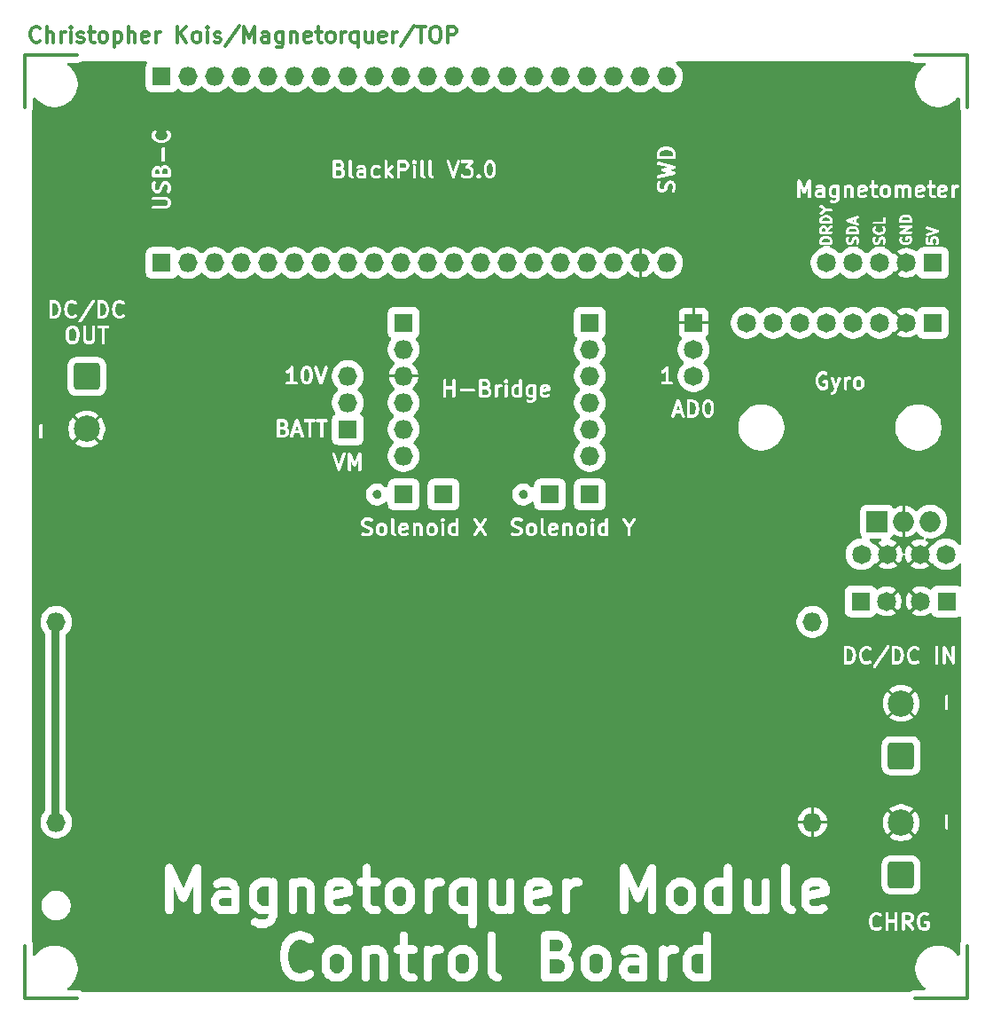
<source format=gbr>
%TF.GenerationSoftware,KiCad,Pcbnew,9.0.0*%
%TF.CreationDate,2025-03-11T00:48:38+01:00*%
%TF.ProjectId,NDE,4e44452e-6b69-4636-9164-5f7063625858,rev?*%
%TF.SameCoordinates,Original*%
%TF.FileFunction,Copper,L1,Top*%
%TF.FilePolarity,Positive*%
%FSLAX46Y46*%
G04 Gerber Fmt 4.6, Leading zero omitted, Abs format (unit mm)*
G04 Created by KiCad (PCBNEW 9.0.0) date 2025-03-11 00:48:38*
%MOMM*%
%LPD*%
G01*
G04 APERTURE LIST*
G04 Aperture macros list*
%AMRoundRect*
0 Rectangle with rounded corners*
0 $1 Rounding radius*
0 $2 $3 $4 $5 $6 $7 $8 $9 X,Y pos of 4 corners*
0 Add a 4 corners polygon primitive as box body*
4,1,4,$2,$3,$4,$5,$6,$7,$8,$9,$2,$3,0*
0 Add four circle primitives for the rounded corners*
1,1,$1+$1,$2,$3*
1,1,$1+$1,$4,$5*
1,1,$1+$1,$6,$7*
1,1,$1+$1,$8,$9*
0 Add four rect primitives between the rounded corners*
20,1,$1+$1,$2,$3,$4,$5,0*
20,1,$1+$1,$4,$5,$6,$7,0*
20,1,$1+$1,$6,$7,$8,$9,0*
20,1,$1+$1,$8,$9,$2,$3,0*%
G04 Aperture macros list end*
%ADD10C,0.300000*%
%TA.AperFunction,NonConductor*%
%ADD11C,0.450000*%
%TD*%
%TA.AperFunction,NonConductor*%
%ADD12C,0.300000*%
%TD*%
%ADD13C,0.800000*%
%ADD14C,0.250000*%
%TA.AperFunction,ComponentPad*%
%ADD15R,1.820000X1.820000*%
%TD*%
%TA.AperFunction,ComponentPad*%
%ADD16C,1.820000*%
%TD*%
%TA.AperFunction,ComponentPad*%
%ADD17O,1.820000X1.820000*%
%TD*%
%TA.AperFunction,ComponentPad*%
%ADD18RoundRect,0.250000X-1.000000X1.000000X-1.000000X-1.000000X1.000000X-1.000000X1.000000X1.000000X0*%
%TD*%
%TA.AperFunction,ComponentPad*%
%ADD19C,2.500000*%
%TD*%
%TA.AperFunction,ComponentPad*%
%ADD20RoundRect,0.250000X1.000000X-1.000000X1.000000X1.000000X-1.000000X1.000000X-1.000000X-1.000000X0*%
%TD*%
%TA.AperFunction,ComponentPad*%
%ADD21R,2.000000X2.000000*%
%TD*%
%TA.AperFunction,ComponentPad*%
%ADD22O,2.000000X2.000000*%
%TD*%
%TA.AperFunction,ViaPad*%
%ADD23C,1.420000*%
%TD*%
%TA.AperFunction,Conductor*%
%ADD24C,0.800000*%
%TD*%
G04 APERTURE END LIST*
D10*
G36*
X148492858Y-81732462D02*
G01*
X148492858Y-82404194D01*
X148464591Y-82418328D01*
X148249696Y-82418328D01*
X148160282Y-82373621D01*
X148123277Y-82336616D01*
X148078572Y-82247204D01*
X148078572Y-81889451D01*
X148123277Y-81800040D01*
X148160282Y-81763035D01*
X148249696Y-81718328D01*
X148464590Y-81718328D01*
X148492858Y-81732462D01*
G37*
G36*
X144133259Y-81985147D02*
G01*
X144162436Y-82014324D01*
X144207143Y-82103737D01*
X144207143Y-82247204D01*
X144162436Y-82336617D01*
X144125431Y-82373622D01*
X144036019Y-82418328D01*
X143650000Y-82418328D01*
X143650000Y-81932614D01*
X143975657Y-81932614D01*
X144133259Y-81985147D01*
G37*
G36*
X144054004Y-81263035D02*
G01*
X144091008Y-81300039D01*
X144135715Y-81389452D01*
X144135715Y-81461489D01*
X144091008Y-81550902D01*
X144054004Y-81587907D01*
X143964590Y-81632614D01*
X143650000Y-81632614D01*
X143650000Y-81218328D01*
X143964590Y-81218328D01*
X144054004Y-81263035D01*
G37*
G36*
X147135715Y-81732462D02*
G01*
X147135715Y-82404194D01*
X147107448Y-82418328D01*
X146892553Y-82418328D01*
X146803139Y-82373621D01*
X146766134Y-82336616D01*
X146721429Y-82247204D01*
X146721429Y-81889451D01*
X146766134Y-81800040D01*
X146803139Y-81763035D01*
X146892553Y-81718328D01*
X147107447Y-81718328D01*
X147135715Y-81732462D01*
G37*
G36*
X149816769Y-81751560D02*
G01*
X149842944Y-81803911D01*
X149435715Y-81885357D01*
X149435715Y-81818023D01*
X149468946Y-81751560D01*
X149535411Y-81718328D01*
X149750305Y-81718328D01*
X149816769Y-81751560D01*
G37*
G36*
X150316669Y-83384995D02*
G01*
X139754761Y-83384995D01*
X139754761Y-81068328D01*
X139921428Y-81068328D01*
X139921428Y-82568328D01*
X139924310Y-82597592D01*
X139946708Y-82651664D01*
X139988092Y-82693048D01*
X140042164Y-82715446D01*
X140100692Y-82715446D01*
X140154764Y-82693048D01*
X140196148Y-82651664D01*
X140218546Y-82597592D01*
X140221428Y-82568328D01*
X140221428Y-81932614D01*
X140778571Y-81932614D01*
X140778571Y-82568328D01*
X140781453Y-82597592D01*
X140803851Y-82651664D01*
X140845235Y-82693048D01*
X140899307Y-82715446D01*
X140957835Y-82715446D01*
X141011907Y-82693048D01*
X141053291Y-82651664D01*
X141075689Y-82597592D01*
X141078571Y-82568328D01*
X141078571Y-81967636D01*
X141495739Y-81967636D01*
X141495739Y-82026164D01*
X141518137Y-82080236D01*
X141559521Y-82121620D01*
X141613593Y-82144018D01*
X141642857Y-82146900D01*
X142785715Y-82146900D01*
X142814979Y-82144018D01*
X142869051Y-82121620D01*
X142910435Y-82080236D01*
X142932833Y-82026164D01*
X142932833Y-81967636D01*
X142910435Y-81913564D01*
X142869051Y-81872180D01*
X142814979Y-81849782D01*
X142785715Y-81846900D01*
X141642857Y-81846900D01*
X141613593Y-81849782D01*
X141559521Y-81872180D01*
X141518137Y-81913564D01*
X141495739Y-81967636D01*
X141078571Y-81967636D01*
X141078571Y-81068328D01*
X143350000Y-81068328D01*
X143350000Y-82568328D01*
X143352882Y-82597592D01*
X143375280Y-82651664D01*
X143416664Y-82693048D01*
X143470736Y-82715446D01*
X143500000Y-82718328D01*
X144071429Y-82718328D01*
X144100693Y-82715446D01*
X144105671Y-82713383D01*
X144111047Y-82713002D01*
X144138511Y-82702492D01*
X144281368Y-82631064D01*
X144293961Y-82623136D01*
X144297621Y-82621621D01*
X144301740Y-82618239D01*
X144306254Y-82615399D01*
X144308850Y-82612405D01*
X144320352Y-82602966D01*
X144391781Y-82531537D01*
X144401222Y-82520032D01*
X144404214Y-82517438D01*
X144407052Y-82512928D01*
X144410436Y-82508806D01*
X144411952Y-82505144D01*
X144419879Y-82492553D01*
X144491307Y-82349695D01*
X144501817Y-82322232D01*
X144502198Y-82316856D01*
X144504261Y-82311878D01*
X144507143Y-82282614D01*
X144507143Y-82068328D01*
X144504261Y-82039064D01*
X144502198Y-82034085D01*
X144501817Y-82028710D01*
X144491307Y-82001247D01*
X144419879Y-81858389D01*
X144411952Y-81845797D01*
X144410436Y-81842136D01*
X144407052Y-81838013D01*
X144404214Y-81833504D01*
X144401222Y-81830909D01*
X144391781Y-81819405D01*
X144320352Y-81747976D01*
X144319169Y-81747005D01*
X144320352Y-81745823D01*
X144329792Y-81734320D01*
X144332785Y-81731725D01*
X144335623Y-81727215D01*
X144339007Y-81723093D01*
X144340523Y-81719430D01*
X144348450Y-81706839D01*
X144417706Y-81568328D01*
X144850000Y-81568328D01*
X144850000Y-82568328D01*
X144852882Y-82597592D01*
X144875280Y-82651664D01*
X144916664Y-82693048D01*
X144970736Y-82715446D01*
X145029264Y-82715446D01*
X145083336Y-82693048D01*
X145124720Y-82651664D01*
X145147118Y-82597592D01*
X145150000Y-82568328D01*
X145150000Y-81889452D01*
X145194707Y-81800038D01*
X145231711Y-81763035D01*
X145321125Y-81718328D01*
X145428572Y-81718328D01*
X145457836Y-81715446D01*
X145511908Y-81693048D01*
X145553292Y-81651664D01*
X145575690Y-81597592D01*
X145575690Y-81568328D01*
X145778571Y-81568328D01*
X145778571Y-82568328D01*
X145781453Y-82597592D01*
X145803851Y-82651664D01*
X145845235Y-82693048D01*
X145899307Y-82715446D01*
X145957835Y-82715446D01*
X146011907Y-82693048D01*
X146053291Y-82651664D01*
X146075689Y-82597592D01*
X146078571Y-82568328D01*
X146078571Y-81854042D01*
X146421429Y-81854042D01*
X146421429Y-82282614D01*
X146424311Y-82311878D01*
X146426373Y-82316856D01*
X146426755Y-82322232D01*
X146437265Y-82349696D01*
X146508693Y-82492553D01*
X146516620Y-82505146D01*
X146518136Y-82508806D01*
X146521517Y-82512925D01*
X146524358Y-82517439D01*
X146527351Y-82520035D01*
X146536791Y-82531537D01*
X146608220Y-82602966D01*
X146619724Y-82612407D01*
X146622319Y-82615399D01*
X146626828Y-82618237D01*
X146630951Y-82621621D01*
X146634612Y-82623137D01*
X146647204Y-82631064D01*
X146790062Y-82702492D01*
X146817525Y-82713002D01*
X146822900Y-82713383D01*
X146827879Y-82715446D01*
X146857143Y-82718328D01*
X147142857Y-82718328D01*
X147172121Y-82715446D01*
X147177099Y-82713383D01*
X147182475Y-82713002D01*
X147209938Y-82702492D01*
X147216843Y-82699039D01*
X147256451Y-82715446D01*
X147314979Y-82715446D01*
X147369051Y-82693048D01*
X147410435Y-82651664D01*
X147432833Y-82597592D01*
X147435715Y-82568328D01*
X147435715Y-81854042D01*
X147778572Y-81854042D01*
X147778572Y-82282614D01*
X147781454Y-82311878D01*
X147783516Y-82316856D01*
X147783898Y-82322232D01*
X147794408Y-82349696D01*
X147865836Y-82492553D01*
X147873763Y-82505146D01*
X147875279Y-82508806D01*
X147878660Y-82512925D01*
X147881501Y-82517439D01*
X147884494Y-82520035D01*
X147893934Y-82531537D01*
X147965363Y-82602966D01*
X147976867Y-82612407D01*
X147979462Y-82615399D01*
X147983971Y-82618237D01*
X147988094Y-82621621D01*
X147991755Y-82623137D01*
X148004347Y-82631064D01*
X148147205Y-82702492D01*
X148174668Y-82713002D01*
X148180043Y-82713383D01*
X148185022Y-82715446D01*
X148214286Y-82718328D01*
X148492858Y-82718328D01*
X148492858Y-82747203D01*
X148448151Y-82836616D01*
X148411145Y-82873622D01*
X148321733Y-82918328D01*
X148178267Y-82918328D01*
X148067081Y-82862736D01*
X148039618Y-82852226D01*
X147981238Y-82848078D01*
X147925715Y-82866586D01*
X147881500Y-82904933D01*
X147855326Y-82957282D01*
X147851178Y-83015662D01*
X147869686Y-83071185D01*
X147908033Y-83115400D01*
X147932919Y-83131064D01*
X148075777Y-83202493D01*
X148103240Y-83213002D01*
X148108615Y-83213383D01*
X148113594Y-83215446D01*
X148142858Y-83218328D01*
X148357143Y-83218328D01*
X148386407Y-83215446D01*
X148391385Y-83213383D01*
X148396761Y-83213002D01*
X148424225Y-83202492D01*
X148567082Y-83131064D01*
X148579675Y-83123136D01*
X148583335Y-83121621D01*
X148587454Y-83118239D01*
X148591968Y-83115399D01*
X148594564Y-83112405D01*
X148606066Y-83102966D01*
X148677495Y-83031537D01*
X148686933Y-83020035D01*
X148689928Y-83017439D01*
X148692768Y-83012925D01*
X148696150Y-83008806D01*
X148697665Y-83005146D01*
X148705593Y-82992553D01*
X148777022Y-82849697D01*
X148787531Y-82822233D01*
X148787912Y-82816858D01*
X148789976Y-82811878D01*
X148792858Y-82782614D01*
X148792858Y-81782614D01*
X149135715Y-81782614D01*
X149135715Y-82354042D01*
X149138597Y-82383306D01*
X149140659Y-82388284D01*
X149141041Y-82393660D01*
X149151551Y-82421123D01*
X149222979Y-82563982D01*
X149226058Y-82568874D01*
X149226829Y-82571185D01*
X149229324Y-82574062D01*
X149238644Y-82588867D01*
X149252850Y-82601188D01*
X149265176Y-82615400D01*
X149279980Y-82624718D01*
X149282858Y-82627214D01*
X149285169Y-82627984D01*
X149290062Y-82631064D01*
X149432920Y-82702493D01*
X149460383Y-82713002D01*
X149465758Y-82713383D01*
X149470737Y-82715446D01*
X149500001Y-82718328D01*
X149785715Y-82718328D01*
X149814979Y-82715446D01*
X149819957Y-82713383D01*
X149825333Y-82713002D01*
X149852797Y-82702492D01*
X149995654Y-82631064D01*
X150020540Y-82615399D01*
X150058886Y-82571184D01*
X150077394Y-82515662D01*
X150073246Y-82457282D01*
X150047072Y-82404933D01*
X150002857Y-82366586D01*
X149947334Y-82348078D01*
X149888954Y-82352226D01*
X149861491Y-82362736D01*
X149750305Y-82418328D01*
X149535410Y-82418328D01*
X149468947Y-82385097D01*
X149435715Y-82318633D01*
X149435715Y-82191298D01*
X150029264Y-82072589D01*
X150029265Y-82072589D01*
X150029265Y-82072588D01*
X150029419Y-82072558D01*
X150057549Y-82063993D01*
X150069760Y-82055814D01*
X150083337Y-82050191D01*
X150093838Y-82039689D01*
X150106179Y-82031425D01*
X150114331Y-82019197D01*
X150124721Y-82008807D01*
X150130403Y-81995087D01*
X150138643Y-81982729D01*
X150141495Y-81968311D01*
X150147119Y-81954735D01*
X150150001Y-81925471D01*
X150150001Y-81925319D01*
X150150002Y-81925314D01*
X150150001Y-81925309D01*
X150150001Y-81782614D01*
X150147119Y-81753350D01*
X150145055Y-81748369D01*
X150144674Y-81742995D01*
X150134165Y-81715531D01*
X150062736Y-81572675D01*
X150059655Y-81567780D01*
X150058886Y-81565473D01*
X150056393Y-81562598D01*
X150047071Y-81547789D01*
X150032861Y-81535465D01*
X150020540Y-81521258D01*
X150005734Y-81511938D01*
X150002856Y-81509442D01*
X150000544Y-81508671D01*
X149995654Y-81505593D01*
X149852797Y-81434164D01*
X149825334Y-81423655D01*
X149819959Y-81423273D01*
X149814979Y-81421210D01*
X149785715Y-81418328D01*
X149500001Y-81418328D01*
X149470737Y-81421210D01*
X149465759Y-81423271D01*
X149460382Y-81423654D01*
X149432919Y-81434164D01*
X149290061Y-81505593D01*
X149285166Y-81508673D01*
X149282859Y-81509443D01*
X149279984Y-81511935D01*
X149265175Y-81521258D01*
X149252852Y-81535466D01*
X149238644Y-81547789D01*
X149229321Y-81562598D01*
X149226829Y-81565473D01*
X149226059Y-81567780D01*
X149222979Y-81572675D01*
X149151551Y-81715532D01*
X149141041Y-81742996D01*
X149140659Y-81748371D01*
X149138597Y-81753350D01*
X149135715Y-81782614D01*
X148792858Y-81782614D01*
X148792858Y-81568328D01*
X148789976Y-81539064D01*
X148767578Y-81484992D01*
X148726194Y-81443608D01*
X148672122Y-81421210D01*
X148613594Y-81421210D01*
X148573986Y-81437616D01*
X148567082Y-81434164D01*
X148539619Y-81423654D01*
X148534241Y-81423271D01*
X148529264Y-81421210D01*
X148500000Y-81418328D01*
X148214286Y-81418328D01*
X148185022Y-81421210D01*
X148180041Y-81423273D01*
X148174667Y-81423655D01*
X148147203Y-81434164D01*
X148004347Y-81505593D01*
X147991753Y-81513520D01*
X147988094Y-81515036D01*
X147983973Y-81518417D01*
X147979461Y-81521258D01*
X147976864Y-81524251D01*
X147965364Y-81533690D01*
X147893935Y-81605118D01*
X147884495Y-81616620D01*
X147881501Y-81619217D01*
X147878659Y-81623731D01*
X147875280Y-81627849D01*
X147873764Y-81631507D01*
X147865836Y-81644103D01*
X147794408Y-81786960D01*
X147783898Y-81814424D01*
X147783516Y-81819799D01*
X147781454Y-81824778D01*
X147778572Y-81854042D01*
X147435715Y-81854042D01*
X147435715Y-81068328D01*
X147432833Y-81039064D01*
X147410435Y-80984992D01*
X147369051Y-80943608D01*
X147314979Y-80921210D01*
X147256451Y-80921210D01*
X147202379Y-80943608D01*
X147160995Y-80984992D01*
X147138597Y-81039064D01*
X147135715Y-81068328D01*
X147135715Y-81418328D01*
X146857143Y-81418328D01*
X146827879Y-81421210D01*
X146822898Y-81423273D01*
X146817524Y-81423655D01*
X146790060Y-81434164D01*
X146647204Y-81505593D01*
X146634610Y-81513520D01*
X146630951Y-81515036D01*
X146626830Y-81518417D01*
X146622318Y-81521258D01*
X146619721Y-81524251D01*
X146608221Y-81533690D01*
X146536792Y-81605118D01*
X146527352Y-81616620D01*
X146524358Y-81619217D01*
X146521516Y-81623731D01*
X146518137Y-81627849D01*
X146516621Y-81631507D01*
X146508693Y-81644103D01*
X146437265Y-81786960D01*
X146426755Y-81814424D01*
X146426373Y-81819799D01*
X146424311Y-81824778D01*
X146421429Y-81854042D01*
X146078571Y-81854042D01*
X146078571Y-81568328D01*
X146075689Y-81539064D01*
X146053291Y-81484992D01*
X146011907Y-81443608D01*
X145957835Y-81421210D01*
X145899307Y-81421210D01*
X145845235Y-81443608D01*
X145803851Y-81484992D01*
X145781453Y-81539064D01*
X145778571Y-81568328D01*
X145575690Y-81568328D01*
X145575690Y-81539064D01*
X145553292Y-81484992D01*
X145511908Y-81443608D01*
X145457836Y-81421210D01*
X145428572Y-81418328D01*
X145285715Y-81418328D01*
X145256451Y-81421210D01*
X145251470Y-81423273D01*
X145246096Y-81423655D01*
X145218632Y-81434164D01*
X145122139Y-81482411D01*
X145083336Y-81443608D01*
X145029264Y-81421210D01*
X144970736Y-81421210D01*
X144916664Y-81443608D01*
X144875280Y-81484992D01*
X144852882Y-81539064D01*
X144850000Y-81568328D01*
X144417706Y-81568328D01*
X144419879Y-81563983D01*
X144430388Y-81536519D01*
X144430769Y-81531144D01*
X144432833Y-81526164D01*
X144435715Y-81496900D01*
X144435715Y-81354042D01*
X144432833Y-81324778D01*
X144430769Y-81319797D01*
X144430388Y-81314423D01*
X144419879Y-81286959D01*
X144348450Y-81144103D01*
X144340523Y-81131511D01*
X144339007Y-81127849D01*
X144335623Y-81123726D01*
X144332785Y-81119217D01*
X144329792Y-81116621D01*
X144324764Y-81110495D01*
X145710025Y-81110495D01*
X145710025Y-81169021D01*
X145715369Y-81181921D01*
X145732422Y-81223092D01*
X145751077Y-81245823D01*
X145822505Y-81317251D01*
X145845235Y-81335906D01*
X145867632Y-81345182D01*
X145899307Y-81358303D01*
X145957835Y-81358303D01*
X145996069Y-81342465D01*
X146011906Y-81335906D01*
X146011910Y-81335901D01*
X146034636Y-81317252D01*
X146106065Y-81245824D01*
X146124720Y-81223093D01*
X146124721Y-81223092D01*
X146147118Y-81169020D01*
X146147118Y-81110494D01*
X146124721Y-81056422D01*
X146106066Y-81033691D01*
X146034637Y-80962262D01*
X146011906Y-80943607D01*
X145980232Y-80930487D01*
X145957835Y-80921210D01*
X145899307Y-80921210D01*
X145876910Y-80930487D01*
X145845236Y-80943607D01*
X145845235Y-80943608D01*
X145822504Y-80962263D01*
X145751076Y-81033692D01*
X145732426Y-81056417D01*
X145732422Y-81056422D01*
X145712252Y-81105119D01*
X145710025Y-81110495D01*
X144324764Y-81110495D01*
X144320352Y-81105119D01*
X144248924Y-81033691D01*
X144237422Y-81024251D01*
X144234826Y-81021258D01*
X144230312Y-81018417D01*
X144226193Y-81015036D01*
X144222533Y-81013520D01*
X144209940Y-81005593D01*
X144067082Y-80934164D01*
X144039619Y-80923654D01*
X144034241Y-80923271D01*
X144029264Y-80921210D01*
X144000000Y-80918328D01*
X143500000Y-80918328D01*
X143470736Y-80921210D01*
X143416664Y-80943608D01*
X143375280Y-80984992D01*
X143352882Y-81039064D01*
X143350000Y-81068328D01*
X141078571Y-81068328D01*
X141075689Y-81039064D01*
X141053291Y-80984992D01*
X141011907Y-80943608D01*
X140957835Y-80921210D01*
X140899307Y-80921210D01*
X140845235Y-80943608D01*
X140803851Y-80984992D01*
X140781453Y-81039064D01*
X140778571Y-81068328D01*
X140778571Y-81632614D01*
X140221428Y-81632614D01*
X140221428Y-81068328D01*
X140218546Y-81039064D01*
X140196148Y-80984992D01*
X140154764Y-80943608D01*
X140100692Y-80921210D01*
X140042164Y-80921210D01*
X139988092Y-80943608D01*
X139946708Y-80984992D01*
X139924310Y-81039064D01*
X139921428Y-81068328D01*
X139754761Y-81068328D01*
X139754761Y-80751661D01*
X150316669Y-80751661D01*
X150316669Y-83384995D01*
G37*
D11*
X147799000Y-91948000D02*
G75*
G02*
X147349000Y-91948000I-225000J0D01*
G01*
X147349000Y-91948000D02*
G75*
G02*
X147799000Y-91948000I225000J0D01*
G01*
D10*
G36*
X148505575Y-94996035D02*
G01*
X148542579Y-95033039D01*
X148587285Y-95122451D01*
X148587285Y-95480204D01*
X148542578Y-95569617D01*
X148505573Y-95606622D01*
X148416161Y-95651328D01*
X148272695Y-95651328D01*
X148183281Y-95606621D01*
X148146276Y-95569616D01*
X148101571Y-95480204D01*
X148101571Y-95122451D01*
X148146276Y-95033040D01*
X148183281Y-94996035D01*
X148272695Y-94951328D01*
X148416161Y-94951328D01*
X148505575Y-94996035D01*
G37*
G36*
X150625482Y-94984560D02*
G01*
X150651657Y-95036911D01*
X150244428Y-95118357D01*
X150244428Y-95051023D01*
X150277659Y-94984560D01*
X150344124Y-94951328D01*
X150559018Y-94951328D01*
X150625482Y-94984560D01*
G37*
G36*
X153291289Y-94996035D02*
G01*
X153328293Y-95033039D01*
X153372999Y-95122451D01*
X153372999Y-95480204D01*
X153328292Y-95569617D01*
X153291287Y-95606622D01*
X153201875Y-95651328D01*
X153058409Y-95651328D01*
X152968995Y-95606621D01*
X152931990Y-95569616D01*
X152887285Y-95480204D01*
X152887285Y-95122451D01*
X152931990Y-95033040D01*
X152968995Y-94996035D01*
X153058409Y-94951328D01*
X153201875Y-94951328D01*
X153291289Y-94996035D01*
G37*
G36*
X155373000Y-94965462D02*
G01*
X155373000Y-95637194D01*
X155344733Y-95651328D01*
X155129838Y-95651328D01*
X155040424Y-95606621D01*
X155003419Y-95569616D01*
X154958714Y-95480204D01*
X154958714Y-95122451D01*
X155003419Y-95033040D01*
X155040424Y-94996035D01*
X155129838Y-94951328D01*
X155344732Y-94951328D01*
X155373000Y-94965462D01*
G37*
G36*
X158482486Y-96117995D02*
G01*
X146206333Y-96117995D01*
X146206333Y-94587042D01*
X146373000Y-94587042D01*
X146373000Y-94729900D01*
X146375882Y-94759164D01*
X146377944Y-94764142D01*
X146378326Y-94769518D01*
X146388836Y-94796982D01*
X146460264Y-94939839D01*
X146468192Y-94952434D01*
X146469708Y-94956093D01*
X146473087Y-94960210D01*
X146475929Y-94964725D01*
X146478923Y-94967321D01*
X146488363Y-94978824D01*
X146559792Y-95050252D01*
X146571292Y-95059690D01*
X146573889Y-95062684D01*
X146578401Y-95065524D01*
X146582522Y-95068906D01*
X146586181Y-95070421D01*
X146598775Y-95078349D01*
X146741631Y-95149778D01*
X146743773Y-95150597D01*
X146744643Y-95151242D01*
X146756914Y-95155626D01*
X146769095Y-95160287D01*
X146770175Y-95160363D01*
X146772334Y-95161135D01*
X147042072Y-95228569D01*
X147148431Y-95281748D01*
X147185435Y-95318753D01*
X147230143Y-95408167D01*
X147230143Y-95480203D01*
X147185435Y-95569617D01*
X147148432Y-95606621D01*
X147059019Y-95651328D01*
X146761629Y-95651328D01*
X146570434Y-95587597D01*
X146541760Y-95581077D01*
X146483380Y-95585227D01*
X146431033Y-95611401D01*
X146392685Y-95655615D01*
X146374177Y-95711140D01*
X146378327Y-95769520D01*
X146404501Y-95821867D01*
X146448715Y-95860215D01*
X146475566Y-95872203D01*
X146689852Y-95943631D01*
X146704364Y-95946930D01*
X146708022Y-95948446D01*
X146713324Y-95948968D01*
X146718526Y-95950151D01*
X146722480Y-95949869D01*
X146737286Y-95951328D01*
X147094428Y-95951328D01*
X147123692Y-95948446D01*
X147128670Y-95946383D01*
X147134046Y-95946002D01*
X147161509Y-95935492D01*
X147304368Y-95864064D01*
X147316962Y-95856135D01*
X147320622Y-95854620D01*
X147324742Y-95851238D01*
X147329253Y-95848399D01*
X147331847Y-95845407D01*
X147343353Y-95835965D01*
X147414781Y-95764536D01*
X147424219Y-95753035D01*
X147427213Y-95750439D01*
X147430053Y-95745926D01*
X147433435Y-95741806D01*
X147434950Y-95738146D01*
X147442878Y-95725553D01*
X147514307Y-95582697D01*
X147524816Y-95555233D01*
X147525197Y-95549858D01*
X147527261Y-95544878D01*
X147530143Y-95515614D01*
X147530143Y-95372757D01*
X147527261Y-95343493D01*
X147525197Y-95338512D01*
X147524816Y-95333138D01*
X147514307Y-95305674D01*
X147442878Y-95162818D01*
X147434950Y-95150224D01*
X147433435Y-95146565D01*
X147430053Y-95142444D01*
X147427213Y-95137932D01*
X147424219Y-95135335D01*
X147414781Y-95123835D01*
X147377989Y-95087042D01*
X147801571Y-95087042D01*
X147801571Y-95515614D01*
X147804453Y-95544878D01*
X147806515Y-95549856D01*
X147806897Y-95555232D01*
X147817407Y-95582696D01*
X147888835Y-95725553D01*
X147896762Y-95738146D01*
X147898278Y-95741806D01*
X147901659Y-95745925D01*
X147904500Y-95750439D01*
X147907493Y-95753035D01*
X147916933Y-95764537D01*
X147988362Y-95835966D01*
X147999866Y-95845407D01*
X148002461Y-95848399D01*
X148006970Y-95851237D01*
X148011093Y-95854621D01*
X148014754Y-95856137D01*
X148027346Y-95864064D01*
X148170204Y-95935492D01*
X148197667Y-95946002D01*
X148203042Y-95946383D01*
X148208021Y-95948446D01*
X148237285Y-95951328D01*
X148451571Y-95951328D01*
X148480835Y-95948446D01*
X148485813Y-95946383D01*
X148491189Y-95946002D01*
X148518653Y-95935492D01*
X148661510Y-95864064D01*
X148674103Y-95856136D01*
X148677763Y-95854621D01*
X148681882Y-95851239D01*
X148686396Y-95848399D01*
X148688992Y-95845405D01*
X148700494Y-95835966D01*
X148771923Y-95764537D01*
X148781364Y-95753032D01*
X148784356Y-95750438D01*
X148787194Y-95745928D01*
X148790578Y-95741806D01*
X148792094Y-95738144D01*
X148800021Y-95725553D01*
X148871449Y-95582695D01*
X148881959Y-95555232D01*
X148882340Y-95549856D01*
X148884403Y-95544878D01*
X148887285Y-95515614D01*
X148887285Y-95087042D01*
X148884403Y-95057778D01*
X148882340Y-95052799D01*
X148881959Y-95047424D01*
X148871449Y-95019961D01*
X148800021Y-94877103D01*
X148792092Y-94864508D01*
X148790577Y-94860849D01*
X148787195Y-94856728D01*
X148784356Y-94852218D01*
X148781364Y-94849623D01*
X148771922Y-94838118D01*
X148700493Y-94766690D01*
X148688993Y-94757252D01*
X148686396Y-94754258D01*
X148681879Y-94751415D01*
X148677762Y-94748036D01*
X148674105Y-94746521D01*
X148661510Y-94738593D01*
X148518653Y-94667164D01*
X148491190Y-94656655D01*
X148485815Y-94656273D01*
X148480835Y-94654210D01*
X148451571Y-94651328D01*
X148237285Y-94651328D01*
X148208021Y-94654210D01*
X148203040Y-94656273D01*
X148197666Y-94656655D01*
X148170202Y-94667164D01*
X148027346Y-94738593D01*
X148014752Y-94746520D01*
X148011093Y-94748036D01*
X148006972Y-94751417D01*
X148002460Y-94754258D01*
X147999863Y-94757251D01*
X147988363Y-94766690D01*
X147916934Y-94838118D01*
X147907494Y-94849620D01*
X147904500Y-94852217D01*
X147901658Y-94856731D01*
X147898279Y-94860849D01*
X147896763Y-94864507D01*
X147888835Y-94877103D01*
X147817407Y-95019960D01*
X147806897Y-95047424D01*
X147806515Y-95052799D01*
X147804453Y-95057778D01*
X147801571Y-95087042D01*
X147377989Y-95087042D01*
X147343353Y-95052406D01*
X147331850Y-95042966D01*
X147329254Y-95039972D01*
X147324739Y-95037130D01*
X147320622Y-95033751D01*
X147316963Y-95032235D01*
X147304368Y-95024307D01*
X147161510Y-94952878D01*
X147159369Y-94952058D01*
X147158499Y-94951414D01*
X147146243Y-94947035D01*
X147134047Y-94942368D01*
X147132963Y-94942291D01*
X147130808Y-94941521D01*
X146861070Y-94874086D01*
X146754710Y-94820906D01*
X146717705Y-94783901D01*
X146673000Y-94694490D01*
X146673000Y-94622451D01*
X146717705Y-94533040D01*
X146754710Y-94496035D01*
X146844124Y-94451328D01*
X147141517Y-94451328D01*
X147332708Y-94515059D01*
X147361382Y-94521579D01*
X147419762Y-94517430D01*
X147472109Y-94491256D01*
X147510457Y-94447042D01*
X147528965Y-94391518D01*
X147524816Y-94333138D01*
X147508911Y-94301328D01*
X149230142Y-94301328D01*
X149230142Y-95587042D01*
X149233024Y-95616306D01*
X149235085Y-95621283D01*
X149235468Y-95626661D01*
X149245978Y-95654124D01*
X149317407Y-95796982D01*
X149320487Y-95801876D01*
X149321257Y-95804184D01*
X149323749Y-95807057D01*
X149333072Y-95821868D01*
X149347283Y-95834192D01*
X149359604Y-95848399D01*
X149374411Y-95857720D01*
X149377287Y-95860214D01*
X149379595Y-95860983D01*
X149384489Y-95864064D01*
X149527347Y-95935492D01*
X149554810Y-95946002D01*
X149613190Y-95950150D01*
X149668713Y-95931642D01*
X149712928Y-95893295D01*
X149739102Y-95840946D01*
X149743250Y-95782566D01*
X149724742Y-95727044D01*
X149686396Y-95682829D01*
X149661510Y-95667164D01*
X149563374Y-95618096D01*
X149530142Y-95551632D01*
X149530142Y-95015614D01*
X149944428Y-95015614D01*
X149944428Y-95587042D01*
X149947310Y-95616306D01*
X149949372Y-95621284D01*
X149949754Y-95626660D01*
X149960264Y-95654123D01*
X150031692Y-95796982D01*
X150034771Y-95801874D01*
X150035542Y-95804185D01*
X150038037Y-95807062D01*
X150047357Y-95821867D01*
X150061563Y-95834188D01*
X150073889Y-95848400D01*
X150088693Y-95857718D01*
X150091571Y-95860214D01*
X150093882Y-95860984D01*
X150098775Y-95864064D01*
X150241633Y-95935493D01*
X150269096Y-95946002D01*
X150274471Y-95946383D01*
X150279450Y-95948446D01*
X150308714Y-95951328D01*
X150594428Y-95951328D01*
X150623692Y-95948446D01*
X150628670Y-95946383D01*
X150634046Y-95946002D01*
X150661510Y-95935492D01*
X150804367Y-95864064D01*
X150829253Y-95848399D01*
X150867599Y-95804184D01*
X150886107Y-95748662D01*
X150881959Y-95690282D01*
X150855785Y-95637933D01*
X150811570Y-95599586D01*
X150756047Y-95581078D01*
X150697667Y-95585226D01*
X150670204Y-95595736D01*
X150559018Y-95651328D01*
X150344123Y-95651328D01*
X150277660Y-95618097D01*
X150244428Y-95551633D01*
X150244428Y-95424298D01*
X150837977Y-95305589D01*
X150837978Y-95305589D01*
X150837978Y-95305588D01*
X150838132Y-95305558D01*
X150866262Y-95296993D01*
X150878473Y-95288814D01*
X150892050Y-95283191D01*
X150902551Y-95272689D01*
X150914892Y-95264425D01*
X150923044Y-95252197D01*
X150933434Y-95241807D01*
X150939116Y-95228087D01*
X150947356Y-95215729D01*
X150950208Y-95201311D01*
X150955832Y-95187735D01*
X150958714Y-95158471D01*
X150958714Y-95158319D01*
X150958715Y-95158314D01*
X150958714Y-95158309D01*
X150958714Y-95015614D01*
X150955832Y-94986350D01*
X150953768Y-94981369D01*
X150953387Y-94975995D01*
X150942878Y-94948531D01*
X150871449Y-94805675D01*
X150868713Y-94801328D01*
X151301570Y-94801328D01*
X151301570Y-95801328D01*
X151304452Y-95830592D01*
X151326850Y-95884664D01*
X151368234Y-95926048D01*
X151422306Y-95948446D01*
X151480834Y-95948446D01*
X151534906Y-95926048D01*
X151576290Y-95884664D01*
X151598688Y-95830592D01*
X151601570Y-95801328D01*
X151601570Y-95006317D01*
X151611852Y-94996035D01*
X151701266Y-94951328D01*
X151844732Y-94951328D01*
X151911196Y-94984560D01*
X151944428Y-95051024D01*
X151944428Y-95801328D01*
X151947310Y-95830592D01*
X151969708Y-95884664D01*
X152011092Y-95926048D01*
X152065164Y-95948446D01*
X152123692Y-95948446D01*
X152177764Y-95926048D01*
X152219148Y-95884664D01*
X152241546Y-95830592D01*
X152244428Y-95801328D01*
X152244428Y-95087042D01*
X152587285Y-95087042D01*
X152587285Y-95515614D01*
X152590167Y-95544878D01*
X152592229Y-95549856D01*
X152592611Y-95555232D01*
X152603121Y-95582696D01*
X152674549Y-95725553D01*
X152682476Y-95738146D01*
X152683992Y-95741806D01*
X152687373Y-95745925D01*
X152690214Y-95750439D01*
X152693207Y-95753035D01*
X152702647Y-95764537D01*
X152774076Y-95835966D01*
X152785580Y-95845407D01*
X152788175Y-95848399D01*
X152792684Y-95851237D01*
X152796807Y-95854621D01*
X152800468Y-95856137D01*
X152813060Y-95864064D01*
X152955918Y-95935492D01*
X152983381Y-95946002D01*
X152988756Y-95946383D01*
X152993735Y-95948446D01*
X153022999Y-95951328D01*
X153237285Y-95951328D01*
X153266549Y-95948446D01*
X153271527Y-95946383D01*
X153276903Y-95946002D01*
X153304367Y-95935492D01*
X153447224Y-95864064D01*
X153459817Y-95856136D01*
X153463477Y-95854621D01*
X153467596Y-95851239D01*
X153472110Y-95848399D01*
X153474706Y-95845405D01*
X153486208Y-95835966D01*
X153557637Y-95764537D01*
X153567078Y-95753032D01*
X153570070Y-95750438D01*
X153572908Y-95745928D01*
X153576292Y-95741806D01*
X153577808Y-95738144D01*
X153585735Y-95725553D01*
X153657163Y-95582695D01*
X153667673Y-95555232D01*
X153668054Y-95549856D01*
X153670117Y-95544878D01*
X153672999Y-95515614D01*
X153672999Y-95087042D01*
X153670117Y-95057778D01*
X153668054Y-95052799D01*
X153667673Y-95047424D01*
X153657163Y-95019961D01*
X153585735Y-94877103D01*
X153577806Y-94864508D01*
X153576291Y-94860849D01*
X153572909Y-94856728D01*
X153570070Y-94852218D01*
X153567078Y-94849623D01*
X153557636Y-94838118D01*
X153520845Y-94801328D01*
X154015856Y-94801328D01*
X154015856Y-95801328D01*
X154018738Y-95830592D01*
X154041136Y-95884664D01*
X154082520Y-95926048D01*
X154136592Y-95948446D01*
X154195120Y-95948446D01*
X154249192Y-95926048D01*
X154290576Y-95884664D01*
X154312974Y-95830592D01*
X154315856Y-95801328D01*
X154315856Y-95087042D01*
X154658714Y-95087042D01*
X154658714Y-95515614D01*
X154661596Y-95544878D01*
X154663658Y-95549856D01*
X154664040Y-95555232D01*
X154674550Y-95582696D01*
X154745978Y-95725553D01*
X154753905Y-95738146D01*
X154755421Y-95741806D01*
X154758802Y-95745925D01*
X154761643Y-95750439D01*
X154764636Y-95753035D01*
X154774076Y-95764537D01*
X154845505Y-95835966D01*
X154857009Y-95845407D01*
X154859604Y-95848399D01*
X154864113Y-95851237D01*
X154868236Y-95854621D01*
X154871897Y-95856137D01*
X154884489Y-95864064D01*
X155027347Y-95935492D01*
X155054810Y-95946002D01*
X155060185Y-95946383D01*
X155065164Y-95948446D01*
X155094428Y-95951328D01*
X155380142Y-95951328D01*
X155409406Y-95948446D01*
X155414384Y-95946383D01*
X155419760Y-95946002D01*
X155447223Y-95935492D01*
X155454128Y-95932039D01*
X155493736Y-95948446D01*
X155552264Y-95948446D01*
X155606336Y-95926048D01*
X155647720Y-95884664D01*
X155670118Y-95830592D01*
X155673000Y-95801328D01*
X155673000Y-94301328D01*
X155672670Y-94297980D01*
X157015894Y-94297980D01*
X157026028Y-94355623D01*
X157039308Y-94381859D01*
X157515857Y-95130721D01*
X157515857Y-95801328D01*
X157518739Y-95830592D01*
X157541137Y-95884664D01*
X157582521Y-95926048D01*
X157636593Y-95948446D01*
X157695121Y-95948446D01*
X157749193Y-95926048D01*
X157790577Y-95884664D01*
X157812975Y-95830592D01*
X157815857Y-95801328D01*
X157815857Y-95130721D01*
X158292406Y-94381860D01*
X158305686Y-94355623D01*
X158315819Y-94297980D01*
X158303123Y-94240848D01*
X158269530Y-94192922D01*
X158220152Y-94161499D01*
X158162509Y-94151366D01*
X158105376Y-94164062D01*
X158057450Y-94197655D01*
X158039308Y-94220797D01*
X157665857Y-94807647D01*
X157292406Y-94220797D01*
X157274264Y-94197655D01*
X157226337Y-94164062D01*
X157169205Y-94151365D01*
X157111562Y-94161499D01*
X157062184Y-94192921D01*
X157028591Y-94240848D01*
X157015894Y-94297980D01*
X155672670Y-94297980D01*
X155670118Y-94272064D01*
X155647720Y-94217992D01*
X155606336Y-94176608D01*
X155552264Y-94154210D01*
X155493736Y-94154210D01*
X155439664Y-94176608D01*
X155398280Y-94217992D01*
X155375882Y-94272064D01*
X155373000Y-94301328D01*
X155373000Y-94651328D01*
X155094428Y-94651328D01*
X155065164Y-94654210D01*
X155060183Y-94656273D01*
X155054809Y-94656655D01*
X155027345Y-94667164D01*
X154884489Y-94738593D01*
X154871895Y-94746520D01*
X154868236Y-94748036D01*
X154864115Y-94751417D01*
X154859603Y-94754258D01*
X154857006Y-94757251D01*
X154845506Y-94766690D01*
X154774077Y-94838118D01*
X154764637Y-94849620D01*
X154761643Y-94852217D01*
X154758801Y-94856731D01*
X154755422Y-94860849D01*
X154753906Y-94864507D01*
X154745978Y-94877103D01*
X154674550Y-95019960D01*
X154664040Y-95047424D01*
X154663658Y-95052799D01*
X154661596Y-95057778D01*
X154658714Y-95087042D01*
X154315856Y-95087042D01*
X154315856Y-94801328D01*
X154312974Y-94772064D01*
X154290576Y-94717992D01*
X154249192Y-94676608D01*
X154195120Y-94654210D01*
X154136592Y-94654210D01*
X154082520Y-94676608D01*
X154041136Y-94717992D01*
X154018738Y-94772064D01*
X154015856Y-94801328D01*
X153520845Y-94801328D01*
X153486207Y-94766690D01*
X153474707Y-94757252D01*
X153472110Y-94754258D01*
X153467593Y-94751415D01*
X153463476Y-94748036D01*
X153459819Y-94746521D01*
X153447224Y-94738593D01*
X153304367Y-94667164D01*
X153276904Y-94656655D01*
X153271529Y-94656273D01*
X153266549Y-94654210D01*
X153237285Y-94651328D01*
X153022999Y-94651328D01*
X152993735Y-94654210D01*
X152988754Y-94656273D01*
X152983380Y-94656655D01*
X152955916Y-94667164D01*
X152813060Y-94738593D01*
X152800466Y-94746520D01*
X152796807Y-94748036D01*
X152792686Y-94751417D01*
X152788174Y-94754258D01*
X152785577Y-94757251D01*
X152774077Y-94766690D01*
X152702648Y-94838118D01*
X152693208Y-94849620D01*
X152690214Y-94852217D01*
X152687372Y-94856731D01*
X152683993Y-94860849D01*
X152682477Y-94864507D01*
X152674549Y-94877103D01*
X152603121Y-95019960D01*
X152592611Y-95047424D01*
X152592229Y-95052799D01*
X152590167Y-95057778D01*
X152587285Y-95087042D01*
X152244428Y-95087042D01*
X152244428Y-95015614D01*
X152241546Y-94986350D01*
X152239482Y-94981369D01*
X152239101Y-94975995D01*
X152228592Y-94948531D01*
X152157163Y-94805675D01*
X152154082Y-94800780D01*
X152153313Y-94798473D01*
X152150820Y-94795598D01*
X152141498Y-94780789D01*
X152127288Y-94768465D01*
X152114967Y-94754258D01*
X152100161Y-94744938D01*
X152097283Y-94742442D01*
X152094971Y-94741671D01*
X152090081Y-94738593D01*
X151947224Y-94667164D01*
X151919761Y-94656655D01*
X151914386Y-94656273D01*
X151909406Y-94654210D01*
X151880142Y-94651328D01*
X151665856Y-94651328D01*
X151636592Y-94654210D01*
X151631611Y-94656273D01*
X151626237Y-94656655D01*
X151598773Y-94667164D01*
X151549899Y-94691601D01*
X151534906Y-94676608D01*
X151480834Y-94654210D01*
X151422306Y-94654210D01*
X151368234Y-94676608D01*
X151326850Y-94717992D01*
X151304452Y-94772064D01*
X151301570Y-94801328D01*
X150868713Y-94801328D01*
X150868368Y-94800780D01*
X150867599Y-94798473D01*
X150865106Y-94795598D01*
X150855784Y-94780789D01*
X150841574Y-94768465D01*
X150829253Y-94754258D01*
X150814447Y-94744938D01*
X150811569Y-94742442D01*
X150809257Y-94741671D01*
X150804367Y-94738593D01*
X150661510Y-94667164D01*
X150634047Y-94656655D01*
X150628672Y-94656273D01*
X150623692Y-94654210D01*
X150594428Y-94651328D01*
X150308714Y-94651328D01*
X150279450Y-94654210D01*
X150274472Y-94656271D01*
X150269095Y-94656654D01*
X150241632Y-94667164D01*
X150098774Y-94738593D01*
X150093879Y-94741673D01*
X150091572Y-94742443D01*
X150088697Y-94744935D01*
X150073888Y-94754258D01*
X150061565Y-94768466D01*
X150047357Y-94780789D01*
X150038034Y-94795598D01*
X150035542Y-94798473D01*
X150034772Y-94800780D01*
X150031692Y-94805675D01*
X149960264Y-94948532D01*
X149949754Y-94975996D01*
X149949372Y-94981371D01*
X149947310Y-94986350D01*
X149944428Y-95015614D01*
X149530142Y-95015614D01*
X149530142Y-94343495D01*
X153947310Y-94343495D01*
X153947310Y-94402021D01*
X153952654Y-94414921D01*
X153969707Y-94456092D01*
X153988362Y-94478823D01*
X154059790Y-94550251D01*
X154082520Y-94568906D01*
X154104917Y-94578182D01*
X154136592Y-94591303D01*
X154195120Y-94591303D01*
X154233354Y-94575465D01*
X154249191Y-94568906D01*
X154249195Y-94568901D01*
X154271921Y-94550252D01*
X154343350Y-94478824D01*
X154362005Y-94456093D01*
X154362006Y-94456092D01*
X154384403Y-94402020D01*
X154384403Y-94343494D01*
X154362006Y-94289422D01*
X154343351Y-94266691D01*
X154271922Y-94195262D01*
X154249191Y-94176607D01*
X154217517Y-94163487D01*
X154195120Y-94154210D01*
X154136592Y-94154210D01*
X154114195Y-94163487D01*
X154082521Y-94176607D01*
X154082520Y-94176608D01*
X154059789Y-94195263D01*
X153988361Y-94266692D01*
X153969711Y-94289417D01*
X153969707Y-94289422D01*
X153949537Y-94338119D01*
X153947310Y-94343495D01*
X149530142Y-94343495D01*
X149530142Y-94301328D01*
X149527260Y-94272064D01*
X149504862Y-94217992D01*
X149463478Y-94176608D01*
X149409406Y-94154210D01*
X149350878Y-94154210D01*
X149296806Y-94176608D01*
X149255422Y-94217992D01*
X149233024Y-94272064D01*
X149230142Y-94301328D01*
X147508911Y-94301328D01*
X147498642Y-94280790D01*
X147454428Y-94242443D01*
X147427577Y-94230454D01*
X147213291Y-94159026D01*
X147198783Y-94155727D01*
X147195121Y-94154210D01*
X147189812Y-94153687D01*
X147184618Y-94152506D01*
X147180668Y-94152786D01*
X147165857Y-94151328D01*
X146808714Y-94151328D01*
X146779450Y-94154210D01*
X146774469Y-94156273D01*
X146769095Y-94156655D01*
X146741631Y-94167164D01*
X146598775Y-94238593D01*
X146586181Y-94246520D01*
X146582522Y-94248036D01*
X146578401Y-94251417D01*
X146573889Y-94254258D01*
X146571292Y-94257251D01*
X146559792Y-94266690D01*
X146488363Y-94338118D01*
X146478923Y-94349620D01*
X146475929Y-94352217D01*
X146473087Y-94356731D01*
X146469708Y-94360849D01*
X146468192Y-94364507D01*
X146460264Y-94377103D01*
X146388836Y-94519960D01*
X146378326Y-94547424D01*
X146377944Y-94552799D01*
X146375882Y-94557778D01*
X146373000Y-94587042D01*
X146206333Y-94587042D01*
X146206333Y-93984661D01*
X158482486Y-93984661D01*
X158482486Y-96117995D01*
G37*
D11*
X133829000Y-91948000D02*
G75*
G02*
X133379000Y-91948000I-225000J0D01*
G01*
X133379000Y-91948000D02*
G75*
G02*
X133829000Y-91948000I225000J0D01*
G01*
D10*
G36*
X134210147Y-94996035D02*
G01*
X134247151Y-95033039D01*
X134291857Y-95122451D01*
X134291857Y-95480204D01*
X134247150Y-95569617D01*
X134210145Y-95606622D01*
X134120733Y-95651328D01*
X133977267Y-95651328D01*
X133887853Y-95606621D01*
X133850848Y-95569616D01*
X133806143Y-95480204D01*
X133806143Y-95122451D01*
X133850848Y-95033040D01*
X133887853Y-94996035D01*
X133977267Y-94951328D01*
X134120733Y-94951328D01*
X134210147Y-94996035D01*
G37*
G36*
X136330054Y-94984560D02*
G01*
X136356229Y-95036911D01*
X135949000Y-95118357D01*
X135949000Y-95051023D01*
X135982231Y-94984560D01*
X136048696Y-94951328D01*
X136263590Y-94951328D01*
X136330054Y-94984560D01*
G37*
G36*
X138995861Y-94996035D02*
G01*
X139032865Y-95033039D01*
X139077571Y-95122451D01*
X139077571Y-95480204D01*
X139032864Y-95569617D01*
X138995859Y-95606622D01*
X138906447Y-95651328D01*
X138762981Y-95651328D01*
X138673567Y-95606621D01*
X138636562Y-95569616D01*
X138591857Y-95480204D01*
X138591857Y-95122451D01*
X138636562Y-95033040D01*
X138673567Y-94996035D01*
X138762981Y-94951328D01*
X138906447Y-94951328D01*
X138995861Y-94996035D01*
G37*
G36*
X141077572Y-94965462D02*
G01*
X141077572Y-95637194D01*
X141049305Y-95651328D01*
X140834410Y-95651328D01*
X140744996Y-95606621D01*
X140707991Y-95569616D01*
X140663286Y-95480204D01*
X140663286Y-95122451D01*
X140707991Y-95033040D01*
X140744996Y-94996035D01*
X140834410Y-94951328D01*
X141049304Y-94951328D01*
X141077572Y-94965462D01*
G37*
G36*
X144258524Y-96117995D02*
G01*
X131910905Y-96117995D01*
X131910905Y-94587042D01*
X132077572Y-94587042D01*
X132077572Y-94729900D01*
X132080454Y-94759164D01*
X132082516Y-94764142D01*
X132082898Y-94769518D01*
X132093408Y-94796982D01*
X132164836Y-94939839D01*
X132172764Y-94952434D01*
X132174280Y-94956093D01*
X132177659Y-94960210D01*
X132180501Y-94964725D01*
X132183495Y-94967321D01*
X132192935Y-94978824D01*
X132264364Y-95050252D01*
X132275864Y-95059690D01*
X132278461Y-95062684D01*
X132282973Y-95065524D01*
X132287094Y-95068906D01*
X132290753Y-95070421D01*
X132303347Y-95078349D01*
X132446203Y-95149778D01*
X132448345Y-95150597D01*
X132449215Y-95151242D01*
X132461486Y-95155626D01*
X132473667Y-95160287D01*
X132474747Y-95160363D01*
X132476906Y-95161135D01*
X132746644Y-95228569D01*
X132853003Y-95281748D01*
X132890007Y-95318753D01*
X132934715Y-95408167D01*
X132934715Y-95480203D01*
X132890007Y-95569617D01*
X132853004Y-95606621D01*
X132763591Y-95651328D01*
X132466201Y-95651328D01*
X132275006Y-95587597D01*
X132246332Y-95581077D01*
X132187952Y-95585227D01*
X132135605Y-95611401D01*
X132097257Y-95655615D01*
X132078749Y-95711140D01*
X132082899Y-95769520D01*
X132109073Y-95821867D01*
X132153287Y-95860215D01*
X132180138Y-95872203D01*
X132394424Y-95943631D01*
X132408936Y-95946930D01*
X132412594Y-95948446D01*
X132417896Y-95948968D01*
X132423098Y-95950151D01*
X132427052Y-95949869D01*
X132441858Y-95951328D01*
X132799000Y-95951328D01*
X132828264Y-95948446D01*
X132833242Y-95946383D01*
X132838618Y-95946002D01*
X132866081Y-95935492D01*
X133008940Y-95864064D01*
X133021534Y-95856135D01*
X133025194Y-95854620D01*
X133029314Y-95851238D01*
X133033825Y-95848399D01*
X133036419Y-95845407D01*
X133047925Y-95835965D01*
X133119353Y-95764536D01*
X133128791Y-95753035D01*
X133131785Y-95750439D01*
X133134625Y-95745926D01*
X133138007Y-95741806D01*
X133139522Y-95738146D01*
X133147450Y-95725553D01*
X133218879Y-95582697D01*
X133229388Y-95555233D01*
X133229769Y-95549858D01*
X133231833Y-95544878D01*
X133234715Y-95515614D01*
X133234715Y-95372757D01*
X133231833Y-95343493D01*
X133229769Y-95338512D01*
X133229388Y-95333138D01*
X133218879Y-95305674D01*
X133147450Y-95162818D01*
X133139522Y-95150224D01*
X133138007Y-95146565D01*
X133134625Y-95142444D01*
X133131785Y-95137932D01*
X133128791Y-95135335D01*
X133119353Y-95123835D01*
X133082561Y-95087042D01*
X133506143Y-95087042D01*
X133506143Y-95515614D01*
X133509025Y-95544878D01*
X133511087Y-95549856D01*
X133511469Y-95555232D01*
X133521979Y-95582696D01*
X133593407Y-95725553D01*
X133601334Y-95738146D01*
X133602850Y-95741806D01*
X133606231Y-95745925D01*
X133609072Y-95750439D01*
X133612065Y-95753035D01*
X133621505Y-95764537D01*
X133692934Y-95835966D01*
X133704438Y-95845407D01*
X133707033Y-95848399D01*
X133711542Y-95851237D01*
X133715665Y-95854621D01*
X133719326Y-95856137D01*
X133731918Y-95864064D01*
X133874776Y-95935492D01*
X133902239Y-95946002D01*
X133907614Y-95946383D01*
X133912593Y-95948446D01*
X133941857Y-95951328D01*
X134156143Y-95951328D01*
X134185407Y-95948446D01*
X134190385Y-95946383D01*
X134195761Y-95946002D01*
X134223225Y-95935492D01*
X134366082Y-95864064D01*
X134378675Y-95856136D01*
X134382335Y-95854621D01*
X134386454Y-95851239D01*
X134390968Y-95848399D01*
X134393564Y-95845405D01*
X134405066Y-95835966D01*
X134476495Y-95764537D01*
X134485936Y-95753032D01*
X134488928Y-95750438D01*
X134491766Y-95745928D01*
X134495150Y-95741806D01*
X134496666Y-95738144D01*
X134504593Y-95725553D01*
X134576021Y-95582695D01*
X134586531Y-95555232D01*
X134586912Y-95549856D01*
X134588975Y-95544878D01*
X134591857Y-95515614D01*
X134591857Y-95087042D01*
X134588975Y-95057778D01*
X134586912Y-95052799D01*
X134586531Y-95047424D01*
X134576021Y-95019961D01*
X134504593Y-94877103D01*
X134496664Y-94864508D01*
X134495149Y-94860849D01*
X134491767Y-94856728D01*
X134488928Y-94852218D01*
X134485936Y-94849623D01*
X134476494Y-94838118D01*
X134405065Y-94766690D01*
X134393565Y-94757252D01*
X134390968Y-94754258D01*
X134386451Y-94751415D01*
X134382334Y-94748036D01*
X134378677Y-94746521D01*
X134366082Y-94738593D01*
X134223225Y-94667164D01*
X134195762Y-94656655D01*
X134190387Y-94656273D01*
X134185407Y-94654210D01*
X134156143Y-94651328D01*
X133941857Y-94651328D01*
X133912593Y-94654210D01*
X133907612Y-94656273D01*
X133902238Y-94656655D01*
X133874774Y-94667164D01*
X133731918Y-94738593D01*
X133719324Y-94746520D01*
X133715665Y-94748036D01*
X133711544Y-94751417D01*
X133707032Y-94754258D01*
X133704435Y-94757251D01*
X133692935Y-94766690D01*
X133621506Y-94838118D01*
X133612066Y-94849620D01*
X133609072Y-94852217D01*
X133606230Y-94856731D01*
X133602851Y-94860849D01*
X133601335Y-94864507D01*
X133593407Y-94877103D01*
X133521979Y-95019960D01*
X133511469Y-95047424D01*
X133511087Y-95052799D01*
X133509025Y-95057778D01*
X133506143Y-95087042D01*
X133082561Y-95087042D01*
X133047925Y-95052406D01*
X133036422Y-95042966D01*
X133033826Y-95039972D01*
X133029311Y-95037130D01*
X133025194Y-95033751D01*
X133021535Y-95032235D01*
X133008940Y-95024307D01*
X132866082Y-94952878D01*
X132863941Y-94952058D01*
X132863071Y-94951414D01*
X132850815Y-94947035D01*
X132838619Y-94942368D01*
X132837535Y-94942291D01*
X132835380Y-94941521D01*
X132565642Y-94874086D01*
X132459282Y-94820906D01*
X132422277Y-94783901D01*
X132377572Y-94694490D01*
X132377572Y-94622451D01*
X132422277Y-94533040D01*
X132459282Y-94496035D01*
X132548696Y-94451328D01*
X132846089Y-94451328D01*
X133037280Y-94515059D01*
X133065954Y-94521579D01*
X133124334Y-94517430D01*
X133176681Y-94491256D01*
X133215029Y-94447042D01*
X133233537Y-94391518D01*
X133229388Y-94333138D01*
X133213483Y-94301328D01*
X134934714Y-94301328D01*
X134934714Y-95587042D01*
X134937596Y-95616306D01*
X134939657Y-95621283D01*
X134940040Y-95626661D01*
X134950550Y-95654124D01*
X135021979Y-95796982D01*
X135025059Y-95801876D01*
X135025829Y-95804184D01*
X135028321Y-95807057D01*
X135037644Y-95821868D01*
X135051855Y-95834192D01*
X135064176Y-95848399D01*
X135078983Y-95857720D01*
X135081859Y-95860214D01*
X135084167Y-95860983D01*
X135089061Y-95864064D01*
X135231919Y-95935492D01*
X135259382Y-95946002D01*
X135317762Y-95950150D01*
X135373285Y-95931642D01*
X135417500Y-95893295D01*
X135443674Y-95840946D01*
X135447822Y-95782566D01*
X135429314Y-95727044D01*
X135390968Y-95682829D01*
X135366082Y-95667164D01*
X135267946Y-95618096D01*
X135234714Y-95551632D01*
X135234714Y-95015614D01*
X135649000Y-95015614D01*
X135649000Y-95587042D01*
X135651882Y-95616306D01*
X135653944Y-95621284D01*
X135654326Y-95626660D01*
X135664836Y-95654123D01*
X135736264Y-95796982D01*
X135739343Y-95801874D01*
X135740114Y-95804185D01*
X135742609Y-95807062D01*
X135751929Y-95821867D01*
X135766135Y-95834188D01*
X135778461Y-95848400D01*
X135793265Y-95857718D01*
X135796143Y-95860214D01*
X135798454Y-95860984D01*
X135803347Y-95864064D01*
X135946205Y-95935493D01*
X135973668Y-95946002D01*
X135979043Y-95946383D01*
X135984022Y-95948446D01*
X136013286Y-95951328D01*
X136299000Y-95951328D01*
X136328264Y-95948446D01*
X136333242Y-95946383D01*
X136338618Y-95946002D01*
X136366082Y-95935492D01*
X136508939Y-95864064D01*
X136533825Y-95848399D01*
X136572171Y-95804184D01*
X136590679Y-95748662D01*
X136586531Y-95690282D01*
X136560357Y-95637933D01*
X136516142Y-95599586D01*
X136460619Y-95581078D01*
X136402239Y-95585226D01*
X136374776Y-95595736D01*
X136263590Y-95651328D01*
X136048695Y-95651328D01*
X135982232Y-95618097D01*
X135949000Y-95551633D01*
X135949000Y-95424298D01*
X136542549Y-95305589D01*
X136542550Y-95305589D01*
X136542550Y-95305588D01*
X136542704Y-95305558D01*
X136570834Y-95296993D01*
X136583045Y-95288814D01*
X136596622Y-95283191D01*
X136607123Y-95272689D01*
X136619464Y-95264425D01*
X136627616Y-95252197D01*
X136638006Y-95241807D01*
X136643688Y-95228087D01*
X136651928Y-95215729D01*
X136654780Y-95201311D01*
X136660404Y-95187735D01*
X136663286Y-95158471D01*
X136663286Y-95158319D01*
X136663287Y-95158314D01*
X136663286Y-95158309D01*
X136663286Y-95015614D01*
X136660404Y-94986350D01*
X136658340Y-94981369D01*
X136657959Y-94975995D01*
X136647450Y-94948531D01*
X136576021Y-94805675D01*
X136573285Y-94801328D01*
X137006142Y-94801328D01*
X137006142Y-95801328D01*
X137009024Y-95830592D01*
X137031422Y-95884664D01*
X137072806Y-95926048D01*
X137126878Y-95948446D01*
X137185406Y-95948446D01*
X137239478Y-95926048D01*
X137280862Y-95884664D01*
X137303260Y-95830592D01*
X137306142Y-95801328D01*
X137306142Y-95006317D01*
X137316424Y-94996035D01*
X137405838Y-94951328D01*
X137549304Y-94951328D01*
X137615768Y-94984560D01*
X137649000Y-95051024D01*
X137649000Y-95801328D01*
X137651882Y-95830592D01*
X137674280Y-95884664D01*
X137715664Y-95926048D01*
X137769736Y-95948446D01*
X137828264Y-95948446D01*
X137882336Y-95926048D01*
X137923720Y-95884664D01*
X137946118Y-95830592D01*
X137949000Y-95801328D01*
X137949000Y-95087042D01*
X138291857Y-95087042D01*
X138291857Y-95515614D01*
X138294739Y-95544878D01*
X138296801Y-95549856D01*
X138297183Y-95555232D01*
X138307693Y-95582696D01*
X138379121Y-95725553D01*
X138387048Y-95738146D01*
X138388564Y-95741806D01*
X138391945Y-95745925D01*
X138394786Y-95750439D01*
X138397779Y-95753035D01*
X138407219Y-95764537D01*
X138478648Y-95835966D01*
X138490152Y-95845407D01*
X138492747Y-95848399D01*
X138497256Y-95851237D01*
X138501379Y-95854621D01*
X138505040Y-95856137D01*
X138517632Y-95864064D01*
X138660490Y-95935492D01*
X138687953Y-95946002D01*
X138693328Y-95946383D01*
X138698307Y-95948446D01*
X138727571Y-95951328D01*
X138941857Y-95951328D01*
X138971121Y-95948446D01*
X138976099Y-95946383D01*
X138981475Y-95946002D01*
X139008939Y-95935492D01*
X139151796Y-95864064D01*
X139164389Y-95856136D01*
X139168049Y-95854621D01*
X139172168Y-95851239D01*
X139176682Y-95848399D01*
X139179278Y-95845405D01*
X139190780Y-95835966D01*
X139262209Y-95764537D01*
X139271650Y-95753032D01*
X139274642Y-95750438D01*
X139277480Y-95745928D01*
X139280864Y-95741806D01*
X139282380Y-95738144D01*
X139290307Y-95725553D01*
X139361735Y-95582695D01*
X139372245Y-95555232D01*
X139372626Y-95549856D01*
X139374689Y-95544878D01*
X139377571Y-95515614D01*
X139377571Y-95087042D01*
X139374689Y-95057778D01*
X139372626Y-95052799D01*
X139372245Y-95047424D01*
X139361735Y-95019961D01*
X139290307Y-94877103D01*
X139282378Y-94864508D01*
X139280863Y-94860849D01*
X139277481Y-94856728D01*
X139274642Y-94852218D01*
X139271650Y-94849623D01*
X139262208Y-94838118D01*
X139225417Y-94801328D01*
X139720428Y-94801328D01*
X139720428Y-95801328D01*
X139723310Y-95830592D01*
X139745708Y-95884664D01*
X139787092Y-95926048D01*
X139841164Y-95948446D01*
X139899692Y-95948446D01*
X139953764Y-95926048D01*
X139995148Y-95884664D01*
X140017546Y-95830592D01*
X140020428Y-95801328D01*
X140020428Y-95087042D01*
X140363286Y-95087042D01*
X140363286Y-95515614D01*
X140366168Y-95544878D01*
X140368230Y-95549856D01*
X140368612Y-95555232D01*
X140379122Y-95582696D01*
X140450550Y-95725553D01*
X140458477Y-95738146D01*
X140459993Y-95741806D01*
X140463374Y-95745925D01*
X140466215Y-95750439D01*
X140469208Y-95753035D01*
X140478648Y-95764537D01*
X140550077Y-95835966D01*
X140561581Y-95845407D01*
X140564176Y-95848399D01*
X140568685Y-95851237D01*
X140572808Y-95854621D01*
X140576469Y-95856137D01*
X140589061Y-95864064D01*
X140731919Y-95935492D01*
X140759382Y-95946002D01*
X140764757Y-95946383D01*
X140769736Y-95948446D01*
X140799000Y-95951328D01*
X141084714Y-95951328D01*
X141113978Y-95948446D01*
X141118956Y-95946383D01*
X141124332Y-95946002D01*
X141151795Y-95935492D01*
X141158700Y-95932039D01*
X141198308Y-95948446D01*
X141256836Y-95948446D01*
X141310908Y-95926048D01*
X141352292Y-95884664D01*
X141374690Y-95830592D01*
X141377572Y-95801328D01*
X141377572Y-94301328D01*
X141377556Y-94301170D01*
X142791857Y-94301170D01*
X142803215Y-94358585D01*
X142817049Y-94384533D01*
X143261579Y-95051328D01*
X142817049Y-95718123D01*
X142803215Y-95744071D01*
X142791857Y-95801486D01*
X142803335Y-95858875D01*
X142835901Y-95907505D01*
X142884600Y-95939970D01*
X142942015Y-95951328D01*
X142999404Y-95939850D01*
X143048034Y-95907284D01*
X143066665Y-95884533D01*
X143441857Y-95321744D01*
X143817050Y-95884533D01*
X143835680Y-95907284D01*
X143884310Y-95939850D01*
X143941700Y-95951328D01*
X143999114Y-95939971D01*
X144047813Y-95907505D01*
X144080379Y-95858875D01*
X144091857Y-95801486D01*
X144080500Y-95744071D01*
X144066665Y-95718123D01*
X143622135Y-95051328D01*
X144066665Y-94384533D01*
X144080500Y-94358585D01*
X144091857Y-94301170D01*
X144080379Y-94243781D01*
X144047813Y-94195151D01*
X143999114Y-94162685D01*
X143941700Y-94151328D01*
X143884310Y-94162806D01*
X143835680Y-94195372D01*
X143817050Y-94218123D01*
X143441857Y-94780911D01*
X143066665Y-94218123D01*
X143048034Y-94195372D01*
X142999404Y-94162806D01*
X142942015Y-94151328D01*
X142884600Y-94162686D01*
X142835901Y-94195151D01*
X142803335Y-94243781D01*
X142791857Y-94301170D01*
X141377556Y-94301170D01*
X141374690Y-94272064D01*
X141352292Y-94217992D01*
X141310908Y-94176608D01*
X141256836Y-94154210D01*
X141198308Y-94154210D01*
X141144236Y-94176608D01*
X141102852Y-94217992D01*
X141080454Y-94272064D01*
X141077572Y-94301328D01*
X141077572Y-94651328D01*
X140799000Y-94651328D01*
X140769736Y-94654210D01*
X140764755Y-94656273D01*
X140759381Y-94656655D01*
X140731917Y-94667164D01*
X140589061Y-94738593D01*
X140576467Y-94746520D01*
X140572808Y-94748036D01*
X140568687Y-94751417D01*
X140564175Y-94754258D01*
X140561578Y-94757251D01*
X140550078Y-94766690D01*
X140478649Y-94838118D01*
X140469209Y-94849620D01*
X140466215Y-94852217D01*
X140463373Y-94856731D01*
X140459994Y-94860849D01*
X140458478Y-94864507D01*
X140450550Y-94877103D01*
X140379122Y-95019960D01*
X140368612Y-95047424D01*
X140368230Y-95052799D01*
X140366168Y-95057778D01*
X140363286Y-95087042D01*
X140020428Y-95087042D01*
X140020428Y-94801328D01*
X140017546Y-94772064D01*
X139995148Y-94717992D01*
X139953764Y-94676608D01*
X139899692Y-94654210D01*
X139841164Y-94654210D01*
X139787092Y-94676608D01*
X139745708Y-94717992D01*
X139723310Y-94772064D01*
X139720428Y-94801328D01*
X139225417Y-94801328D01*
X139190779Y-94766690D01*
X139179279Y-94757252D01*
X139176682Y-94754258D01*
X139172165Y-94751415D01*
X139168048Y-94748036D01*
X139164391Y-94746521D01*
X139151796Y-94738593D01*
X139008939Y-94667164D01*
X138981476Y-94656655D01*
X138976101Y-94656273D01*
X138971121Y-94654210D01*
X138941857Y-94651328D01*
X138727571Y-94651328D01*
X138698307Y-94654210D01*
X138693326Y-94656273D01*
X138687952Y-94656655D01*
X138660488Y-94667164D01*
X138517632Y-94738593D01*
X138505038Y-94746520D01*
X138501379Y-94748036D01*
X138497258Y-94751417D01*
X138492746Y-94754258D01*
X138490149Y-94757251D01*
X138478649Y-94766690D01*
X138407220Y-94838118D01*
X138397780Y-94849620D01*
X138394786Y-94852217D01*
X138391944Y-94856731D01*
X138388565Y-94860849D01*
X138387049Y-94864507D01*
X138379121Y-94877103D01*
X138307693Y-95019960D01*
X138297183Y-95047424D01*
X138296801Y-95052799D01*
X138294739Y-95057778D01*
X138291857Y-95087042D01*
X137949000Y-95087042D01*
X137949000Y-95015614D01*
X137946118Y-94986350D01*
X137944054Y-94981369D01*
X137943673Y-94975995D01*
X137933164Y-94948531D01*
X137861735Y-94805675D01*
X137858654Y-94800780D01*
X137857885Y-94798473D01*
X137855392Y-94795598D01*
X137846070Y-94780789D01*
X137831860Y-94768465D01*
X137819539Y-94754258D01*
X137804733Y-94744938D01*
X137801855Y-94742442D01*
X137799543Y-94741671D01*
X137794653Y-94738593D01*
X137651796Y-94667164D01*
X137624333Y-94656655D01*
X137618958Y-94656273D01*
X137613978Y-94654210D01*
X137584714Y-94651328D01*
X137370428Y-94651328D01*
X137341164Y-94654210D01*
X137336183Y-94656273D01*
X137330809Y-94656655D01*
X137303345Y-94667164D01*
X137254471Y-94691601D01*
X137239478Y-94676608D01*
X137185406Y-94654210D01*
X137126878Y-94654210D01*
X137072806Y-94676608D01*
X137031422Y-94717992D01*
X137009024Y-94772064D01*
X137006142Y-94801328D01*
X136573285Y-94801328D01*
X136572940Y-94800780D01*
X136572171Y-94798473D01*
X136569678Y-94795598D01*
X136560356Y-94780789D01*
X136546146Y-94768465D01*
X136533825Y-94754258D01*
X136519019Y-94744938D01*
X136516141Y-94742442D01*
X136513829Y-94741671D01*
X136508939Y-94738593D01*
X136366082Y-94667164D01*
X136338619Y-94656655D01*
X136333244Y-94656273D01*
X136328264Y-94654210D01*
X136299000Y-94651328D01*
X136013286Y-94651328D01*
X135984022Y-94654210D01*
X135979044Y-94656271D01*
X135973667Y-94656654D01*
X135946204Y-94667164D01*
X135803346Y-94738593D01*
X135798451Y-94741673D01*
X135796144Y-94742443D01*
X135793269Y-94744935D01*
X135778460Y-94754258D01*
X135766137Y-94768466D01*
X135751929Y-94780789D01*
X135742606Y-94795598D01*
X135740114Y-94798473D01*
X135739344Y-94800780D01*
X135736264Y-94805675D01*
X135664836Y-94948532D01*
X135654326Y-94975996D01*
X135653944Y-94981371D01*
X135651882Y-94986350D01*
X135649000Y-95015614D01*
X135234714Y-95015614D01*
X135234714Y-94343495D01*
X139651882Y-94343495D01*
X139651882Y-94402021D01*
X139657226Y-94414921D01*
X139674279Y-94456092D01*
X139692934Y-94478823D01*
X139764362Y-94550251D01*
X139787092Y-94568906D01*
X139809489Y-94578182D01*
X139841164Y-94591303D01*
X139899692Y-94591303D01*
X139937926Y-94575465D01*
X139953763Y-94568906D01*
X139953767Y-94568901D01*
X139976493Y-94550252D01*
X140047922Y-94478824D01*
X140066577Y-94456093D01*
X140066578Y-94456092D01*
X140088975Y-94402020D01*
X140088975Y-94343494D01*
X140066578Y-94289422D01*
X140047923Y-94266691D01*
X139976494Y-94195262D01*
X139953763Y-94176607D01*
X139920152Y-94162685D01*
X139899692Y-94154210D01*
X139841164Y-94154210D01*
X139820704Y-94162685D01*
X139787093Y-94176607D01*
X139787092Y-94176608D01*
X139764361Y-94195263D01*
X139692933Y-94266692D01*
X139674283Y-94289417D01*
X139674279Y-94289422D01*
X139654109Y-94338119D01*
X139651882Y-94343495D01*
X135234714Y-94343495D01*
X135234714Y-94301328D01*
X135231832Y-94272064D01*
X135209434Y-94217992D01*
X135168050Y-94176608D01*
X135113978Y-94154210D01*
X135055450Y-94154210D01*
X135001378Y-94176608D01*
X134959994Y-94217992D01*
X134937596Y-94272064D01*
X134934714Y-94301328D01*
X133213483Y-94301328D01*
X133203214Y-94280790D01*
X133159000Y-94242443D01*
X133132149Y-94230454D01*
X132917863Y-94159026D01*
X132903355Y-94155727D01*
X132899693Y-94154210D01*
X132894384Y-94153687D01*
X132889190Y-94152506D01*
X132885240Y-94152786D01*
X132870429Y-94151328D01*
X132513286Y-94151328D01*
X132484022Y-94154210D01*
X132479041Y-94156273D01*
X132473667Y-94156655D01*
X132446203Y-94167164D01*
X132303347Y-94238593D01*
X132290753Y-94246520D01*
X132287094Y-94248036D01*
X132282973Y-94251417D01*
X132278461Y-94254258D01*
X132275864Y-94257251D01*
X132264364Y-94266690D01*
X132192935Y-94338118D01*
X132183495Y-94349620D01*
X132180501Y-94352217D01*
X132177659Y-94356731D01*
X132174280Y-94360849D01*
X132172764Y-94364507D01*
X132164836Y-94377103D01*
X132093408Y-94519960D01*
X132082898Y-94547424D01*
X132082516Y-94552799D01*
X132080454Y-94557778D01*
X132077572Y-94587042D01*
X131910905Y-94587042D01*
X131910905Y-93984661D01*
X144258524Y-93984661D01*
X144258524Y-96117995D01*
G37*
G36*
X132269523Y-89893818D02*
G01*
X129137368Y-89893818D01*
X129137368Y-88097089D01*
X129304035Y-88097089D01*
X129310555Y-88125762D01*
X129810555Y-89625762D01*
X129822543Y-89652613D01*
X129829565Y-89660710D01*
X129834358Y-89670295D01*
X129848564Y-89682616D01*
X129860890Y-89696828D01*
X129870477Y-89701621D01*
X129878572Y-89708642D01*
X129896414Y-89714589D01*
X129913238Y-89723001D01*
X129923928Y-89723760D01*
X129934096Y-89727150D01*
X129952852Y-89725817D01*
X129971618Y-89727151D01*
X129981788Y-89723760D01*
X129992477Y-89723001D01*
X130009298Y-89714590D01*
X130027142Y-89708642D01*
X130035238Y-89701619D01*
X130044824Y-89696827D01*
X130057147Y-89682618D01*
X130071356Y-89670295D01*
X130076148Y-89660709D01*
X130083171Y-89652613D01*
X130095159Y-89625762D01*
X130595160Y-88125762D01*
X130601680Y-88097088D01*
X130600346Y-88078328D01*
X130802856Y-88078328D01*
X130802856Y-89578328D01*
X130805738Y-89607592D01*
X130828136Y-89661664D01*
X130869520Y-89703048D01*
X130923592Y-89725446D01*
X130982120Y-89725446D01*
X131036192Y-89703048D01*
X131077576Y-89661664D01*
X131099974Y-89607592D01*
X131102856Y-89578328D01*
X131102856Y-88754461D01*
X131316929Y-89213190D01*
X131323275Y-89223903D01*
X131324596Y-89227535D01*
X131326947Y-89230103D01*
X131331916Y-89238490D01*
X131348721Y-89253880D01*
X131364123Y-89270698D01*
X131370166Y-89273518D01*
X131375079Y-89278017D01*
X131396499Y-89285806D01*
X131417161Y-89295448D01*
X131423818Y-89295740D01*
X131430081Y-89298018D01*
X131452860Y-89297017D01*
X131475631Y-89298018D01*
X131481890Y-89295741D01*
X131488552Y-89295449D01*
X131509219Y-89285804D01*
X131530634Y-89278017D01*
X131535547Y-89273517D01*
X131541589Y-89270698D01*
X131556984Y-89253885D01*
X131573797Y-89238490D01*
X131578765Y-89230101D01*
X131581116Y-89227535D01*
X131582435Y-89223905D01*
X131588783Y-89213190D01*
X131802856Y-88754462D01*
X131802856Y-89578328D01*
X131805738Y-89607592D01*
X131828136Y-89661664D01*
X131869520Y-89703048D01*
X131923592Y-89725446D01*
X131982120Y-89725446D01*
X132036192Y-89703048D01*
X132077576Y-89661664D01*
X132099974Y-89607592D01*
X132102856Y-89578328D01*
X132102856Y-88078328D01*
X132100961Y-88059090D01*
X132101117Y-88055552D01*
X132100425Y-88053651D01*
X132099974Y-88049064D01*
X132090013Y-88025018D01*
X132081116Y-88000550D01*
X132078856Y-87998082D01*
X132077576Y-87994992D01*
X132059178Y-87976594D01*
X132041589Y-87957387D01*
X132038555Y-87955971D01*
X132036192Y-87953608D01*
X132012161Y-87943654D01*
X131988552Y-87932636D01*
X131985207Y-87932489D01*
X131982120Y-87931210D01*
X131956096Y-87931210D01*
X131930081Y-87930067D01*
X131926938Y-87931210D01*
X131923592Y-87931210D01*
X131899539Y-87941173D01*
X131875079Y-87950068D01*
X131872611Y-87952327D01*
X131869520Y-87953608D01*
X131851111Y-87972016D01*
X131831916Y-87989595D01*
X131829566Y-87993561D01*
X131828136Y-87994992D01*
X131826780Y-87998264D01*
X131816929Y-88014895D01*
X131452856Y-88795051D01*
X131088783Y-88014895D01*
X131078929Y-87998260D01*
X131077576Y-87994992D01*
X131076147Y-87993563D01*
X131073797Y-87989595D01*
X131054589Y-87972005D01*
X131036192Y-87953608D01*
X131033101Y-87952327D01*
X131030634Y-87950068D01*
X131006168Y-87941171D01*
X130982120Y-87931210D01*
X130978774Y-87931210D01*
X130975631Y-87930067D01*
X130949627Y-87931210D01*
X130923592Y-87931210D01*
X130920501Y-87932490D01*
X130917161Y-87932637D01*
X130893565Y-87943647D01*
X130869520Y-87953608D01*
X130867156Y-87955971D01*
X130864123Y-87957387D01*
X130846533Y-87976594D01*
X130828136Y-87994992D01*
X130826855Y-87998082D01*
X130824596Y-88000550D01*
X130815699Y-88025015D01*
X130805738Y-88049064D01*
X130805286Y-88053652D01*
X130804595Y-88055553D01*
X130804750Y-88059091D01*
X130802856Y-88078328D01*
X130600346Y-88078328D01*
X130597530Y-88038708D01*
X130571356Y-87986361D01*
X130527142Y-87948014D01*
X130471618Y-87929505D01*
X130413238Y-87933655D01*
X130360890Y-87959828D01*
X130322543Y-88004043D01*
X130310555Y-88030894D01*
X129952857Y-89103986D01*
X129595159Y-88030894D01*
X129583171Y-88004043D01*
X129544824Y-87959829D01*
X129492477Y-87933655D01*
X129434096Y-87929506D01*
X129378572Y-87948014D01*
X129334358Y-87986361D01*
X129308184Y-88038708D01*
X129304035Y-88097089D01*
X129137368Y-88097089D01*
X129137368Y-87762838D01*
X132269523Y-87762838D01*
X132269523Y-89893818D01*
G37*
G36*
X124801437Y-85818583D02*
G01*
X124830614Y-85847760D01*
X124875321Y-85937173D01*
X124875321Y-86080640D01*
X124830614Y-86170053D01*
X124793609Y-86207058D01*
X124704197Y-86251764D01*
X124318178Y-86251764D01*
X124318178Y-85766050D01*
X124643835Y-85766050D01*
X124801437Y-85818583D01*
G37*
G36*
X124722182Y-85096471D02*
G01*
X124759186Y-85133475D01*
X124803893Y-85222888D01*
X124803893Y-85294925D01*
X124759186Y-85384338D01*
X124722182Y-85421343D01*
X124632768Y-85466050D01*
X124318178Y-85466050D01*
X124318178Y-85051764D01*
X124632768Y-85051764D01*
X124722182Y-85096471D01*
G37*
G36*
X126102923Y-85823193D02*
G01*
X125804864Y-85823193D01*
X125953893Y-85376105D01*
X126102923Y-85823193D01*
G37*
G36*
X129053392Y-86718431D02*
G01*
X123851511Y-86718431D01*
X123851511Y-84901764D01*
X124018178Y-84901764D01*
X124018178Y-86401764D01*
X124021060Y-86431028D01*
X124043458Y-86485100D01*
X124084842Y-86526484D01*
X124138914Y-86548882D01*
X124168178Y-86551764D01*
X124739607Y-86551764D01*
X124768871Y-86548882D01*
X124773849Y-86546819D01*
X124779225Y-86546438D01*
X124806689Y-86535928D01*
X124949546Y-86464500D01*
X124962139Y-86456572D01*
X124965799Y-86455057D01*
X124969918Y-86451675D01*
X124974432Y-86448835D01*
X124977028Y-86445841D01*
X124988530Y-86436402D01*
X125041929Y-86383003D01*
X125305071Y-86383003D01*
X125309220Y-86441384D01*
X125335394Y-86493731D01*
X125379608Y-86532078D01*
X125435132Y-86550586D01*
X125493513Y-86546437D01*
X125545860Y-86520263D01*
X125584207Y-86476049D01*
X125596195Y-86449198D01*
X125704864Y-86123193D01*
X126202923Y-86123193D01*
X126311591Y-86449198D01*
X126323579Y-86476049D01*
X126361926Y-86520264D01*
X126414274Y-86546437D01*
X126472654Y-86550587D01*
X126528178Y-86532078D01*
X126572392Y-86493731D01*
X126598566Y-86441384D01*
X126602716Y-86383004D01*
X126596196Y-86354330D01*
X126102252Y-84872500D01*
X126592489Y-84872500D01*
X126592489Y-84931028D01*
X126614887Y-84985100D01*
X126656271Y-85026484D01*
X126710343Y-85048882D01*
X126739607Y-85051764D01*
X127018178Y-85051764D01*
X127018178Y-86401764D01*
X127021060Y-86431028D01*
X127043458Y-86485100D01*
X127084842Y-86526484D01*
X127138914Y-86548882D01*
X127197442Y-86548882D01*
X127251514Y-86526484D01*
X127292898Y-86485100D01*
X127315296Y-86431028D01*
X127318178Y-86401764D01*
X127318178Y-85051764D01*
X127596750Y-85051764D01*
X127626014Y-85048882D01*
X127680086Y-85026484D01*
X127721470Y-84985100D01*
X127739607Y-84941314D01*
X127757744Y-84985100D01*
X127799128Y-85026484D01*
X127853200Y-85048882D01*
X127882464Y-85051764D01*
X128161035Y-85051764D01*
X128161035Y-86401764D01*
X128163917Y-86431028D01*
X128186315Y-86485100D01*
X128227699Y-86526484D01*
X128281771Y-86548882D01*
X128340299Y-86548882D01*
X128394371Y-86526484D01*
X128435755Y-86485100D01*
X128458153Y-86431028D01*
X128461035Y-86401764D01*
X128461035Y-85051764D01*
X128739607Y-85051764D01*
X128768871Y-85048882D01*
X128822943Y-85026484D01*
X128864327Y-84985100D01*
X128886725Y-84931028D01*
X128886725Y-84872500D01*
X128864327Y-84818428D01*
X128822943Y-84777044D01*
X128768871Y-84754646D01*
X128739607Y-84751764D01*
X127882464Y-84751764D01*
X127853200Y-84754646D01*
X127799128Y-84777044D01*
X127757744Y-84818428D01*
X127739607Y-84862213D01*
X127721470Y-84818428D01*
X127680086Y-84777044D01*
X127626014Y-84754646D01*
X127596750Y-84751764D01*
X126739607Y-84751764D01*
X126710343Y-84754646D01*
X126656271Y-84777044D01*
X126614887Y-84818428D01*
X126592489Y-84872500D01*
X126102252Y-84872500D01*
X126096195Y-84854330D01*
X126084207Y-84827479D01*
X126077184Y-84819382D01*
X126072392Y-84809797D01*
X126058183Y-84797473D01*
X126045860Y-84783265D01*
X126036274Y-84778472D01*
X126028178Y-84771450D01*
X126010334Y-84765501D01*
X125993513Y-84757091D01*
X125982824Y-84756331D01*
X125972654Y-84752941D01*
X125953888Y-84754274D01*
X125935132Y-84752942D01*
X125924964Y-84756331D01*
X125914274Y-84757091D01*
X125897450Y-84765502D01*
X125879608Y-84771450D01*
X125871513Y-84778470D01*
X125861926Y-84783264D01*
X125849600Y-84797475D01*
X125835394Y-84809797D01*
X125830601Y-84819381D01*
X125823579Y-84827479D01*
X125811591Y-84854330D01*
X125311591Y-86354330D01*
X125305071Y-86383003D01*
X125041929Y-86383003D01*
X125059959Y-86364973D01*
X125069400Y-86353468D01*
X125072392Y-86350874D01*
X125075230Y-86346364D01*
X125078614Y-86342242D01*
X125080130Y-86338580D01*
X125088057Y-86325989D01*
X125159485Y-86183131D01*
X125169995Y-86155668D01*
X125170376Y-86150292D01*
X125172439Y-86145314D01*
X125175321Y-86116050D01*
X125175321Y-85901764D01*
X125172439Y-85872500D01*
X125170376Y-85867521D01*
X125169995Y-85862146D01*
X125159485Y-85834683D01*
X125088057Y-85691825D01*
X125080130Y-85679233D01*
X125078614Y-85675572D01*
X125075230Y-85671449D01*
X125072392Y-85666940D01*
X125069400Y-85664345D01*
X125059959Y-85652841D01*
X124988530Y-85581412D01*
X124987347Y-85580441D01*
X124988530Y-85579259D01*
X124997970Y-85567756D01*
X125000963Y-85565161D01*
X125003801Y-85560651D01*
X125007185Y-85556529D01*
X125008701Y-85552866D01*
X125016628Y-85540275D01*
X125088057Y-85397419D01*
X125098566Y-85369955D01*
X125098947Y-85364580D01*
X125101011Y-85359600D01*
X125103893Y-85330336D01*
X125103893Y-85187478D01*
X125101011Y-85158214D01*
X125098947Y-85153233D01*
X125098566Y-85147859D01*
X125088057Y-85120395D01*
X125016628Y-84977539D01*
X125008701Y-84964947D01*
X125007185Y-84961285D01*
X125003801Y-84957162D01*
X125000963Y-84952653D01*
X124997970Y-84950057D01*
X124988530Y-84938555D01*
X124917102Y-84867127D01*
X124905600Y-84857687D01*
X124903004Y-84854694D01*
X124898490Y-84851853D01*
X124894371Y-84848472D01*
X124890711Y-84846956D01*
X124878118Y-84839029D01*
X124735260Y-84767600D01*
X124707797Y-84757090D01*
X124702419Y-84756707D01*
X124697442Y-84754646D01*
X124668178Y-84751764D01*
X124168178Y-84751764D01*
X124138914Y-84754646D01*
X124084842Y-84777044D01*
X124043458Y-84818428D01*
X124021060Y-84872500D01*
X124018178Y-84901764D01*
X123851511Y-84901764D01*
X123851511Y-84585097D01*
X129053392Y-84585097D01*
X129053392Y-86718431D01*
G37*
G36*
X127007897Y-80018034D02*
G01*
X127044901Y-80055038D01*
X127098079Y-80161396D01*
X127161036Y-80413220D01*
X127161036Y-80733434D01*
X127098079Y-80985258D01*
X127044900Y-81091616D01*
X127007895Y-81128621D01*
X126918483Y-81173327D01*
X126846446Y-81173327D01*
X126757032Y-81128620D01*
X126720028Y-81091616D01*
X126666847Y-80985256D01*
X126603893Y-80733435D01*
X126603893Y-80413219D01*
X126666847Y-80161397D01*
X126720028Y-80055037D01*
X126757032Y-80018034D01*
X126846446Y-79973327D01*
X126918483Y-79973327D01*
X127007897Y-80018034D01*
G37*
G36*
X129055097Y-81639994D02*
G01*
X124709833Y-81639994D01*
X124709833Y-80233138D01*
X124876500Y-80233138D01*
X124880649Y-80291518D01*
X124906823Y-80343867D01*
X124951038Y-80382214D01*
X125006561Y-80400721D01*
X125064941Y-80396572D01*
X125092404Y-80386063D01*
X125235261Y-80314634D01*
X125247854Y-80306706D01*
X125251514Y-80305191D01*
X125255633Y-80301809D01*
X125260147Y-80298969D01*
X125262743Y-80295975D01*
X125274245Y-80286536D01*
X125303893Y-80256888D01*
X125303893Y-81173327D01*
X125025322Y-81173327D01*
X124996058Y-81176209D01*
X124941986Y-81198607D01*
X124900602Y-81239991D01*
X124878204Y-81294063D01*
X124878204Y-81352591D01*
X124900602Y-81406663D01*
X124941986Y-81448047D01*
X124996058Y-81470445D01*
X125025322Y-81473327D01*
X125882465Y-81473327D01*
X125911729Y-81470445D01*
X125965801Y-81448047D01*
X126007185Y-81406663D01*
X126029583Y-81352591D01*
X126029583Y-81294063D01*
X126007185Y-81239991D01*
X125965801Y-81198607D01*
X125911729Y-81176209D01*
X125882465Y-81173327D01*
X125603893Y-81173327D01*
X125603893Y-80394756D01*
X126303893Y-80394756D01*
X126303893Y-80751899D01*
X126304395Y-80757002D01*
X126304070Y-80759190D01*
X126305689Y-80770140D01*
X126306775Y-80781163D01*
X126307622Y-80783207D01*
X126308372Y-80788279D01*
X126379800Y-81073993D01*
X126380571Y-81076151D01*
X126380648Y-81077232D01*
X126385306Y-81089406D01*
X126389693Y-81101684D01*
X126390337Y-81102554D01*
X126391157Y-81104695D01*
X126462586Y-81247552D01*
X126470513Y-81260145D01*
X126472029Y-81263805D01*
X126475410Y-81267924D01*
X126478251Y-81272438D01*
X126481244Y-81275034D01*
X126490684Y-81286536D01*
X126562113Y-81357965D01*
X126573617Y-81367406D01*
X126576212Y-81370398D01*
X126580721Y-81373236D01*
X126584844Y-81376620D01*
X126588505Y-81378136D01*
X126601097Y-81386063D01*
X126743955Y-81457491D01*
X126771418Y-81468001D01*
X126776793Y-81468382D01*
X126781772Y-81470445D01*
X126811036Y-81473327D01*
X126953893Y-81473327D01*
X126983157Y-81470445D01*
X126988135Y-81468382D01*
X126993511Y-81468001D01*
X127020975Y-81457491D01*
X127163832Y-81386063D01*
X127176425Y-81378135D01*
X127180085Y-81376620D01*
X127184204Y-81373238D01*
X127188718Y-81370398D01*
X127191314Y-81367404D01*
X127202816Y-81357965D01*
X127274245Y-81286536D01*
X127283686Y-81275031D01*
X127286678Y-81272437D01*
X127289516Y-81267927D01*
X127292900Y-81263805D01*
X127294416Y-81260143D01*
X127302343Y-81247552D01*
X127373771Y-81104694D01*
X127374588Y-81102557D01*
X127375235Y-81101685D01*
X127379624Y-81089398D01*
X127384281Y-81077231D01*
X127384357Y-81076149D01*
X127385128Y-81073994D01*
X127456557Y-80788280D01*
X127457307Y-80783207D01*
X127458154Y-80781163D01*
X127459239Y-80770143D01*
X127460859Y-80759191D01*
X127460533Y-80757002D01*
X127461036Y-80751899D01*
X127461036Y-80394756D01*
X127460533Y-80389652D01*
X127460859Y-80387464D01*
X127459239Y-80376511D01*
X127458154Y-80365492D01*
X127457307Y-80363447D01*
X127456557Y-80358375D01*
X127385128Y-80072661D01*
X127384357Y-80070505D01*
X127384281Y-80069423D01*
X127379621Y-80057248D01*
X127375235Y-80044969D01*
X127374588Y-80044096D01*
X127373771Y-80041960D01*
X127302343Y-79899102D01*
X127294414Y-79886507D01*
X127292899Y-79882848D01*
X127289517Y-79878727D01*
X127286678Y-79874217D01*
X127283686Y-79871622D01*
X127274244Y-79860117D01*
X127256215Y-79842088D01*
X127590785Y-79842088D01*
X127597305Y-79870761D01*
X128097305Y-81370761D01*
X128109293Y-81397612D01*
X128116315Y-81405709D01*
X128121108Y-81415294D01*
X128135314Y-81427615D01*
X128147640Y-81441827D01*
X128157227Y-81446620D01*
X128165322Y-81453641D01*
X128183164Y-81459588D01*
X128199988Y-81468000D01*
X128210678Y-81468759D01*
X128220846Y-81472149D01*
X128239602Y-81470816D01*
X128258368Y-81472150D01*
X128268538Y-81468759D01*
X128279227Y-81468000D01*
X128296048Y-81459589D01*
X128313892Y-81453641D01*
X128321988Y-81446618D01*
X128331574Y-81441826D01*
X128343897Y-81427617D01*
X128358106Y-81415294D01*
X128362898Y-81405708D01*
X128369921Y-81397612D01*
X128381909Y-81370761D01*
X128881910Y-79870761D01*
X128888430Y-79842087D01*
X128884280Y-79783707D01*
X128858106Y-79731360D01*
X128813892Y-79693013D01*
X128758368Y-79674504D01*
X128699988Y-79678654D01*
X128647640Y-79704827D01*
X128609293Y-79749042D01*
X128597305Y-79775893D01*
X128239607Y-80848985D01*
X127881909Y-79775893D01*
X127869921Y-79749042D01*
X127831574Y-79704828D01*
X127779227Y-79678654D01*
X127720846Y-79674505D01*
X127665322Y-79693013D01*
X127621108Y-79731360D01*
X127594934Y-79783707D01*
X127590785Y-79842088D01*
X127256215Y-79842088D01*
X127202815Y-79788689D01*
X127191315Y-79779251D01*
X127188718Y-79776257D01*
X127184201Y-79773414D01*
X127180084Y-79770035D01*
X127176427Y-79768520D01*
X127163832Y-79760592D01*
X127020975Y-79689163D01*
X126993512Y-79678654D01*
X126988137Y-79678272D01*
X126983157Y-79676209D01*
X126953893Y-79673327D01*
X126811036Y-79673327D01*
X126781772Y-79676209D01*
X126776791Y-79678272D01*
X126771417Y-79678654D01*
X126743953Y-79689163D01*
X126601097Y-79760592D01*
X126588503Y-79768519D01*
X126584844Y-79770035D01*
X126580723Y-79773416D01*
X126576211Y-79776257D01*
X126573614Y-79779250D01*
X126562114Y-79788689D01*
X126490685Y-79860117D01*
X126481245Y-79871619D01*
X126478251Y-79874216D01*
X126475409Y-79878730D01*
X126472030Y-79882848D01*
X126470514Y-79886506D01*
X126462586Y-79899102D01*
X126391157Y-80041959D01*
X126390337Y-80044099D01*
X126389693Y-80044970D01*
X126385306Y-80057247D01*
X126380648Y-80069422D01*
X126380571Y-80070502D01*
X126379800Y-80072661D01*
X126308372Y-80358376D01*
X126307622Y-80363447D01*
X126306775Y-80365492D01*
X126305689Y-80376514D01*
X126304070Y-80387465D01*
X126304395Y-80389652D01*
X126303893Y-80394756D01*
X125603893Y-80394756D01*
X125603893Y-79823327D01*
X125603882Y-79823221D01*
X125603893Y-79823169D01*
X125603862Y-79823015D01*
X125601011Y-79794063D01*
X125595327Y-79780342D01*
X125592415Y-79765780D01*
X125584236Y-79753567D01*
X125578613Y-79739991D01*
X125568114Y-79729492D01*
X125559849Y-79717150D01*
X125547618Y-79708996D01*
X125537229Y-79698607D01*
X125523510Y-79692924D01*
X125511150Y-79684684D01*
X125496731Y-79681831D01*
X125483157Y-79676209D01*
X125468306Y-79676209D01*
X125453736Y-79673327D01*
X125439326Y-79676209D01*
X125424629Y-79676209D01*
X125410907Y-79681892D01*
X125396346Y-79684805D01*
X125384133Y-79692983D01*
X125370557Y-79698607D01*
X125360058Y-79709105D01*
X125347716Y-79717371D01*
X125329284Y-79739879D01*
X125329173Y-79739991D01*
X125329152Y-79740041D01*
X125329086Y-79740122D01*
X125194466Y-79942050D01*
X125079325Y-80057191D01*
X124958240Y-80117735D01*
X124933354Y-80133400D01*
X124895007Y-80177615D01*
X124876500Y-80233138D01*
X124709833Y-80233138D01*
X124709833Y-79506660D01*
X129055097Y-79506660D01*
X129055097Y-81639994D01*
G37*
G36*
X104717217Y-76160493D02*
G01*
X104813483Y-76256759D01*
X104870357Y-76484250D01*
X104870357Y-76947321D01*
X104813483Y-77174812D01*
X104717216Y-77271080D01*
X104627804Y-77315786D01*
X104412910Y-77315786D01*
X104323496Y-77271079D01*
X104227229Y-77174812D01*
X104170357Y-76947322D01*
X104170357Y-76484249D01*
X104227229Y-76256760D01*
X104323496Y-76160492D01*
X104412910Y-76115786D01*
X104627804Y-76115786D01*
X104717217Y-76160493D01*
G37*
G36*
X102939329Y-73753403D02*
G01*
X103039936Y-73854010D01*
X103093115Y-73960369D01*
X103156071Y-74212190D01*
X103156071Y-74389549D01*
X103093115Y-74641370D01*
X103039936Y-74747730D01*
X102939330Y-74848336D01*
X102781728Y-74900870D01*
X102598928Y-74900870D01*
X102598928Y-73700870D01*
X102781731Y-73700870D01*
X102939329Y-73753403D01*
G37*
G36*
X107510758Y-73753403D02*
G01*
X107611365Y-73854010D01*
X107664544Y-73960369D01*
X107727500Y-74212190D01*
X107727500Y-74389549D01*
X107664544Y-74641370D01*
X107611365Y-74747730D01*
X107510759Y-74848336D01*
X107353157Y-74900870D01*
X107170357Y-74900870D01*
X107170357Y-73700870D01*
X107353160Y-73700870D01*
X107510758Y-73753403D01*
G37*
G36*
X109691285Y-77782453D02*
G01*
X102132261Y-77782453D01*
X102132261Y-76465786D01*
X103870357Y-76465786D01*
X103870357Y-76965786D01*
X103870859Y-76970889D01*
X103870534Y-76973077D01*
X103872153Y-76984027D01*
X103873239Y-76995050D01*
X103874086Y-76997094D01*
X103874836Y-77002166D01*
X103946264Y-77287880D01*
X103956157Y-77315571D01*
X103962796Y-77324531D01*
X103967064Y-77334835D01*
X103985719Y-77357566D01*
X104128577Y-77500424D01*
X104140081Y-77509865D01*
X104142676Y-77512857D01*
X104147185Y-77515695D01*
X104151308Y-77519079D01*
X104154969Y-77520595D01*
X104167561Y-77528522D01*
X104310419Y-77599950D01*
X104337882Y-77610460D01*
X104343257Y-77610841D01*
X104348236Y-77612904D01*
X104377500Y-77615786D01*
X104663214Y-77615786D01*
X104692478Y-77612904D01*
X104697456Y-77610841D01*
X104702832Y-77610460D01*
X104730296Y-77599950D01*
X104873153Y-77528522D01*
X104885744Y-77520595D01*
X104889407Y-77519079D01*
X104893529Y-77515695D01*
X104898039Y-77512857D01*
X104900634Y-77509864D01*
X104912137Y-77500424D01*
X105054994Y-77357566D01*
X105073649Y-77334835D01*
X105077915Y-77324533D01*
X105084556Y-77315572D01*
X105094449Y-77287881D01*
X105165878Y-77002167D01*
X105166628Y-76997094D01*
X105167475Y-76995050D01*
X105168560Y-76984030D01*
X105170180Y-76973078D01*
X105169854Y-76970889D01*
X105170357Y-76965786D01*
X105170357Y-76465786D01*
X105169854Y-76460682D01*
X105170180Y-76458494D01*
X105168560Y-76447541D01*
X105167475Y-76436522D01*
X105166628Y-76434477D01*
X105165878Y-76429405D01*
X105094449Y-76143691D01*
X105084556Y-76116000D01*
X105077916Y-76107039D01*
X105073649Y-76096736D01*
X105054994Y-76074006D01*
X104946774Y-75965786D01*
X105513214Y-75965786D01*
X105513214Y-77180072D01*
X105516096Y-77209336D01*
X105518159Y-77214316D01*
X105518541Y-77219691D01*
X105529050Y-77247154D01*
X105600479Y-77390011D01*
X105608406Y-77402604D01*
X105609922Y-77406264D01*
X105613303Y-77410383D01*
X105616144Y-77414897D01*
X105619137Y-77417493D01*
X105628577Y-77428995D01*
X105700006Y-77500424D01*
X105711510Y-77509865D01*
X105714105Y-77512857D01*
X105718614Y-77515695D01*
X105722737Y-77519079D01*
X105726398Y-77520595D01*
X105738990Y-77528522D01*
X105881848Y-77599950D01*
X105909311Y-77610460D01*
X105914686Y-77610841D01*
X105919665Y-77612904D01*
X105948929Y-77615786D01*
X106234643Y-77615786D01*
X106263907Y-77612904D01*
X106268885Y-77610841D01*
X106274261Y-77610460D01*
X106301725Y-77599950D01*
X106444582Y-77528522D01*
X106457175Y-77520594D01*
X106460835Y-77519079D01*
X106464954Y-77515697D01*
X106469468Y-77512857D01*
X106472064Y-77509863D01*
X106483566Y-77500424D01*
X106554995Y-77428995D01*
X106564436Y-77417490D01*
X106567428Y-77414896D01*
X106570266Y-77410386D01*
X106573650Y-77406264D01*
X106575166Y-77402602D01*
X106583093Y-77390011D01*
X106654521Y-77247153D01*
X106665031Y-77219690D01*
X106665412Y-77214314D01*
X106667475Y-77209336D01*
X106670357Y-77180072D01*
X106670357Y-75965786D01*
X106667475Y-75936522D01*
X106873240Y-75936522D01*
X106873240Y-75995050D01*
X106895638Y-76049122D01*
X106937022Y-76090506D01*
X106991094Y-76112904D01*
X107020358Y-76115786D01*
X107298929Y-76115786D01*
X107298929Y-77465786D01*
X107301811Y-77495050D01*
X107324209Y-77549122D01*
X107365593Y-77590506D01*
X107419665Y-77612904D01*
X107478193Y-77612904D01*
X107532265Y-77590506D01*
X107573649Y-77549122D01*
X107596047Y-77495050D01*
X107598929Y-77465786D01*
X107598929Y-76115786D01*
X107877501Y-76115786D01*
X107906765Y-76112904D01*
X107960837Y-76090506D01*
X108002221Y-76049122D01*
X108024619Y-75995050D01*
X108024619Y-75936522D01*
X108002221Y-75882450D01*
X107960837Y-75841066D01*
X107906765Y-75818668D01*
X107877501Y-75815786D01*
X107020358Y-75815786D01*
X106991094Y-75818668D01*
X106937022Y-75841066D01*
X106895638Y-75882450D01*
X106873240Y-75936522D01*
X106667475Y-75936522D01*
X106645077Y-75882450D01*
X106603693Y-75841066D01*
X106549621Y-75818668D01*
X106491093Y-75818668D01*
X106437021Y-75841066D01*
X106395637Y-75882450D01*
X106373239Y-75936522D01*
X106370357Y-75965786D01*
X106370357Y-77144662D01*
X106325650Y-77234075D01*
X106288645Y-77271080D01*
X106199233Y-77315786D01*
X105984339Y-77315786D01*
X105894925Y-77271079D01*
X105857921Y-77234075D01*
X105813214Y-77144661D01*
X105813214Y-75965786D01*
X105810332Y-75936522D01*
X105787934Y-75882450D01*
X105746550Y-75841066D01*
X105692478Y-75818668D01*
X105633950Y-75818668D01*
X105579878Y-75841066D01*
X105538494Y-75882450D01*
X105516096Y-75936522D01*
X105513214Y-75965786D01*
X104946774Y-75965786D01*
X104912137Y-75931149D01*
X104900635Y-75921709D01*
X104898039Y-75918716D01*
X104893525Y-75915875D01*
X104889406Y-75912494D01*
X104885746Y-75910978D01*
X104873153Y-75903051D01*
X104730296Y-75831622D01*
X104702833Y-75821113D01*
X104697458Y-75820731D01*
X104692478Y-75818668D01*
X104663214Y-75815786D01*
X104377500Y-75815786D01*
X104348236Y-75818668D01*
X104343255Y-75820731D01*
X104337881Y-75821113D01*
X104310417Y-75831622D01*
X104167561Y-75903051D01*
X104154967Y-75910978D01*
X104151308Y-75912494D01*
X104147188Y-75915875D01*
X104142675Y-75918716D01*
X104140078Y-75921710D01*
X104128577Y-75931149D01*
X103985719Y-76074006D01*
X103967064Y-76096736D01*
X103962795Y-76107041D01*
X103956157Y-76116001D01*
X103946264Y-76143692D01*
X103874836Y-76429406D01*
X103874086Y-76434477D01*
X103873239Y-76436522D01*
X103872153Y-76447544D01*
X103870534Y-76458495D01*
X103870859Y-76460682D01*
X103870357Y-76465786D01*
X102132261Y-76465786D01*
X102132261Y-75408171D01*
X105084643Y-75408171D01*
X105096121Y-75465560D01*
X105128687Y-75514190D01*
X105177386Y-75546655D01*
X105234801Y-75558013D01*
X105292190Y-75546535D01*
X105340820Y-75513969D01*
X105359451Y-75491218D01*
X106645165Y-73562647D01*
X106651444Y-73550870D01*
X106870357Y-73550870D01*
X106870357Y-75050870D01*
X106873239Y-75080134D01*
X106895637Y-75134206D01*
X106937021Y-75175590D01*
X106991093Y-75197988D01*
X107020357Y-75200870D01*
X107377500Y-75200870D01*
X107392305Y-75199411D01*
X107396260Y-75199693D01*
X107401461Y-75198510D01*
X107406764Y-75197988D01*
X107410421Y-75196472D01*
X107424934Y-75193173D01*
X107639220Y-75121745D01*
X107666071Y-75109757D01*
X107670142Y-75106225D01*
X107675122Y-75104163D01*
X107697852Y-75085508D01*
X107840709Y-74942650D01*
X107850147Y-74931148D01*
X107853142Y-74928552D01*
X107855982Y-74924038D01*
X107859364Y-74919919D01*
X107860879Y-74916259D01*
X107868807Y-74903666D01*
X107940236Y-74760810D01*
X107941055Y-74758667D01*
X107941700Y-74757798D01*
X107946084Y-74745526D01*
X107950745Y-74733346D01*
X107950821Y-74732265D01*
X107951593Y-74730107D01*
X108023021Y-74444393D01*
X108023770Y-74439321D01*
X108024618Y-74437277D01*
X108025703Y-74426254D01*
X108027323Y-74415304D01*
X108026997Y-74413116D01*
X108027500Y-74408013D01*
X108027500Y-74193727D01*
X108298929Y-74193727D01*
X108298929Y-74408013D01*
X108299431Y-74413116D01*
X108299106Y-74415304D01*
X108300725Y-74426254D01*
X108301811Y-74437277D01*
X108302658Y-74439321D01*
X108303408Y-74444393D01*
X108374836Y-74730107D01*
X108375607Y-74732265D01*
X108375684Y-74733346D01*
X108380342Y-74745520D01*
X108384729Y-74757798D01*
X108385373Y-74758668D01*
X108386193Y-74760809D01*
X108457622Y-74903666D01*
X108465549Y-74916259D01*
X108467065Y-74919919D01*
X108470446Y-74924038D01*
X108473287Y-74928552D01*
X108476280Y-74931148D01*
X108485720Y-74942650D01*
X108628577Y-75085508D01*
X108651307Y-75104163D01*
X108656286Y-75106225D01*
X108660358Y-75109757D01*
X108687209Y-75121745D01*
X108901495Y-75193173D01*
X108916007Y-75196472D01*
X108919665Y-75197988D01*
X108924967Y-75198510D01*
X108930169Y-75199693D01*
X108934123Y-75199411D01*
X108948929Y-75200870D01*
X109091786Y-75200870D01*
X109106591Y-75199411D01*
X109110546Y-75199693D01*
X109115747Y-75198510D01*
X109121050Y-75197988D01*
X109124707Y-75196472D01*
X109139220Y-75193173D01*
X109353506Y-75121745D01*
X109380357Y-75109757D01*
X109384430Y-75106223D01*
X109389408Y-75104162D01*
X109412139Y-75085507D01*
X109483567Y-75014078D01*
X109502221Y-74991348D01*
X109524618Y-74937275D01*
X109524617Y-74878749D01*
X109502220Y-74824677D01*
X109460834Y-74783292D01*
X109406762Y-74760895D01*
X109348236Y-74760896D01*
X109294164Y-74783293D01*
X109271433Y-74801948D01*
X109225045Y-74848336D01*
X109067443Y-74900870D01*
X108973272Y-74900870D01*
X108815669Y-74848336D01*
X108715064Y-74747730D01*
X108661883Y-74641370D01*
X108598929Y-74389549D01*
X108598929Y-74212190D01*
X108661883Y-73960369D01*
X108715064Y-73854009D01*
X108815670Y-73753403D01*
X108973272Y-73700870D01*
X109067446Y-73700870D01*
X109225044Y-73753403D01*
X109271434Y-73799793D01*
X109294164Y-73818448D01*
X109348237Y-73840844D01*
X109406763Y-73840844D01*
X109460835Y-73818448D01*
X109502221Y-73777062D01*
X109524617Y-73722990D01*
X109524617Y-73664464D01*
X109502221Y-73610391D01*
X109483566Y-73587661D01*
X109412138Y-73516233D01*
X109389407Y-73497578D01*
X109384427Y-73495515D01*
X109380357Y-73491985D01*
X109353506Y-73479996D01*
X109139220Y-73408568D01*
X109124712Y-73405269D01*
X109121050Y-73403752D01*
X109115741Y-73403229D01*
X109110547Y-73402048D01*
X109106597Y-73402328D01*
X109091786Y-73400870D01*
X108948929Y-73400870D01*
X108934117Y-73402328D01*
X108930168Y-73402048D01*
X108924973Y-73403229D01*
X108919665Y-73403752D01*
X108916003Y-73405268D01*
X108901494Y-73408568D01*
X108687209Y-73479997D01*
X108660358Y-73491985D01*
X108656288Y-73495514D01*
X108651307Y-73497578D01*
X108628577Y-73516233D01*
X108485720Y-73659090D01*
X108476280Y-73670591D01*
X108473287Y-73673188D01*
X108470446Y-73677701D01*
X108467065Y-73681821D01*
X108465549Y-73685480D01*
X108457622Y-73698074D01*
X108386193Y-73840931D01*
X108385373Y-73843071D01*
X108384729Y-73843942D01*
X108380342Y-73856219D01*
X108375684Y-73868394D01*
X108375607Y-73869474D01*
X108374836Y-73871633D01*
X108303408Y-74157347D01*
X108302658Y-74162418D01*
X108301811Y-74164463D01*
X108300725Y-74175485D01*
X108299106Y-74186436D01*
X108299431Y-74188623D01*
X108298929Y-74193727D01*
X108027500Y-74193727D01*
X108026997Y-74188623D01*
X108027323Y-74186436D01*
X108025703Y-74175485D01*
X108024618Y-74164463D01*
X108023770Y-74162418D01*
X108023021Y-74157347D01*
X107951593Y-73871633D01*
X107950821Y-73869474D01*
X107950745Y-73868394D01*
X107946084Y-73856213D01*
X107941700Y-73843942D01*
X107941055Y-73843072D01*
X107940236Y-73840930D01*
X107868807Y-73698074D01*
X107860880Y-73685482D01*
X107859364Y-73681820D01*
X107855980Y-73677697D01*
X107853142Y-73673188D01*
X107850149Y-73670592D01*
X107840709Y-73659090D01*
X107697852Y-73516233D01*
X107675121Y-73497578D01*
X107670141Y-73495515D01*
X107666071Y-73491985D01*
X107639220Y-73479996D01*
X107424934Y-73408568D01*
X107410426Y-73405269D01*
X107406764Y-73403752D01*
X107401455Y-73403229D01*
X107396261Y-73402048D01*
X107392311Y-73402328D01*
X107377500Y-73400870D01*
X107020357Y-73400870D01*
X106991093Y-73403752D01*
X106937021Y-73426150D01*
X106895637Y-73467534D01*
X106873239Y-73521606D01*
X106870357Y-73550870D01*
X106651444Y-73550870D01*
X106658999Y-73536699D01*
X106670357Y-73479284D01*
X106658879Y-73421895D01*
X106626313Y-73373265D01*
X106577614Y-73340800D01*
X106520200Y-73329442D01*
X106462810Y-73340920D01*
X106414180Y-73373486D01*
X106395550Y-73396237D01*
X105109835Y-75324808D01*
X105096001Y-75350756D01*
X105084643Y-75408171D01*
X102132261Y-75408171D01*
X102132261Y-73550870D01*
X102298928Y-73550870D01*
X102298928Y-75050870D01*
X102301810Y-75080134D01*
X102324208Y-75134206D01*
X102365592Y-75175590D01*
X102419664Y-75197988D01*
X102448928Y-75200870D01*
X102806071Y-75200870D01*
X102820876Y-75199411D01*
X102824831Y-75199693D01*
X102830032Y-75198510D01*
X102835335Y-75197988D01*
X102838992Y-75196472D01*
X102853505Y-75193173D01*
X103067791Y-75121745D01*
X103094642Y-75109757D01*
X103098713Y-75106225D01*
X103103693Y-75104163D01*
X103126423Y-75085508D01*
X103269280Y-74942650D01*
X103278718Y-74931148D01*
X103281713Y-74928552D01*
X103284553Y-74924038D01*
X103287935Y-74919919D01*
X103289450Y-74916259D01*
X103297378Y-74903666D01*
X103368807Y-74760810D01*
X103369626Y-74758667D01*
X103370271Y-74757798D01*
X103374655Y-74745526D01*
X103379316Y-74733346D01*
X103379392Y-74732265D01*
X103380164Y-74730107D01*
X103451592Y-74444393D01*
X103452341Y-74439321D01*
X103453189Y-74437277D01*
X103454274Y-74426254D01*
X103455894Y-74415304D01*
X103455568Y-74413116D01*
X103456071Y-74408013D01*
X103456071Y-74193727D01*
X103727500Y-74193727D01*
X103727500Y-74408013D01*
X103728002Y-74413116D01*
X103727677Y-74415304D01*
X103729296Y-74426254D01*
X103730382Y-74437277D01*
X103731229Y-74439321D01*
X103731979Y-74444393D01*
X103803407Y-74730107D01*
X103804178Y-74732265D01*
X103804255Y-74733346D01*
X103808913Y-74745520D01*
X103813300Y-74757798D01*
X103813944Y-74758668D01*
X103814764Y-74760809D01*
X103886193Y-74903666D01*
X103894120Y-74916259D01*
X103895636Y-74919919D01*
X103899017Y-74924038D01*
X103901858Y-74928552D01*
X103904851Y-74931148D01*
X103914291Y-74942650D01*
X104057148Y-75085508D01*
X104079878Y-75104163D01*
X104084857Y-75106225D01*
X104088929Y-75109757D01*
X104115780Y-75121745D01*
X104330066Y-75193173D01*
X104344578Y-75196472D01*
X104348236Y-75197988D01*
X104353538Y-75198510D01*
X104358740Y-75199693D01*
X104362694Y-75199411D01*
X104377500Y-75200870D01*
X104520357Y-75200870D01*
X104535162Y-75199411D01*
X104539117Y-75199693D01*
X104544318Y-75198510D01*
X104549621Y-75197988D01*
X104553278Y-75196472D01*
X104567791Y-75193173D01*
X104782077Y-75121745D01*
X104808928Y-75109757D01*
X104813001Y-75106223D01*
X104817979Y-75104162D01*
X104840710Y-75085507D01*
X104912138Y-75014078D01*
X104930792Y-74991348D01*
X104953189Y-74937275D01*
X104953188Y-74878749D01*
X104930791Y-74824677D01*
X104889405Y-74783292D01*
X104835333Y-74760895D01*
X104776807Y-74760896D01*
X104722735Y-74783293D01*
X104700004Y-74801948D01*
X104653616Y-74848336D01*
X104496014Y-74900870D01*
X104401843Y-74900870D01*
X104244240Y-74848336D01*
X104143635Y-74747730D01*
X104090454Y-74641370D01*
X104027500Y-74389549D01*
X104027500Y-74212190D01*
X104090454Y-73960369D01*
X104143635Y-73854009D01*
X104244241Y-73753403D01*
X104401843Y-73700870D01*
X104496017Y-73700870D01*
X104653615Y-73753403D01*
X104700005Y-73799793D01*
X104722735Y-73818448D01*
X104776808Y-73840844D01*
X104835334Y-73840844D01*
X104889406Y-73818448D01*
X104930792Y-73777062D01*
X104953188Y-73722990D01*
X104953188Y-73664464D01*
X104930792Y-73610391D01*
X104912137Y-73587661D01*
X104840709Y-73516233D01*
X104817978Y-73497578D01*
X104812998Y-73495515D01*
X104808928Y-73491985D01*
X104782077Y-73479996D01*
X104567791Y-73408568D01*
X104553283Y-73405269D01*
X104549621Y-73403752D01*
X104544312Y-73403229D01*
X104539118Y-73402048D01*
X104535168Y-73402328D01*
X104520357Y-73400870D01*
X104377500Y-73400870D01*
X104362688Y-73402328D01*
X104358739Y-73402048D01*
X104353544Y-73403229D01*
X104348236Y-73403752D01*
X104344574Y-73405268D01*
X104330065Y-73408568D01*
X104115780Y-73479997D01*
X104088929Y-73491985D01*
X104084859Y-73495514D01*
X104079878Y-73497578D01*
X104057148Y-73516233D01*
X103914291Y-73659090D01*
X103904851Y-73670591D01*
X103901858Y-73673188D01*
X103899017Y-73677701D01*
X103895636Y-73681821D01*
X103894120Y-73685480D01*
X103886193Y-73698074D01*
X103814764Y-73840931D01*
X103813944Y-73843071D01*
X103813300Y-73843942D01*
X103808913Y-73856219D01*
X103804255Y-73868394D01*
X103804178Y-73869474D01*
X103803407Y-73871633D01*
X103731979Y-74157347D01*
X103731229Y-74162418D01*
X103730382Y-74164463D01*
X103729296Y-74175485D01*
X103727677Y-74186436D01*
X103728002Y-74188623D01*
X103727500Y-74193727D01*
X103456071Y-74193727D01*
X103455568Y-74188623D01*
X103455894Y-74186436D01*
X103454274Y-74175485D01*
X103453189Y-74164463D01*
X103452341Y-74162418D01*
X103451592Y-74157347D01*
X103380164Y-73871633D01*
X103379392Y-73869474D01*
X103379316Y-73868394D01*
X103374655Y-73856213D01*
X103370271Y-73843942D01*
X103369626Y-73843072D01*
X103368807Y-73840930D01*
X103297378Y-73698074D01*
X103289451Y-73685482D01*
X103287935Y-73681820D01*
X103284551Y-73677697D01*
X103281713Y-73673188D01*
X103278720Y-73670592D01*
X103269280Y-73659090D01*
X103126423Y-73516233D01*
X103103692Y-73497578D01*
X103098712Y-73495515D01*
X103094642Y-73491985D01*
X103067791Y-73479996D01*
X102853505Y-73408568D01*
X102838997Y-73405269D01*
X102835335Y-73403752D01*
X102830026Y-73403229D01*
X102824832Y-73402048D01*
X102820882Y-73402328D01*
X102806071Y-73400870D01*
X102448928Y-73400870D01*
X102419664Y-73403752D01*
X102365592Y-73426150D01*
X102324208Y-73467534D01*
X102301810Y-73521606D01*
X102298928Y-73550870D01*
X102132261Y-73550870D01*
X102132261Y-73162775D01*
X109691285Y-73162775D01*
X109691285Y-77782453D01*
G37*
G36*
X101809767Y-86791213D02*
G01*
X101176433Y-86791213D01*
X101176433Y-85334570D01*
X101343100Y-85334570D01*
X101343100Y-86477428D01*
X101345982Y-86506692D01*
X101368380Y-86560764D01*
X101409764Y-86602148D01*
X101463836Y-86624546D01*
X101522364Y-86624546D01*
X101576436Y-86602148D01*
X101617820Y-86560764D01*
X101640218Y-86506692D01*
X101643100Y-86477428D01*
X101643100Y-85334570D01*
X101640218Y-85305306D01*
X101617820Y-85251234D01*
X101576436Y-85209850D01*
X101522364Y-85187452D01*
X101463836Y-85187452D01*
X101409764Y-85209850D01*
X101368380Y-85251234D01*
X101345982Y-85305306D01*
X101343100Y-85334570D01*
X101176433Y-85334570D01*
X101176433Y-85020785D01*
X101809767Y-85020785D01*
X101809767Y-86791213D01*
G37*
G36*
X188296767Y-124075214D02*
G01*
X187663433Y-124075214D01*
X187663433Y-122618571D01*
X187830100Y-122618571D01*
X187830100Y-123761429D01*
X187832982Y-123790693D01*
X187855380Y-123844765D01*
X187896764Y-123886149D01*
X187950836Y-123908547D01*
X188009364Y-123908547D01*
X188063436Y-123886149D01*
X188104820Y-123844765D01*
X188127218Y-123790693D01*
X188130100Y-123761429D01*
X188130100Y-122618571D01*
X188127218Y-122589307D01*
X188104820Y-122535235D01*
X188063436Y-122493851D01*
X188009364Y-122471453D01*
X187950836Y-122471453D01*
X187896764Y-122493851D01*
X187855380Y-122535235D01*
X187832982Y-122589307D01*
X187830100Y-122618571D01*
X187663433Y-122618571D01*
X187663433Y-122304786D01*
X188296767Y-122304786D01*
X188296767Y-124075214D01*
G37*
G36*
X184492790Y-132128035D02*
G01*
X184529794Y-132165039D01*
X184574500Y-132254451D01*
X184574500Y-132397918D01*
X184529793Y-132487331D01*
X184492788Y-132524336D01*
X184403376Y-132569042D01*
X184017357Y-132569042D01*
X184017357Y-132083328D01*
X184403376Y-132083328D01*
X184492790Y-132128035D01*
G37*
G36*
X186541167Y-133749995D02*
G01*
X180407833Y-133749995D01*
X180407833Y-132576185D01*
X180574500Y-132576185D01*
X180574500Y-132790471D01*
X180575002Y-132795574D01*
X180574677Y-132797762D01*
X180576296Y-132808712D01*
X180577382Y-132819735D01*
X180578229Y-132821779D01*
X180578979Y-132826851D01*
X180650407Y-133112565D01*
X180651178Y-133114723D01*
X180651255Y-133115804D01*
X180655913Y-133127978D01*
X180660300Y-133140256D01*
X180660944Y-133141126D01*
X180661764Y-133143267D01*
X180733193Y-133286124D01*
X180741120Y-133298717D01*
X180742636Y-133302377D01*
X180746017Y-133306496D01*
X180748858Y-133311010D01*
X180751851Y-133313606D01*
X180761291Y-133325108D01*
X180904148Y-133467966D01*
X180926878Y-133486621D01*
X180931857Y-133488683D01*
X180935929Y-133492215D01*
X180962780Y-133504203D01*
X181177066Y-133575631D01*
X181191578Y-133578930D01*
X181195236Y-133580446D01*
X181200538Y-133580968D01*
X181205740Y-133582151D01*
X181209694Y-133581869D01*
X181224500Y-133583328D01*
X181367357Y-133583328D01*
X181382162Y-133581869D01*
X181386117Y-133582151D01*
X181391318Y-133580968D01*
X181396621Y-133580446D01*
X181400278Y-133578930D01*
X181414791Y-133575631D01*
X181629077Y-133504203D01*
X181655928Y-133492215D01*
X181660001Y-133488681D01*
X181664979Y-133486620D01*
X181687710Y-133467965D01*
X181759138Y-133396536D01*
X181777792Y-133373806D01*
X181800189Y-133319733D01*
X181800188Y-133261207D01*
X181777791Y-133207135D01*
X181736405Y-133165750D01*
X181682333Y-133143353D01*
X181623807Y-133143354D01*
X181569735Y-133165751D01*
X181547004Y-133184406D01*
X181500616Y-133230794D01*
X181343014Y-133283328D01*
X181248843Y-133283328D01*
X181091240Y-133230794D01*
X180990635Y-133130188D01*
X180937454Y-133023828D01*
X180874500Y-132772007D01*
X180874500Y-132594648D01*
X180937454Y-132342827D01*
X180990635Y-132236467D01*
X181091241Y-132135861D01*
X181248843Y-132083328D01*
X181343017Y-132083328D01*
X181500615Y-132135861D01*
X181547005Y-132182251D01*
X181569735Y-132200906D01*
X181623808Y-132223302D01*
X181682334Y-132223302D01*
X181736406Y-132200906D01*
X181777792Y-132159520D01*
X181800188Y-132105448D01*
X181800188Y-132046922D01*
X181777792Y-131992849D01*
X181759137Y-131970119D01*
X181722346Y-131933328D01*
X182145928Y-131933328D01*
X182145928Y-133433328D01*
X182148810Y-133462592D01*
X182171208Y-133516664D01*
X182212592Y-133558048D01*
X182266664Y-133580446D01*
X182325192Y-133580446D01*
X182379264Y-133558048D01*
X182420648Y-133516664D01*
X182443046Y-133462592D01*
X182445928Y-133433328D01*
X182445928Y-132797614D01*
X183003071Y-132797614D01*
X183003071Y-133433328D01*
X183005953Y-133462592D01*
X183028351Y-133516664D01*
X183069735Y-133558048D01*
X183123807Y-133580446D01*
X183182335Y-133580446D01*
X183236407Y-133558048D01*
X183277791Y-133516664D01*
X183300189Y-133462592D01*
X183303071Y-133433328D01*
X183303071Y-131933328D01*
X183717357Y-131933328D01*
X183717357Y-133433328D01*
X183720239Y-133462592D01*
X183742637Y-133516664D01*
X183784021Y-133558048D01*
X183838093Y-133580446D01*
X183896621Y-133580446D01*
X183950693Y-133558048D01*
X183992077Y-133516664D01*
X184014475Y-133462592D01*
X184017357Y-133433328D01*
X184017357Y-132869042D01*
X184146402Y-132869042D01*
X184601615Y-133519347D01*
X184620758Y-133541669D01*
X184670115Y-133573122D01*
X184727751Y-133583293D01*
X184784893Y-133570634D01*
X184832841Y-133537070D01*
X184864294Y-133487713D01*
X184874465Y-133430077D01*
X184861806Y-133372935D01*
X184847385Y-133347309D01*
X184502433Y-132854520D01*
X184505868Y-132853206D01*
X184648725Y-132781778D01*
X184661318Y-132773850D01*
X184664978Y-132772335D01*
X184669097Y-132768953D01*
X184673611Y-132766113D01*
X184676207Y-132763119D01*
X184687709Y-132753680D01*
X184759138Y-132682251D01*
X184768579Y-132670746D01*
X184771571Y-132668152D01*
X184774409Y-132663642D01*
X184777793Y-132659520D01*
X184779309Y-132655858D01*
X184787236Y-132643267D01*
X184820777Y-132576185D01*
X185145929Y-132576185D01*
X185145929Y-132790471D01*
X185146431Y-132795574D01*
X185146106Y-132797762D01*
X185147725Y-132808712D01*
X185148811Y-132819735D01*
X185149658Y-132821779D01*
X185150408Y-132826851D01*
X185221836Y-133112565D01*
X185222607Y-133114723D01*
X185222684Y-133115804D01*
X185227342Y-133127978D01*
X185231729Y-133140256D01*
X185232373Y-133141126D01*
X185233193Y-133143267D01*
X185304622Y-133286124D01*
X185312549Y-133298717D01*
X185314065Y-133302377D01*
X185317446Y-133306496D01*
X185320287Y-133311010D01*
X185323280Y-133313606D01*
X185332720Y-133325108D01*
X185475577Y-133467966D01*
X185498307Y-133486621D01*
X185503286Y-133488683D01*
X185507358Y-133492215D01*
X185534209Y-133504203D01*
X185748495Y-133575631D01*
X185763007Y-133578930D01*
X185766665Y-133580446D01*
X185771967Y-133580968D01*
X185777169Y-133582151D01*
X185781123Y-133581869D01*
X185795929Y-133583328D01*
X185938786Y-133583328D01*
X185953591Y-133581869D01*
X185957546Y-133582151D01*
X185962747Y-133580968D01*
X185968050Y-133580446D01*
X185971707Y-133578930D01*
X185986220Y-133575631D01*
X186200506Y-133504203D01*
X186227357Y-133492215D01*
X186231430Y-133488681D01*
X186236408Y-133486620D01*
X186259139Y-133467965D01*
X186330567Y-133396536D01*
X186349221Y-133373806D01*
X186369392Y-133325108D01*
X186371618Y-133319735D01*
X186374500Y-133290471D01*
X186374500Y-132790471D01*
X186371618Y-132761207D01*
X186349220Y-132707135D01*
X186307836Y-132665751D01*
X186253764Y-132643353D01*
X186224500Y-132640471D01*
X185938786Y-132640471D01*
X185909522Y-132643353D01*
X185855450Y-132665751D01*
X185814066Y-132707135D01*
X185791668Y-132761207D01*
X185791668Y-132819735D01*
X185814066Y-132873807D01*
X185855450Y-132915191D01*
X185909522Y-132937589D01*
X185938786Y-132940471D01*
X186074500Y-132940471D01*
X186074500Y-133228339D01*
X186072045Y-133230794D01*
X185914443Y-133283328D01*
X185820272Y-133283328D01*
X185662669Y-133230794D01*
X185562064Y-133130188D01*
X185508883Y-133023828D01*
X185445929Y-132772007D01*
X185445929Y-132594648D01*
X185508883Y-132342827D01*
X185562064Y-132236467D01*
X185662670Y-132135861D01*
X185820272Y-132083328D01*
X185974805Y-132083328D01*
X186085989Y-132138921D01*
X186113453Y-132149430D01*
X186171833Y-132153579D01*
X186227355Y-132135072D01*
X186271571Y-132096725D01*
X186297745Y-132044376D01*
X186301894Y-131985996D01*
X186283386Y-131930473D01*
X186245040Y-131886258D01*
X186220154Y-131870593D01*
X186077297Y-131799164D01*
X186049834Y-131788655D01*
X186044459Y-131788273D01*
X186039479Y-131786210D01*
X186010215Y-131783328D01*
X185795929Y-131783328D01*
X185781117Y-131784786D01*
X185777168Y-131784506D01*
X185771973Y-131785687D01*
X185766665Y-131786210D01*
X185763003Y-131787726D01*
X185748494Y-131791026D01*
X185534209Y-131862455D01*
X185507358Y-131874443D01*
X185503288Y-131877972D01*
X185498307Y-131880036D01*
X185475577Y-131898691D01*
X185332720Y-132041548D01*
X185323280Y-132053049D01*
X185320287Y-132055646D01*
X185317446Y-132060159D01*
X185314065Y-132064279D01*
X185312549Y-132067938D01*
X185304622Y-132080532D01*
X185233193Y-132223389D01*
X185232373Y-132225529D01*
X185231729Y-132226400D01*
X185227342Y-132238677D01*
X185222684Y-132250852D01*
X185222607Y-132251932D01*
X185221836Y-132254091D01*
X185150408Y-132539805D01*
X185149658Y-132544876D01*
X185148811Y-132546921D01*
X185147725Y-132557943D01*
X185146106Y-132568894D01*
X185146431Y-132571081D01*
X185145929Y-132576185D01*
X184820777Y-132576185D01*
X184858664Y-132500409D01*
X184869174Y-132472946D01*
X184869555Y-132467570D01*
X184871618Y-132462592D01*
X184874500Y-132433328D01*
X184874500Y-132219042D01*
X184871618Y-132189778D01*
X184869555Y-132184799D01*
X184869174Y-132179424D01*
X184858664Y-132151961D01*
X184787236Y-132009103D01*
X184779307Y-131996508D01*
X184777792Y-131992849D01*
X184774410Y-131988728D01*
X184771571Y-131984218D01*
X184768579Y-131981623D01*
X184759137Y-131970118D01*
X184687708Y-131898690D01*
X184676208Y-131889252D01*
X184673611Y-131886258D01*
X184669094Y-131883415D01*
X184664977Y-131880036D01*
X184661320Y-131878521D01*
X184648725Y-131870593D01*
X184505868Y-131799164D01*
X184478405Y-131788655D01*
X184473030Y-131788273D01*
X184468050Y-131786210D01*
X184438786Y-131783328D01*
X183867357Y-131783328D01*
X183838093Y-131786210D01*
X183784021Y-131808608D01*
X183742637Y-131849992D01*
X183720239Y-131904064D01*
X183717357Y-131933328D01*
X183303071Y-131933328D01*
X183300189Y-131904064D01*
X183277791Y-131849992D01*
X183236407Y-131808608D01*
X183182335Y-131786210D01*
X183123807Y-131786210D01*
X183069735Y-131808608D01*
X183028351Y-131849992D01*
X183005953Y-131904064D01*
X183003071Y-131933328D01*
X183003071Y-132497614D01*
X182445928Y-132497614D01*
X182445928Y-131933328D01*
X182443046Y-131904064D01*
X182420648Y-131849992D01*
X182379264Y-131808608D01*
X182325192Y-131786210D01*
X182266664Y-131786210D01*
X182212592Y-131808608D01*
X182171208Y-131849992D01*
X182148810Y-131904064D01*
X182145928Y-131933328D01*
X181722346Y-131933328D01*
X181687709Y-131898691D01*
X181664978Y-131880036D01*
X181659998Y-131877973D01*
X181655928Y-131874443D01*
X181629077Y-131862454D01*
X181414791Y-131791026D01*
X181400283Y-131787727D01*
X181396621Y-131786210D01*
X181391312Y-131785687D01*
X181386118Y-131784506D01*
X181382168Y-131784786D01*
X181367357Y-131783328D01*
X181224500Y-131783328D01*
X181209688Y-131784786D01*
X181205739Y-131784506D01*
X181200544Y-131785687D01*
X181195236Y-131786210D01*
X181191574Y-131787726D01*
X181177065Y-131791026D01*
X180962780Y-131862455D01*
X180935929Y-131874443D01*
X180931859Y-131877972D01*
X180926878Y-131880036D01*
X180904148Y-131898691D01*
X180761291Y-132041548D01*
X180751851Y-132053049D01*
X180748858Y-132055646D01*
X180746017Y-132060159D01*
X180742636Y-132064279D01*
X180741120Y-132067938D01*
X180733193Y-132080532D01*
X180661764Y-132223389D01*
X180660944Y-132225529D01*
X180660300Y-132226400D01*
X180655913Y-132238677D01*
X180651255Y-132250852D01*
X180651178Y-132251932D01*
X180650407Y-132254091D01*
X180578979Y-132539805D01*
X180578229Y-132544876D01*
X180577382Y-132546921D01*
X180576296Y-132557943D01*
X180574677Y-132568894D01*
X180575002Y-132571081D01*
X180574500Y-132576185D01*
X180407833Y-132576185D01*
X180407833Y-131616661D01*
X186541167Y-131616661D01*
X186541167Y-133749995D01*
G37*
G36*
X188296767Y-112685214D02*
G01*
X187663433Y-112685214D01*
X187663433Y-111228571D01*
X187830100Y-111228571D01*
X187830100Y-112371429D01*
X187832982Y-112400693D01*
X187855380Y-112454765D01*
X187896764Y-112496149D01*
X187950836Y-112518547D01*
X188009364Y-112518547D01*
X188063436Y-112496149D01*
X188104820Y-112454765D01*
X188127218Y-112400693D01*
X188130100Y-112371429D01*
X188130100Y-111228571D01*
X188127218Y-111199307D01*
X188104820Y-111145235D01*
X188063436Y-111103851D01*
X188009364Y-111081453D01*
X187950836Y-111081453D01*
X187896764Y-111103851D01*
X187855380Y-111145235D01*
X187832982Y-111199307D01*
X187830100Y-111228571D01*
X187663433Y-111228571D01*
X187663433Y-110914786D01*
X188296767Y-110914786D01*
X188296767Y-112685214D01*
G37*
G36*
X178822043Y-106735861D02*
G01*
X178922650Y-106836468D01*
X178975829Y-106942827D01*
X179038785Y-107194648D01*
X179038785Y-107372007D01*
X178975829Y-107623828D01*
X178922650Y-107730188D01*
X178822044Y-107830794D01*
X178664442Y-107883328D01*
X178481642Y-107883328D01*
X178481642Y-106683328D01*
X178664445Y-106683328D01*
X178822043Y-106735861D01*
G37*
G36*
X183393472Y-106735861D02*
G01*
X183494079Y-106836468D01*
X183547258Y-106942827D01*
X183610214Y-107194648D01*
X183610214Y-107372007D01*
X183547258Y-107623828D01*
X183494079Y-107730188D01*
X183393473Y-107830794D01*
X183235871Y-107883328D01*
X183053071Y-107883328D01*
X183053071Y-106683328D01*
X183235874Y-106683328D01*
X183393472Y-106735861D01*
G37*
G36*
X188934024Y-108707138D02*
G01*
X178014975Y-108707138D01*
X178014975Y-108390629D01*
X180967357Y-108390629D01*
X180978835Y-108448018D01*
X181011401Y-108496648D01*
X181060100Y-108529113D01*
X181117515Y-108540471D01*
X181174904Y-108528993D01*
X181223534Y-108496427D01*
X181242165Y-108473676D01*
X182527879Y-106545105D01*
X182534158Y-106533328D01*
X182753071Y-106533328D01*
X182753071Y-108033328D01*
X182755953Y-108062592D01*
X182778351Y-108116664D01*
X182819735Y-108158048D01*
X182873807Y-108180446D01*
X182903071Y-108183328D01*
X183260214Y-108183328D01*
X183275019Y-108181869D01*
X183278974Y-108182151D01*
X183284175Y-108180968D01*
X183289478Y-108180446D01*
X183293135Y-108178930D01*
X183307648Y-108175631D01*
X183521934Y-108104203D01*
X183548785Y-108092215D01*
X183552856Y-108088683D01*
X183557836Y-108086621D01*
X183580566Y-108067966D01*
X183723423Y-107925108D01*
X183732861Y-107913606D01*
X183735856Y-107911010D01*
X183738696Y-107906496D01*
X183742078Y-107902377D01*
X183743593Y-107898717D01*
X183751521Y-107886124D01*
X183822950Y-107743268D01*
X183823769Y-107741125D01*
X183824414Y-107740256D01*
X183828798Y-107727984D01*
X183833459Y-107715804D01*
X183833535Y-107714723D01*
X183834307Y-107712565D01*
X183905735Y-107426851D01*
X183906484Y-107421779D01*
X183907332Y-107419735D01*
X183908417Y-107408712D01*
X183910037Y-107397762D01*
X183909711Y-107395574D01*
X183910214Y-107390471D01*
X183910214Y-107176185D01*
X184181643Y-107176185D01*
X184181643Y-107390471D01*
X184182145Y-107395574D01*
X184181820Y-107397762D01*
X184183439Y-107408712D01*
X184184525Y-107419735D01*
X184185372Y-107421779D01*
X184186122Y-107426851D01*
X184257550Y-107712565D01*
X184258321Y-107714723D01*
X184258398Y-107715804D01*
X184263056Y-107727978D01*
X184267443Y-107740256D01*
X184268087Y-107741126D01*
X184268907Y-107743267D01*
X184340336Y-107886124D01*
X184348263Y-107898717D01*
X184349779Y-107902377D01*
X184353160Y-107906496D01*
X184356001Y-107911010D01*
X184358994Y-107913606D01*
X184368434Y-107925108D01*
X184511291Y-108067966D01*
X184534021Y-108086621D01*
X184539000Y-108088683D01*
X184543072Y-108092215D01*
X184569923Y-108104203D01*
X184784209Y-108175631D01*
X184798721Y-108178930D01*
X184802379Y-108180446D01*
X184807681Y-108180968D01*
X184812883Y-108182151D01*
X184816837Y-108181869D01*
X184831643Y-108183328D01*
X184974500Y-108183328D01*
X184989305Y-108181869D01*
X184993260Y-108182151D01*
X184998461Y-108180968D01*
X185003764Y-108180446D01*
X185007421Y-108178930D01*
X185021934Y-108175631D01*
X185236220Y-108104203D01*
X185263071Y-108092215D01*
X185267144Y-108088681D01*
X185272122Y-108086620D01*
X185294853Y-108067965D01*
X185366281Y-107996536D01*
X185384935Y-107973806D01*
X185407332Y-107919733D01*
X185407331Y-107861207D01*
X185384934Y-107807135D01*
X185343548Y-107765750D01*
X185289476Y-107743353D01*
X185230950Y-107743354D01*
X185176878Y-107765751D01*
X185154147Y-107784406D01*
X185107759Y-107830794D01*
X184950157Y-107883328D01*
X184855986Y-107883328D01*
X184698383Y-107830794D01*
X184597778Y-107730188D01*
X184544597Y-107623828D01*
X184481643Y-107372007D01*
X184481643Y-107194648D01*
X184544597Y-106942827D01*
X184597778Y-106836467D01*
X184698384Y-106735861D01*
X184855986Y-106683328D01*
X184950160Y-106683328D01*
X185107758Y-106735861D01*
X185154148Y-106782251D01*
X185176878Y-106800906D01*
X185230951Y-106823302D01*
X185289477Y-106823302D01*
X185343549Y-106800906D01*
X185384935Y-106759520D01*
X185407331Y-106705448D01*
X185407331Y-106646922D01*
X185384935Y-106592849D01*
X185366280Y-106570119D01*
X185329489Y-106533328D01*
X186895928Y-106533328D01*
X186895928Y-108033328D01*
X186898810Y-108062592D01*
X186921208Y-108116664D01*
X186962592Y-108158048D01*
X187016664Y-108180446D01*
X187075192Y-108180446D01*
X187129264Y-108158048D01*
X187170648Y-108116664D01*
X187193046Y-108062592D01*
X187195928Y-108033328D01*
X187195928Y-106533328D01*
X187610214Y-106533328D01*
X187610214Y-108033328D01*
X187613096Y-108062592D01*
X187635494Y-108116664D01*
X187676878Y-108158048D01*
X187730950Y-108180446D01*
X187789478Y-108180446D01*
X187843550Y-108158048D01*
X187884934Y-108116664D01*
X187907332Y-108062592D01*
X187910214Y-108033328D01*
X187910214Y-107098161D01*
X188487121Y-108107749D01*
X188491498Y-108113916D01*
X188492637Y-108116664D01*
X188495436Y-108119463D01*
X188504142Y-108131727D01*
X188519915Y-108143942D01*
X188534021Y-108158048D01*
X188542854Y-108161706D01*
X188550416Y-108167563D01*
X188569664Y-108172812D01*
X188588093Y-108180446D01*
X188597655Y-108180446D01*
X188606880Y-108182962D01*
X188626671Y-108180446D01*
X188646621Y-108180446D01*
X188655454Y-108176786D01*
X188664940Y-108175581D01*
X188682262Y-108165682D01*
X188700693Y-108158048D01*
X188707453Y-108151287D01*
X188715756Y-108146543D01*
X188727969Y-108130771D01*
X188742077Y-108116664D01*
X188745736Y-108107828D01*
X188751591Y-108100269D01*
X188756839Y-108081024D01*
X188764475Y-108062592D01*
X188765948Y-108047627D01*
X188766991Y-108043806D01*
X188766615Y-108040854D01*
X188767357Y-108033328D01*
X188767357Y-106533328D01*
X188764475Y-106504064D01*
X188742077Y-106449992D01*
X188700693Y-106408608D01*
X188646621Y-106386210D01*
X188588093Y-106386210D01*
X188534021Y-106408608D01*
X188492637Y-106449992D01*
X188470239Y-106504064D01*
X188467357Y-106533328D01*
X188467357Y-107468492D01*
X187890450Y-106458907D01*
X187886072Y-106452739D01*
X187884934Y-106449992D01*
X187882134Y-106447192D01*
X187873429Y-106434929D01*
X187857657Y-106422715D01*
X187843550Y-106408608D01*
X187834714Y-106404948D01*
X187827155Y-106399094D01*
X187807910Y-106393845D01*
X187789478Y-106386210D01*
X187779916Y-106386210D01*
X187770691Y-106383694D01*
X187750900Y-106386210D01*
X187730950Y-106386210D01*
X187722116Y-106389869D01*
X187712631Y-106391075D01*
X187695308Y-106400973D01*
X187676878Y-106408608D01*
X187670117Y-106415368D01*
X187661815Y-106420113D01*
X187649601Y-106435884D01*
X187635494Y-106449992D01*
X187631834Y-106458827D01*
X187625980Y-106466387D01*
X187620731Y-106485631D01*
X187613096Y-106504064D01*
X187611622Y-106519030D01*
X187610580Y-106522851D01*
X187610955Y-106525802D01*
X187610214Y-106533328D01*
X187195928Y-106533328D01*
X187193046Y-106504064D01*
X187170648Y-106449992D01*
X187129264Y-106408608D01*
X187075192Y-106386210D01*
X187016664Y-106386210D01*
X186962592Y-106408608D01*
X186921208Y-106449992D01*
X186898810Y-106504064D01*
X186895928Y-106533328D01*
X185329489Y-106533328D01*
X185294852Y-106498691D01*
X185272121Y-106480036D01*
X185267141Y-106477973D01*
X185263071Y-106474443D01*
X185236220Y-106462454D01*
X185021934Y-106391026D01*
X185007426Y-106387727D01*
X185003764Y-106386210D01*
X184998455Y-106385687D01*
X184993261Y-106384506D01*
X184989311Y-106384786D01*
X184974500Y-106383328D01*
X184831643Y-106383328D01*
X184816831Y-106384786D01*
X184812882Y-106384506D01*
X184807687Y-106385687D01*
X184802379Y-106386210D01*
X184798717Y-106387726D01*
X184784208Y-106391026D01*
X184569923Y-106462455D01*
X184543072Y-106474443D01*
X184539002Y-106477972D01*
X184534021Y-106480036D01*
X184511291Y-106498691D01*
X184368434Y-106641548D01*
X184358994Y-106653049D01*
X184356001Y-106655646D01*
X184353160Y-106660159D01*
X184349779Y-106664279D01*
X184348263Y-106667938D01*
X184340336Y-106680532D01*
X184268907Y-106823389D01*
X184268087Y-106825529D01*
X184267443Y-106826400D01*
X184263056Y-106838677D01*
X184258398Y-106850852D01*
X184258321Y-106851932D01*
X184257550Y-106854091D01*
X184186122Y-107139805D01*
X184185372Y-107144876D01*
X184184525Y-107146921D01*
X184183439Y-107157943D01*
X184181820Y-107168894D01*
X184182145Y-107171081D01*
X184181643Y-107176185D01*
X183910214Y-107176185D01*
X183909711Y-107171081D01*
X183910037Y-107168894D01*
X183908417Y-107157943D01*
X183907332Y-107146921D01*
X183906484Y-107144876D01*
X183905735Y-107139805D01*
X183834307Y-106854091D01*
X183833535Y-106851932D01*
X183833459Y-106850852D01*
X183828798Y-106838671D01*
X183824414Y-106826400D01*
X183823769Y-106825530D01*
X183822950Y-106823388D01*
X183751521Y-106680532D01*
X183743594Y-106667940D01*
X183742078Y-106664278D01*
X183738694Y-106660155D01*
X183735856Y-106655646D01*
X183732863Y-106653050D01*
X183723423Y-106641548D01*
X183580566Y-106498691D01*
X183557835Y-106480036D01*
X183552855Y-106477973D01*
X183548785Y-106474443D01*
X183521934Y-106462454D01*
X183307648Y-106391026D01*
X183293140Y-106387727D01*
X183289478Y-106386210D01*
X183284169Y-106385687D01*
X183278975Y-106384506D01*
X183275025Y-106384786D01*
X183260214Y-106383328D01*
X182903071Y-106383328D01*
X182873807Y-106386210D01*
X182819735Y-106408608D01*
X182778351Y-106449992D01*
X182755953Y-106504064D01*
X182753071Y-106533328D01*
X182534158Y-106533328D01*
X182541713Y-106519157D01*
X182553071Y-106461742D01*
X182541593Y-106404353D01*
X182509027Y-106355723D01*
X182460328Y-106323258D01*
X182402914Y-106311900D01*
X182345524Y-106323378D01*
X182296894Y-106355944D01*
X182278264Y-106378695D01*
X180992549Y-108307266D01*
X180978715Y-108333214D01*
X180967357Y-108390629D01*
X178014975Y-108390629D01*
X178014975Y-106533328D01*
X178181642Y-106533328D01*
X178181642Y-108033328D01*
X178184524Y-108062592D01*
X178206922Y-108116664D01*
X178248306Y-108158048D01*
X178302378Y-108180446D01*
X178331642Y-108183328D01*
X178688785Y-108183328D01*
X178703590Y-108181869D01*
X178707545Y-108182151D01*
X178712746Y-108180968D01*
X178718049Y-108180446D01*
X178721706Y-108178930D01*
X178736219Y-108175631D01*
X178950505Y-108104203D01*
X178977356Y-108092215D01*
X178981427Y-108088683D01*
X178986407Y-108086621D01*
X179009137Y-108067966D01*
X179151994Y-107925108D01*
X179161432Y-107913606D01*
X179164427Y-107911010D01*
X179167267Y-107906496D01*
X179170649Y-107902377D01*
X179172164Y-107898717D01*
X179180092Y-107886124D01*
X179251521Y-107743268D01*
X179252340Y-107741125D01*
X179252985Y-107740256D01*
X179257369Y-107727984D01*
X179262030Y-107715804D01*
X179262106Y-107714723D01*
X179262878Y-107712565D01*
X179334306Y-107426851D01*
X179335055Y-107421779D01*
X179335903Y-107419735D01*
X179336988Y-107408712D01*
X179338608Y-107397762D01*
X179338282Y-107395574D01*
X179338785Y-107390471D01*
X179338785Y-107176185D01*
X179610214Y-107176185D01*
X179610214Y-107390471D01*
X179610716Y-107395574D01*
X179610391Y-107397762D01*
X179612010Y-107408712D01*
X179613096Y-107419735D01*
X179613943Y-107421779D01*
X179614693Y-107426851D01*
X179686121Y-107712565D01*
X179686892Y-107714723D01*
X179686969Y-107715804D01*
X179691627Y-107727978D01*
X179696014Y-107740256D01*
X179696658Y-107741126D01*
X179697478Y-107743267D01*
X179768907Y-107886124D01*
X179776834Y-107898717D01*
X179778350Y-107902377D01*
X179781731Y-107906496D01*
X179784572Y-107911010D01*
X179787565Y-107913606D01*
X179797005Y-107925108D01*
X179939862Y-108067966D01*
X179962592Y-108086621D01*
X179967571Y-108088683D01*
X179971643Y-108092215D01*
X179998494Y-108104203D01*
X180212780Y-108175631D01*
X180227292Y-108178930D01*
X180230950Y-108180446D01*
X180236252Y-108180968D01*
X180241454Y-108182151D01*
X180245408Y-108181869D01*
X180260214Y-108183328D01*
X180403071Y-108183328D01*
X180417876Y-108181869D01*
X180421831Y-108182151D01*
X180427032Y-108180968D01*
X180432335Y-108180446D01*
X180435992Y-108178930D01*
X180450505Y-108175631D01*
X180664791Y-108104203D01*
X180691642Y-108092215D01*
X180695715Y-108088681D01*
X180700693Y-108086620D01*
X180723424Y-108067965D01*
X180794852Y-107996536D01*
X180813506Y-107973806D01*
X180835903Y-107919733D01*
X180835902Y-107861207D01*
X180813505Y-107807135D01*
X180772119Y-107765750D01*
X180718047Y-107743353D01*
X180659521Y-107743354D01*
X180605449Y-107765751D01*
X180582718Y-107784406D01*
X180536330Y-107830794D01*
X180378728Y-107883328D01*
X180284557Y-107883328D01*
X180126954Y-107830794D01*
X180026349Y-107730188D01*
X179973168Y-107623828D01*
X179910214Y-107372007D01*
X179910214Y-107194648D01*
X179973168Y-106942827D01*
X180026349Y-106836467D01*
X180126955Y-106735861D01*
X180284557Y-106683328D01*
X180378731Y-106683328D01*
X180536329Y-106735861D01*
X180582719Y-106782251D01*
X180605449Y-106800906D01*
X180659522Y-106823302D01*
X180718048Y-106823302D01*
X180772120Y-106800906D01*
X180813506Y-106759520D01*
X180835902Y-106705448D01*
X180835902Y-106646922D01*
X180813506Y-106592849D01*
X180794851Y-106570119D01*
X180723423Y-106498691D01*
X180700692Y-106480036D01*
X180695712Y-106477973D01*
X180691642Y-106474443D01*
X180664791Y-106462454D01*
X180450505Y-106391026D01*
X180435997Y-106387727D01*
X180432335Y-106386210D01*
X180427026Y-106385687D01*
X180421832Y-106384506D01*
X180417882Y-106384786D01*
X180403071Y-106383328D01*
X180260214Y-106383328D01*
X180245402Y-106384786D01*
X180241453Y-106384506D01*
X180236258Y-106385687D01*
X180230950Y-106386210D01*
X180227288Y-106387726D01*
X180212779Y-106391026D01*
X179998494Y-106462455D01*
X179971643Y-106474443D01*
X179967573Y-106477972D01*
X179962592Y-106480036D01*
X179939862Y-106498691D01*
X179797005Y-106641548D01*
X179787565Y-106653049D01*
X179784572Y-106655646D01*
X179781731Y-106660159D01*
X179778350Y-106664279D01*
X179776834Y-106667938D01*
X179768907Y-106680532D01*
X179697478Y-106823389D01*
X179696658Y-106825529D01*
X179696014Y-106826400D01*
X179691627Y-106838677D01*
X179686969Y-106850852D01*
X179686892Y-106851932D01*
X179686121Y-106854091D01*
X179614693Y-107139805D01*
X179613943Y-107144876D01*
X179613096Y-107146921D01*
X179612010Y-107157943D01*
X179610391Y-107168894D01*
X179610716Y-107171081D01*
X179610214Y-107176185D01*
X179338785Y-107176185D01*
X179338282Y-107171081D01*
X179338608Y-107168894D01*
X179336988Y-107157943D01*
X179335903Y-107146921D01*
X179335055Y-107144876D01*
X179334306Y-107139805D01*
X179262878Y-106854091D01*
X179262106Y-106851932D01*
X179262030Y-106850852D01*
X179257369Y-106838671D01*
X179252985Y-106826400D01*
X179252340Y-106825530D01*
X179251521Y-106823388D01*
X179180092Y-106680532D01*
X179172165Y-106667940D01*
X179170649Y-106664278D01*
X179167265Y-106660155D01*
X179164427Y-106655646D01*
X179161434Y-106653050D01*
X179151994Y-106641548D01*
X179009137Y-106498691D01*
X178986406Y-106480036D01*
X178981426Y-106477973D01*
X178977356Y-106474443D01*
X178950505Y-106462454D01*
X178736219Y-106391026D01*
X178721711Y-106387727D01*
X178718049Y-106386210D01*
X178712740Y-106385687D01*
X178707546Y-106384506D01*
X178703596Y-106384786D01*
X178688785Y-106383328D01*
X178331642Y-106383328D01*
X178302378Y-106386210D01*
X178248306Y-106408608D01*
X178206922Y-106449992D01*
X178184524Y-106504064D01*
X178181642Y-106533328D01*
X178014975Y-106533328D01*
X178014975Y-106145233D01*
X188934024Y-106145233D01*
X188934024Y-108707138D01*
G37*
G36*
X163843021Y-83189847D02*
G01*
X163943628Y-83290454D01*
X163996807Y-83396813D01*
X164059763Y-83648634D01*
X164059763Y-83825993D01*
X163996807Y-84077814D01*
X163943628Y-84184174D01*
X163843022Y-84284780D01*
X163685420Y-84337314D01*
X163502620Y-84337314D01*
X163502620Y-83137314D01*
X163685423Y-83137314D01*
X163843021Y-83189847D01*
G37*
G36*
X165335196Y-83182021D02*
G01*
X165372200Y-83219025D01*
X165425378Y-83325383D01*
X165488335Y-83577207D01*
X165488335Y-83897421D01*
X165425378Y-84149245D01*
X165372199Y-84255603D01*
X165335194Y-84292608D01*
X165245782Y-84337314D01*
X165173745Y-84337314D01*
X165084331Y-84292607D01*
X165047327Y-84255603D01*
X164994146Y-84149243D01*
X164931192Y-83897422D01*
X164931192Y-83577206D01*
X164994146Y-83325384D01*
X165047327Y-83219024D01*
X165084331Y-83182021D01*
X165173745Y-83137314D01*
X165245782Y-83137314D01*
X165335196Y-83182021D01*
G37*
G36*
X162501651Y-83908743D02*
G01*
X162203592Y-83908743D01*
X162352621Y-83461655D01*
X162501651Y-83908743D01*
G37*
G36*
X165955002Y-84803981D02*
G01*
X161537132Y-84803981D01*
X161537132Y-84468553D01*
X161703799Y-84468553D01*
X161707948Y-84526934D01*
X161734122Y-84579281D01*
X161778336Y-84617628D01*
X161833860Y-84636136D01*
X161892241Y-84631987D01*
X161944588Y-84605813D01*
X161982935Y-84561599D01*
X161994923Y-84534748D01*
X162103592Y-84208743D01*
X162601651Y-84208743D01*
X162710319Y-84534748D01*
X162722307Y-84561599D01*
X162760654Y-84605814D01*
X162813002Y-84631987D01*
X162871382Y-84636137D01*
X162926906Y-84617628D01*
X162971120Y-84579281D01*
X162997294Y-84526934D01*
X163001444Y-84468554D01*
X162994924Y-84439880D01*
X162510734Y-82987314D01*
X163202620Y-82987314D01*
X163202620Y-84487314D01*
X163205502Y-84516578D01*
X163227900Y-84570650D01*
X163269284Y-84612034D01*
X163323356Y-84634432D01*
X163352620Y-84637314D01*
X163709763Y-84637314D01*
X163724568Y-84635855D01*
X163728523Y-84636137D01*
X163733724Y-84634954D01*
X163739027Y-84634432D01*
X163742684Y-84632916D01*
X163757197Y-84629617D01*
X163971483Y-84558189D01*
X163998334Y-84546201D01*
X164002405Y-84542669D01*
X164007385Y-84540607D01*
X164030115Y-84521952D01*
X164172972Y-84379094D01*
X164182410Y-84367592D01*
X164185405Y-84364996D01*
X164188245Y-84360482D01*
X164191627Y-84356363D01*
X164193142Y-84352703D01*
X164201070Y-84340110D01*
X164272499Y-84197254D01*
X164273318Y-84195111D01*
X164273963Y-84194242D01*
X164278347Y-84181970D01*
X164283008Y-84169790D01*
X164283084Y-84168709D01*
X164283856Y-84166551D01*
X164355284Y-83880837D01*
X164356033Y-83875765D01*
X164356881Y-83873721D01*
X164357966Y-83862698D01*
X164359586Y-83851748D01*
X164359260Y-83849560D01*
X164359763Y-83844457D01*
X164359763Y-83630171D01*
X164359260Y-83625067D01*
X164359586Y-83622880D01*
X164357966Y-83611929D01*
X164356881Y-83600907D01*
X164356033Y-83598862D01*
X164355284Y-83593791D01*
X164346522Y-83558743D01*
X164631192Y-83558743D01*
X164631192Y-83915886D01*
X164631694Y-83920989D01*
X164631369Y-83923177D01*
X164632988Y-83934127D01*
X164634074Y-83945150D01*
X164634921Y-83947194D01*
X164635671Y-83952266D01*
X164707099Y-84237980D01*
X164707870Y-84240138D01*
X164707947Y-84241219D01*
X164712605Y-84253393D01*
X164716992Y-84265671D01*
X164717636Y-84266541D01*
X164718456Y-84268682D01*
X164789885Y-84411539D01*
X164797812Y-84424132D01*
X164799328Y-84427792D01*
X164802709Y-84431911D01*
X164805550Y-84436425D01*
X164808543Y-84439021D01*
X164817983Y-84450523D01*
X164889412Y-84521952D01*
X164900916Y-84531393D01*
X164903511Y-84534385D01*
X164908020Y-84537223D01*
X164912143Y-84540607D01*
X164915804Y-84542123D01*
X164928396Y-84550050D01*
X165071254Y-84621478D01*
X165098717Y-84631988D01*
X165104092Y-84632369D01*
X165109071Y-84634432D01*
X165138335Y-84637314D01*
X165281192Y-84637314D01*
X165310456Y-84634432D01*
X165315434Y-84632369D01*
X165320810Y-84631988D01*
X165348274Y-84621478D01*
X165491131Y-84550050D01*
X165503724Y-84542122D01*
X165507384Y-84540607D01*
X165511503Y-84537225D01*
X165516017Y-84534385D01*
X165518613Y-84531391D01*
X165530115Y-84521952D01*
X165601544Y-84450523D01*
X165610985Y-84439018D01*
X165613977Y-84436424D01*
X165616815Y-84431914D01*
X165620199Y-84427792D01*
X165621715Y-84424130D01*
X165629642Y-84411539D01*
X165701070Y-84268681D01*
X165701887Y-84266544D01*
X165702534Y-84265672D01*
X165706923Y-84253385D01*
X165711580Y-84241218D01*
X165711656Y-84240136D01*
X165712427Y-84237981D01*
X165783856Y-83952267D01*
X165784606Y-83947194D01*
X165785453Y-83945150D01*
X165786538Y-83934130D01*
X165788158Y-83923178D01*
X165787832Y-83920989D01*
X165788335Y-83915886D01*
X165788335Y-83558743D01*
X165787832Y-83553639D01*
X165788158Y-83551451D01*
X165786538Y-83540498D01*
X165785453Y-83529479D01*
X165784606Y-83527434D01*
X165783856Y-83522362D01*
X165712427Y-83236648D01*
X165711656Y-83234492D01*
X165711580Y-83233410D01*
X165706920Y-83221235D01*
X165702534Y-83208956D01*
X165701887Y-83208083D01*
X165701070Y-83205947D01*
X165629642Y-83063089D01*
X165621713Y-83050494D01*
X165620198Y-83046835D01*
X165616816Y-83042714D01*
X165613977Y-83038204D01*
X165610985Y-83035609D01*
X165601543Y-83024104D01*
X165530114Y-82952676D01*
X165518614Y-82943238D01*
X165516017Y-82940244D01*
X165511500Y-82937401D01*
X165507383Y-82934022D01*
X165503726Y-82932507D01*
X165491131Y-82924579D01*
X165348274Y-82853150D01*
X165320811Y-82842641D01*
X165315436Y-82842259D01*
X165310456Y-82840196D01*
X165281192Y-82837314D01*
X165138335Y-82837314D01*
X165109071Y-82840196D01*
X165104090Y-82842259D01*
X165098716Y-82842641D01*
X165071252Y-82853150D01*
X164928396Y-82924579D01*
X164915802Y-82932506D01*
X164912143Y-82934022D01*
X164908022Y-82937403D01*
X164903510Y-82940244D01*
X164900913Y-82943237D01*
X164889413Y-82952676D01*
X164817984Y-83024104D01*
X164808544Y-83035606D01*
X164805550Y-83038203D01*
X164802708Y-83042717D01*
X164799329Y-83046835D01*
X164797813Y-83050493D01*
X164789885Y-83063089D01*
X164718456Y-83205946D01*
X164717636Y-83208086D01*
X164716992Y-83208957D01*
X164712605Y-83221234D01*
X164707947Y-83233409D01*
X164707870Y-83234489D01*
X164707099Y-83236648D01*
X164635671Y-83522363D01*
X164634921Y-83527434D01*
X164634074Y-83529479D01*
X164632988Y-83540501D01*
X164631369Y-83551452D01*
X164631694Y-83553639D01*
X164631192Y-83558743D01*
X164346522Y-83558743D01*
X164283856Y-83308077D01*
X164283084Y-83305918D01*
X164283008Y-83304838D01*
X164278347Y-83292657D01*
X164273963Y-83280386D01*
X164273318Y-83279516D01*
X164272499Y-83277374D01*
X164201070Y-83134518D01*
X164193143Y-83121926D01*
X164191627Y-83118264D01*
X164188243Y-83114141D01*
X164185405Y-83109632D01*
X164182412Y-83107036D01*
X164172972Y-83095534D01*
X164030115Y-82952677D01*
X164007384Y-82934022D01*
X164002404Y-82931959D01*
X163998334Y-82928429D01*
X163971483Y-82916440D01*
X163757197Y-82845012D01*
X163742689Y-82841713D01*
X163739027Y-82840196D01*
X163733718Y-82839673D01*
X163728524Y-82838492D01*
X163724574Y-82838772D01*
X163709763Y-82837314D01*
X163352620Y-82837314D01*
X163323356Y-82840196D01*
X163269284Y-82862594D01*
X163227900Y-82903978D01*
X163205502Y-82958050D01*
X163202620Y-82987314D01*
X162510734Y-82987314D01*
X162494923Y-82939880D01*
X162482935Y-82913029D01*
X162475912Y-82904932D01*
X162471120Y-82895347D01*
X162456911Y-82883023D01*
X162444588Y-82868815D01*
X162435002Y-82864022D01*
X162426906Y-82857000D01*
X162409062Y-82851051D01*
X162392241Y-82842641D01*
X162381552Y-82841881D01*
X162371382Y-82838491D01*
X162352616Y-82839824D01*
X162333860Y-82838492D01*
X162323692Y-82841881D01*
X162313002Y-82842641D01*
X162296178Y-82851052D01*
X162278336Y-82857000D01*
X162270241Y-82864020D01*
X162260654Y-82868814D01*
X162248328Y-82883025D01*
X162234122Y-82895347D01*
X162229329Y-82904931D01*
X162222307Y-82913029D01*
X162210319Y-82939880D01*
X161710319Y-84439880D01*
X161703799Y-84468553D01*
X161537132Y-84468553D01*
X161537132Y-82670647D01*
X165955002Y-82670647D01*
X165955002Y-84803981D01*
G37*
G36*
X162032357Y-81639995D02*
G01*
X160545940Y-81639995D01*
X160545940Y-80233139D01*
X160712607Y-80233139D01*
X160716756Y-80291519D01*
X160742930Y-80343868D01*
X160787145Y-80382215D01*
X160842668Y-80400722D01*
X160901048Y-80396573D01*
X160928511Y-80386064D01*
X161071368Y-80314635D01*
X161083961Y-80306707D01*
X161087621Y-80305192D01*
X161091740Y-80301810D01*
X161096254Y-80298970D01*
X161098850Y-80295976D01*
X161110352Y-80286537D01*
X161140000Y-80256889D01*
X161140000Y-81173328D01*
X160861429Y-81173328D01*
X160832165Y-81176210D01*
X160778093Y-81198608D01*
X160736709Y-81239992D01*
X160714311Y-81294064D01*
X160714311Y-81352592D01*
X160736709Y-81406664D01*
X160778093Y-81448048D01*
X160832165Y-81470446D01*
X160861429Y-81473328D01*
X161718572Y-81473328D01*
X161747836Y-81470446D01*
X161801908Y-81448048D01*
X161843292Y-81406664D01*
X161865690Y-81352592D01*
X161865690Y-81294064D01*
X161843292Y-81239992D01*
X161801908Y-81198608D01*
X161747836Y-81176210D01*
X161718572Y-81173328D01*
X161440000Y-81173328D01*
X161440000Y-79823328D01*
X161439989Y-79823222D01*
X161440000Y-79823170D01*
X161439969Y-79823016D01*
X161437118Y-79794064D01*
X161431434Y-79780343D01*
X161428522Y-79765781D01*
X161420343Y-79753568D01*
X161414720Y-79739992D01*
X161404221Y-79729493D01*
X161395956Y-79717151D01*
X161383725Y-79708997D01*
X161373336Y-79698608D01*
X161359617Y-79692925D01*
X161347257Y-79684685D01*
X161332838Y-79681832D01*
X161319264Y-79676210D01*
X161304413Y-79676210D01*
X161289843Y-79673328D01*
X161275433Y-79676210D01*
X161260736Y-79676210D01*
X161247014Y-79681893D01*
X161232453Y-79684806D01*
X161220240Y-79692984D01*
X161206664Y-79698608D01*
X161196165Y-79709106D01*
X161183823Y-79717372D01*
X161165391Y-79739880D01*
X161165280Y-79739992D01*
X161165259Y-79740042D01*
X161165193Y-79740123D01*
X161030573Y-79942051D01*
X160915432Y-80057192D01*
X160794347Y-80117736D01*
X160769461Y-80133401D01*
X160731114Y-80177616D01*
X160712607Y-80233139D01*
X160545940Y-80233139D01*
X160545940Y-79506661D01*
X162032357Y-79506661D01*
X162032357Y-81639995D01*
G37*
G36*
X179746861Y-81038035D02*
G01*
X179783865Y-81075039D01*
X179828571Y-81164451D01*
X179828571Y-81522204D01*
X179783864Y-81611617D01*
X179746859Y-81648622D01*
X179657447Y-81693328D01*
X179513981Y-81693328D01*
X179424567Y-81648621D01*
X179387562Y-81611616D01*
X179342857Y-81522204D01*
X179342857Y-81164451D01*
X179387562Y-81075040D01*
X179424567Y-81038035D01*
X179513981Y-80993328D01*
X179657447Y-80993328D01*
X179746861Y-81038035D01*
G37*
G36*
X180295238Y-82658817D02*
G01*
X175304762Y-82658817D01*
X175304762Y-82324566D01*
X176901178Y-82324566D01*
X176905326Y-82382946D01*
X176931501Y-82435295D01*
X176975716Y-82473642D01*
X177031238Y-82492150D01*
X177089618Y-82488002D01*
X177117082Y-82477492D01*
X177259939Y-82406064D01*
X177272532Y-82398136D01*
X177276192Y-82396621D01*
X177280311Y-82393239D01*
X177284825Y-82390399D01*
X177287421Y-82387405D01*
X177298923Y-82377966D01*
X177370352Y-82306537D01*
X177389007Y-82283806D01*
X177389363Y-82282945D01*
X177390013Y-82282280D01*
X177403558Y-82256180D01*
X177546415Y-81899036D01*
X177547201Y-81896324D01*
X177548404Y-81893778D01*
X177905547Y-80893779D01*
X177912676Y-80865250D01*
X177911586Y-80843328D01*
X178185714Y-80843328D01*
X178185714Y-81843328D01*
X178188596Y-81872592D01*
X178210994Y-81926664D01*
X178252378Y-81968048D01*
X178306450Y-81990446D01*
X178364978Y-81990446D01*
X178419050Y-81968048D01*
X178460434Y-81926664D01*
X178482832Y-81872592D01*
X178485714Y-81843328D01*
X178485714Y-81164452D01*
X178503419Y-81129042D01*
X179042857Y-81129042D01*
X179042857Y-81557614D01*
X179045739Y-81586878D01*
X179047801Y-81591856D01*
X179048183Y-81597232D01*
X179058693Y-81624696D01*
X179130121Y-81767553D01*
X179138048Y-81780146D01*
X179139564Y-81783806D01*
X179142945Y-81787925D01*
X179145786Y-81792439D01*
X179148779Y-81795035D01*
X179158219Y-81806537D01*
X179229648Y-81877966D01*
X179241152Y-81887407D01*
X179243747Y-81890399D01*
X179248256Y-81893237D01*
X179252379Y-81896621D01*
X179256040Y-81898137D01*
X179268632Y-81906064D01*
X179411490Y-81977492D01*
X179438953Y-81988002D01*
X179444328Y-81988383D01*
X179449307Y-81990446D01*
X179478571Y-81993328D01*
X179692857Y-81993328D01*
X179722121Y-81990446D01*
X179727099Y-81988383D01*
X179732475Y-81988002D01*
X179759939Y-81977492D01*
X179902796Y-81906064D01*
X179915389Y-81898136D01*
X179919049Y-81896621D01*
X179923168Y-81893239D01*
X179927682Y-81890399D01*
X179930278Y-81887405D01*
X179941780Y-81877966D01*
X180013209Y-81806537D01*
X180022650Y-81795032D01*
X180025642Y-81792438D01*
X180028480Y-81787928D01*
X180031864Y-81783806D01*
X180033380Y-81780144D01*
X180041307Y-81767553D01*
X180112735Y-81624695D01*
X180123245Y-81597232D01*
X180123626Y-81591856D01*
X180125689Y-81586878D01*
X180128571Y-81557614D01*
X180128571Y-81129042D01*
X180125689Y-81099778D01*
X180123626Y-81094799D01*
X180123245Y-81089424D01*
X180112735Y-81061961D01*
X180041307Y-80919103D01*
X180033378Y-80906508D01*
X180031863Y-80902849D01*
X180028481Y-80898728D01*
X180025642Y-80894218D01*
X180022650Y-80891623D01*
X180013208Y-80880118D01*
X179941779Y-80808690D01*
X179930279Y-80799252D01*
X179927682Y-80796258D01*
X179923165Y-80793415D01*
X179919048Y-80790036D01*
X179915391Y-80788521D01*
X179902796Y-80780593D01*
X179759939Y-80709164D01*
X179732476Y-80698655D01*
X179727101Y-80698273D01*
X179722121Y-80696210D01*
X179692857Y-80693328D01*
X179478571Y-80693328D01*
X179449307Y-80696210D01*
X179444326Y-80698273D01*
X179438952Y-80698655D01*
X179411488Y-80709164D01*
X179268632Y-80780593D01*
X179256038Y-80788520D01*
X179252379Y-80790036D01*
X179248258Y-80793417D01*
X179243746Y-80796258D01*
X179241149Y-80799251D01*
X179229649Y-80808690D01*
X179158220Y-80880118D01*
X179148780Y-80891620D01*
X179145786Y-80894217D01*
X179142944Y-80898731D01*
X179139565Y-80902849D01*
X179138049Y-80906507D01*
X179130121Y-80919103D01*
X179058693Y-81061960D01*
X179048183Y-81089424D01*
X179047801Y-81094799D01*
X179045739Y-81099778D01*
X179042857Y-81129042D01*
X178503419Y-81129042D01*
X178530421Y-81075038D01*
X178567425Y-81038035D01*
X178656839Y-80993328D01*
X178764286Y-80993328D01*
X178793550Y-80990446D01*
X178847622Y-80968048D01*
X178889006Y-80926664D01*
X178911404Y-80872592D01*
X178911404Y-80814064D01*
X178889006Y-80759992D01*
X178847622Y-80718608D01*
X178793550Y-80696210D01*
X178764286Y-80693328D01*
X178621429Y-80693328D01*
X178592165Y-80696210D01*
X178587184Y-80698273D01*
X178581810Y-80698655D01*
X178554346Y-80709164D01*
X178457853Y-80757411D01*
X178419050Y-80718608D01*
X178364978Y-80696210D01*
X178306450Y-80696210D01*
X178252378Y-80718608D01*
X178210994Y-80759992D01*
X178188596Y-80814064D01*
X178185714Y-80843328D01*
X177911586Y-80843328D01*
X177909769Y-80806795D01*
X177884715Y-80753903D01*
X177841326Y-80714623D01*
X177786208Y-80694938D01*
X177727753Y-80697845D01*
X177674861Y-80722899D01*
X177635581Y-80766288D01*
X177623025Y-80792878D01*
X177407143Y-81397347D01*
X177191261Y-80792878D01*
X177178705Y-80766288D01*
X177139425Y-80722899D01*
X177086533Y-80697845D01*
X177028078Y-80694938D01*
X176972960Y-80714623D01*
X176929571Y-80753903D01*
X176904517Y-80806795D01*
X176901610Y-80865250D01*
X176908739Y-80893778D01*
X177246790Y-81840322D01*
X177136448Y-82116176D01*
X177104002Y-82148622D01*
X176982918Y-82209164D01*
X176958033Y-82224829D01*
X176919686Y-82269044D01*
X176901178Y-82324566D01*
X175304762Y-82324566D01*
X175304762Y-80986185D01*
X175471429Y-80986185D01*
X175471429Y-81200471D01*
X175471931Y-81205574D01*
X175471606Y-81207762D01*
X175473225Y-81218712D01*
X175474311Y-81229735D01*
X175475158Y-81231779D01*
X175475908Y-81236851D01*
X175547336Y-81522565D01*
X175548107Y-81524723D01*
X175548184Y-81525804D01*
X175552842Y-81537978D01*
X175557229Y-81550256D01*
X175557873Y-81551126D01*
X175558693Y-81553267D01*
X175630122Y-81696124D01*
X175638049Y-81708717D01*
X175639565Y-81712377D01*
X175642946Y-81716496D01*
X175645787Y-81721010D01*
X175648780Y-81723606D01*
X175658220Y-81735108D01*
X175801077Y-81877966D01*
X175823807Y-81896621D01*
X175828786Y-81898683D01*
X175832858Y-81902215D01*
X175859709Y-81914203D01*
X176073995Y-81985631D01*
X176088507Y-81988930D01*
X176092165Y-81990446D01*
X176097467Y-81990968D01*
X176102669Y-81992151D01*
X176106623Y-81991869D01*
X176121429Y-81993328D01*
X176264286Y-81993328D01*
X176279091Y-81991869D01*
X176283046Y-81992151D01*
X176288247Y-81990968D01*
X176293550Y-81990446D01*
X176297207Y-81988930D01*
X176311720Y-81985631D01*
X176526006Y-81914203D01*
X176552857Y-81902215D01*
X176556930Y-81898681D01*
X176561908Y-81896620D01*
X176584639Y-81877965D01*
X176656067Y-81806536D01*
X176674721Y-81783806D01*
X176691773Y-81742638D01*
X176697118Y-81729735D01*
X176700000Y-81700471D01*
X176700000Y-81200471D01*
X176697118Y-81171207D01*
X176674720Y-81117135D01*
X176633336Y-81075751D01*
X176579264Y-81053353D01*
X176550000Y-81050471D01*
X176264286Y-81050471D01*
X176235022Y-81053353D01*
X176180950Y-81075751D01*
X176139566Y-81117135D01*
X176117168Y-81171207D01*
X176117168Y-81229735D01*
X176139566Y-81283807D01*
X176180950Y-81325191D01*
X176235022Y-81347589D01*
X176264286Y-81350471D01*
X176400000Y-81350471D01*
X176400000Y-81638339D01*
X176397545Y-81640794D01*
X176239943Y-81693328D01*
X176145772Y-81693328D01*
X175988169Y-81640794D01*
X175887564Y-81540188D01*
X175834383Y-81433828D01*
X175771429Y-81182007D01*
X175771429Y-81004648D01*
X175834383Y-80752827D01*
X175887564Y-80646467D01*
X175988170Y-80545861D01*
X176145772Y-80493328D01*
X176300305Y-80493328D01*
X176411489Y-80548921D01*
X176438953Y-80559430D01*
X176497333Y-80563579D01*
X176552855Y-80545072D01*
X176597071Y-80506725D01*
X176623245Y-80454376D01*
X176627394Y-80395996D01*
X176608886Y-80340473D01*
X176570540Y-80296258D01*
X176545654Y-80280593D01*
X176402797Y-80209164D01*
X176375334Y-80198655D01*
X176369959Y-80198273D01*
X176364979Y-80196210D01*
X176335715Y-80193328D01*
X176121429Y-80193328D01*
X176106617Y-80194786D01*
X176102668Y-80194506D01*
X176097473Y-80195687D01*
X176092165Y-80196210D01*
X176088503Y-80197726D01*
X176073994Y-80201026D01*
X175859709Y-80272455D01*
X175832858Y-80284443D01*
X175828788Y-80287972D01*
X175823807Y-80290036D01*
X175801077Y-80308691D01*
X175658220Y-80451548D01*
X175648780Y-80463049D01*
X175645787Y-80465646D01*
X175642946Y-80470159D01*
X175639565Y-80474279D01*
X175638049Y-80477938D01*
X175630122Y-80490532D01*
X175558693Y-80633389D01*
X175557873Y-80635529D01*
X175557229Y-80636400D01*
X175552842Y-80648677D01*
X175548184Y-80660852D01*
X175548107Y-80661932D01*
X175547336Y-80664091D01*
X175475908Y-80949805D01*
X175475158Y-80954876D01*
X175474311Y-80956921D01*
X175473225Y-80967943D01*
X175471606Y-80978894D01*
X175471931Y-80981081D01*
X175471429Y-80986185D01*
X175304762Y-80986185D01*
X175304762Y-80026661D01*
X180295238Y-80026661D01*
X180295238Y-82658817D01*
G37*
G36*
X161558828Y-59137239D02*
G01*
X161665188Y-59190420D01*
X161765794Y-59291025D01*
X161818328Y-59448627D01*
X161818328Y-59631428D01*
X160618328Y-59631428D01*
X160618328Y-59448625D01*
X160670861Y-59291026D01*
X160771468Y-59190419D01*
X160877827Y-59137240D01*
X161129649Y-59074285D01*
X161307007Y-59074285D01*
X161558828Y-59137239D01*
G37*
G36*
X162284995Y-63312380D02*
G01*
X160151661Y-63312380D01*
X160151661Y-62352856D01*
X160318328Y-62352856D01*
X160318328Y-62709999D01*
X160321210Y-62739263D01*
X160323273Y-62744243D01*
X160323655Y-62749618D01*
X160334164Y-62777081D01*
X160405593Y-62919938D01*
X160413521Y-62932533D01*
X160415036Y-62936190D01*
X160418415Y-62940307D01*
X160421258Y-62944824D01*
X160424252Y-62947421D01*
X160433690Y-62958921D01*
X160505118Y-63030350D01*
X160516623Y-63039792D01*
X160519218Y-63042784D01*
X160523728Y-63045623D01*
X160527849Y-63049005D01*
X160531508Y-63050520D01*
X160544103Y-63058449D01*
X160686961Y-63129877D01*
X160714424Y-63140387D01*
X160719799Y-63140768D01*
X160724778Y-63142831D01*
X160754042Y-63145713D01*
X160896900Y-63145713D01*
X160926164Y-63142831D01*
X160931142Y-63140768D01*
X160936518Y-63140387D01*
X160963982Y-63129877D01*
X161106839Y-63058449D01*
X161119434Y-63050520D01*
X161123093Y-63049005D01*
X161127210Y-63045625D01*
X161131725Y-63042784D01*
X161134321Y-63039789D01*
X161145824Y-63030350D01*
X161217252Y-62958921D01*
X161226690Y-62947420D01*
X161229684Y-62944824D01*
X161232524Y-62940311D01*
X161235906Y-62936191D01*
X161237421Y-62932531D01*
X161245349Y-62919938D01*
X161316778Y-62777082D01*
X161317597Y-62774939D01*
X161318242Y-62774070D01*
X161322626Y-62761798D01*
X161327287Y-62749618D01*
X161327363Y-62748537D01*
X161328135Y-62746379D01*
X161395568Y-62476641D01*
X161448749Y-62370281D01*
X161485754Y-62333276D01*
X161575167Y-62288570D01*
X161647204Y-62288570D01*
X161736617Y-62333277D01*
X161773621Y-62370281D01*
X161818328Y-62459694D01*
X161818328Y-62757085D01*
X161754597Y-62948279D01*
X161748077Y-62976953D01*
X161752227Y-63035333D01*
X161778401Y-63087680D01*
X161822615Y-63126027D01*
X161878140Y-63144536D01*
X161936520Y-63140386D01*
X161988867Y-63114212D01*
X162027214Y-63069998D01*
X162039203Y-63043147D01*
X162110631Y-62828862D01*
X162113929Y-62814352D01*
X162115446Y-62810692D01*
X162115968Y-62805383D01*
X162117150Y-62800188D01*
X162116869Y-62796239D01*
X162118328Y-62781428D01*
X162118328Y-62424285D01*
X162115446Y-62395021D01*
X162113383Y-62390042D01*
X162113002Y-62384667D01*
X162102492Y-62357204D01*
X162031064Y-62214346D01*
X162023137Y-62201754D01*
X162021621Y-62198093D01*
X162018237Y-62193970D01*
X162015399Y-62189461D01*
X162012407Y-62186866D01*
X162002966Y-62175362D01*
X161931537Y-62103933D01*
X161920035Y-62094493D01*
X161917439Y-62091500D01*
X161912925Y-62088659D01*
X161908806Y-62085278D01*
X161905146Y-62083762D01*
X161892553Y-62075835D01*
X161749696Y-62004406D01*
X161722233Y-61993897D01*
X161716858Y-61993515D01*
X161711878Y-61991452D01*
X161682614Y-61988570D01*
X161539757Y-61988570D01*
X161510493Y-61991452D01*
X161505512Y-61993515D01*
X161500138Y-61993897D01*
X161472674Y-62004406D01*
X161329818Y-62075835D01*
X161317224Y-62083762D01*
X161313565Y-62085278D01*
X161309445Y-62088659D01*
X161304932Y-62091500D01*
X161302335Y-62094494D01*
X161290834Y-62103933D01*
X161219405Y-62175362D01*
X161209965Y-62186863D01*
X161206972Y-62189460D01*
X161204131Y-62193973D01*
X161200750Y-62198093D01*
X161199234Y-62201752D01*
X161191307Y-62214346D01*
X161119878Y-62357203D01*
X161119058Y-62359343D01*
X161118414Y-62360214D01*
X161114027Y-62372491D01*
X161109369Y-62384666D01*
X161109292Y-62385746D01*
X161108521Y-62387905D01*
X161041086Y-62657642D01*
X160987906Y-62764002D01*
X160950901Y-62801007D01*
X160861490Y-62845713D01*
X160789452Y-62845713D01*
X160700039Y-62801007D01*
X160663035Y-62764003D01*
X160618328Y-62674588D01*
X160618328Y-62377196D01*
X160682059Y-62186005D01*
X160688579Y-62157331D01*
X160684430Y-62098951D01*
X160658256Y-62046604D01*
X160614042Y-62008256D01*
X160558518Y-61989748D01*
X160500138Y-61993897D01*
X160447790Y-62020071D01*
X160409443Y-62064285D01*
X160397454Y-62091136D01*
X160326026Y-62305422D01*
X160322727Y-62319929D01*
X160321210Y-62323592D01*
X160320687Y-62328900D01*
X160319506Y-62334095D01*
X160319786Y-62338044D01*
X160318328Y-62352856D01*
X160151661Y-62352856D01*
X160151661Y-60347250D01*
X160318433Y-60347250D01*
X160327697Y-60405039D01*
X160358371Y-60454883D01*
X160405784Y-60489196D01*
X160433585Y-60498778D01*
X161355297Y-60718232D01*
X160858250Y-60850779D01*
X160851393Y-60853350D01*
X160848514Y-60853733D01*
X160845095Y-60855711D01*
X160830717Y-60861104D01*
X160814995Y-60873138D01*
X160797864Y-60883056D01*
X160791957Y-60890771D01*
X160784242Y-60896678D01*
X160774324Y-60913809D01*
X160762290Y-60929531D01*
X160759785Y-60938921D01*
X160754919Y-60947328D01*
X160752311Y-60966949D01*
X160747209Y-60986083D01*
X160748488Y-60995714D01*
X160747209Y-61005345D01*
X160752311Y-61024478D01*
X160754919Y-61044100D01*
X160759785Y-61052506D01*
X160762290Y-61061897D01*
X160774324Y-61077618D01*
X160784242Y-61094750D01*
X160791957Y-61100656D01*
X160797864Y-61108372D01*
X160814995Y-61118289D01*
X160830717Y-61130324D01*
X160845094Y-61135715D01*
X160848514Y-61137695D01*
X160851394Y-61138077D01*
X160858251Y-61140649D01*
X161355297Y-61273194D01*
X160433585Y-61492650D01*
X160405784Y-61502232D01*
X160358370Y-61536545D01*
X160327697Y-61586389D01*
X160318433Y-61644178D01*
X160331989Y-61701115D01*
X160366302Y-61748529D01*
X160416146Y-61779202D01*
X160473935Y-61788466D01*
X160503071Y-61784492D01*
X162003071Y-61427349D01*
X162013114Y-61423887D01*
X162016714Y-61423409D01*
X162019967Y-61421525D01*
X162030872Y-61417767D01*
X162048519Y-61404995D01*
X162067364Y-61394086D01*
X162072045Y-61387970D01*
X162078286Y-61383454D01*
X162089701Y-61364903D01*
X162102938Y-61347611D01*
X162104922Y-61340169D01*
X162108959Y-61333610D01*
X162112406Y-61312106D01*
X162118019Y-61291059D01*
X162117004Y-61283423D01*
X162118223Y-61275821D01*
X162113178Y-61254631D01*
X162110309Y-61233042D01*
X162106451Y-61226378D01*
X162104667Y-61218884D01*
X162091895Y-61201236D01*
X162080986Y-61182392D01*
X162074870Y-61177710D01*
X162070354Y-61171470D01*
X162051803Y-61160054D01*
X162034511Y-61146818D01*
X162023716Y-61142770D01*
X162020510Y-61140797D01*
X162016919Y-61140221D01*
X162006977Y-61136493D01*
X161479054Y-60995713D01*
X162006977Y-60854934D01*
X162016919Y-60851205D01*
X162020510Y-60850630D01*
X162023716Y-60848657D01*
X162034511Y-60844609D01*
X162051807Y-60831369D01*
X162070354Y-60819956D01*
X162074869Y-60813717D01*
X162080986Y-60809035D01*
X162091896Y-60790188D01*
X162104667Y-60772543D01*
X162106451Y-60765047D01*
X162110309Y-60758385D01*
X162113177Y-60736801D01*
X162118224Y-60715606D01*
X162117004Y-60708000D01*
X162118019Y-60700368D01*
X162112407Y-60679324D01*
X162108959Y-60657817D01*
X162104922Y-60651257D01*
X162102938Y-60643816D01*
X162089701Y-60626523D01*
X162078286Y-60607973D01*
X162072045Y-60603456D01*
X162067364Y-60597341D01*
X162048519Y-60586431D01*
X162030872Y-60573660D01*
X162019967Y-60569901D01*
X162016714Y-60568018D01*
X162013114Y-60567539D01*
X162003071Y-60564078D01*
X160503071Y-60206936D01*
X160473935Y-60202962D01*
X160416146Y-60212226D01*
X160366302Y-60242900D01*
X160331989Y-60290313D01*
X160318433Y-60347250D01*
X160151661Y-60347250D01*
X160151661Y-59424285D01*
X160318328Y-59424285D01*
X160318328Y-59781428D01*
X160321210Y-59810692D01*
X160343608Y-59864764D01*
X160384992Y-59906148D01*
X160439064Y-59928546D01*
X160468328Y-59931428D01*
X161968328Y-59931428D01*
X161997592Y-59928546D01*
X162051664Y-59906148D01*
X162093048Y-59864764D01*
X162115446Y-59810692D01*
X162118328Y-59781428D01*
X162118328Y-59424285D01*
X162116869Y-59409479D01*
X162117151Y-59405525D01*
X162115968Y-59400323D01*
X162115446Y-59395021D01*
X162113930Y-59391363D01*
X162110631Y-59376851D01*
X162039203Y-59162565D01*
X162027215Y-59135714D01*
X162023683Y-59131642D01*
X162021621Y-59126663D01*
X162002966Y-59103933D01*
X161860108Y-58961076D01*
X161848606Y-58951636D01*
X161846010Y-58948643D01*
X161841496Y-58945802D01*
X161837377Y-58942421D01*
X161833717Y-58940905D01*
X161821124Y-58932978D01*
X161678267Y-58861549D01*
X161676126Y-58860729D01*
X161675256Y-58860085D01*
X161662978Y-58855698D01*
X161650804Y-58851040D01*
X161649723Y-58850963D01*
X161647565Y-58850192D01*
X161361851Y-58778764D01*
X161356779Y-58778014D01*
X161354735Y-58777167D01*
X161343712Y-58776081D01*
X161332762Y-58774462D01*
X161330574Y-58774787D01*
X161325471Y-58774285D01*
X161111185Y-58774285D01*
X161106081Y-58774787D01*
X161103894Y-58774462D01*
X161092943Y-58776081D01*
X161081921Y-58777167D01*
X161079876Y-58778014D01*
X161074805Y-58778764D01*
X160789091Y-58850192D01*
X160786932Y-58850963D01*
X160785852Y-58851040D01*
X160773671Y-58855700D01*
X160761400Y-58860085D01*
X160760530Y-58860729D01*
X160758388Y-58861549D01*
X160615532Y-58932978D01*
X160602940Y-58940904D01*
X160599278Y-58942421D01*
X160595155Y-58945804D01*
X160590646Y-58948643D01*
X160588050Y-58951635D01*
X160576548Y-58961076D01*
X160433691Y-59103933D01*
X160415036Y-59126664D01*
X160412973Y-59131643D01*
X160409443Y-59135714D01*
X160397454Y-59162565D01*
X160326026Y-59376851D01*
X160322727Y-59391358D01*
X160321210Y-59395021D01*
X160320687Y-59400329D01*
X160319506Y-59405524D01*
X160319786Y-59409473D01*
X160318328Y-59424285D01*
X160151661Y-59424285D01*
X160151661Y-58607618D01*
X162284995Y-58607618D01*
X162284995Y-63312380D01*
G37*
G36*
X112733285Y-60965420D02*
G01*
X112770288Y-61002424D01*
X112814996Y-61091838D01*
X112814996Y-61406428D01*
X112400710Y-61406428D01*
X112400710Y-61091838D01*
X112445417Y-61002423D01*
X112482421Y-60965419D01*
X112571834Y-60920713D01*
X112643872Y-60920713D01*
X112733285Y-60965420D01*
G37*
G36*
X113518998Y-60893990D02*
G01*
X113556003Y-60930995D01*
X113600710Y-61020408D01*
X113600710Y-61406428D01*
X113114996Y-61406428D01*
X113114996Y-61080770D01*
X113167529Y-60923168D01*
X113196706Y-60893991D01*
X113286120Y-60849285D01*
X113429586Y-60849285D01*
X113518998Y-60893990D01*
G37*
G36*
X114067377Y-64873095D02*
G01*
X111934043Y-64873095D01*
X111934043Y-63670021D01*
X112103592Y-63670021D01*
X112103592Y-63728549D01*
X112125990Y-63782621D01*
X112167374Y-63824005D01*
X112221446Y-63846403D01*
X112250710Y-63849285D01*
X113429586Y-63849285D01*
X113518998Y-63893990D01*
X113556003Y-63930995D01*
X113600710Y-64020408D01*
X113600710Y-64235303D01*
X113556004Y-64324715D01*
X113519000Y-64361720D01*
X113429586Y-64406428D01*
X112250710Y-64406428D01*
X112221446Y-64409310D01*
X112167374Y-64431708D01*
X112125990Y-64473092D01*
X112103592Y-64527164D01*
X112103592Y-64585692D01*
X112125990Y-64639764D01*
X112167374Y-64681148D01*
X112221446Y-64703546D01*
X112250710Y-64706428D01*
X113464996Y-64706428D01*
X113494260Y-64703546D01*
X113499240Y-64701482D01*
X113504615Y-64701101D01*
X113532078Y-64690592D01*
X113674935Y-64619163D01*
X113687530Y-64611234D01*
X113691187Y-64609720D01*
X113695304Y-64606340D01*
X113699821Y-64603498D01*
X113702418Y-64600503D01*
X113713918Y-64591066D01*
X113785347Y-64519638D01*
X113794786Y-64508135D01*
X113797782Y-64505538D01*
X113800623Y-64501023D01*
X113804002Y-64496907D01*
X113805517Y-64493248D01*
X113813446Y-64480652D01*
X113884875Y-64337794D01*
X113895384Y-64310331D01*
X113895765Y-64304955D01*
X113897828Y-64299977D01*
X113900710Y-64270713D01*
X113900710Y-63984999D01*
X113897828Y-63955735D01*
X113895765Y-63950756D01*
X113895384Y-63945381D01*
X113884874Y-63917918D01*
X113813446Y-63775060D01*
X113805519Y-63762468D01*
X113804003Y-63758807D01*
X113800619Y-63754684D01*
X113797781Y-63750175D01*
X113794789Y-63747580D01*
X113785348Y-63736076D01*
X113713919Y-63664647D01*
X113702417Y-63655207D01*
X113699821Y-63652214D01*
X113695307Y-63649373D01*
X113691188Y-63645992D01*
X113687528Y-63644476D01*
X113674935Y-63636549D01*
X113532078Y-63565121D01*
X113504614Y-63554611D01*
X113499238Y-63554229D01*
X113494260Y-63552167D01*
X113464996Y-63549285D01*
X112250710Y-63549285D01*
X112221446Y-63552167D01*
X112167374Y-63574565D01*
X112125990Y-63615949D01*
X112103592Y-63670021D01*
X111934043Y-63670021D01*
X111934043Y-62413570D01*
X112100710Y-62413570D01*
X112100710Y-62770713D01*
X112103592Y-62799977D01*
X112105655Y-62804957D01*
X112106037Y-62810332D01*
X112116546Y-62837795D01*
X112187975Y-62980652D01*
X112195903Y-62993247D01*
X112197418Y-62996904D01*
X112200797Y-63001021D01*
X112203640Y-63005538D01*
X112206634Y-63008135D01*
X112216072Y-63019635D01*
X112287500Y-63091064D01*
X112299005Y-63100506D01*
X112301600Y-63103498D01*
X112306110Y-63106337D01*
X112310231Y-63109719D01*
X112313890Y-63111234D01*
X112326485Y-63119163D01*
X112469343Y-63190591D01*
X112496806Y-63201101D01*
X112502181Y-63201482D01*
X112507160Y-63203545D01*
X112536424Y-63206427D01*
X112679282Y-63206427D01*
X112708546Y-63203545D01*
X112713524Y-63201482D01*
X112718900Y-63201101D01*
X112746364Y-63190591D01*
X112889221Y-63119163D01*
X112901816Y-63111234D01*
X112905475Y-63109719D01*
X112909592Y-63106339D01*
X112914107Y-63103498D01*
X112916703Y-63100503D01*
X112928206Y-63091064D01*
X112999634Y-63019635D01*
X113009072Y-63008134D01*
X113012066Y-63005538D01*
X113014906Y-63001025D01*
X113018288Y-62996905D01*
X113019803Y-62993245D01*
X113027731Y-62980652D01*
X113099160Y-62837796D01*
X113099979Y-62835653D01*
X113100624Y-62834784D01*
X113105008Y-62822512D01*
X113109669Y-62810332D01*
X113109745Y-62809251D01*
X113110517Y-62807093D01*
X113177950Y-62537355D01*
X113231131Y-62430995D01*
X113268136Y-62393990D01*
X113357549Y-62349284D01*
X113429586Y-62349284D01*
X113518999Y-62393991D01*
X113556003Y-62430995D01*
X113600710Y-62520408D01*
X113600710Y-62817799D01*
X113536979Y-63008993D01*
X113530459Y-63037667D01*
X113534609Y-63096047D01*
X113560783Y-63148394D01*
X113604997Y-63186741D01*
X113660522Y-63205250D01*
X113718902Y-63201100D01*
X113771249Y-63174926D01*
X113809596Y-63130712D01*
X113821585Y-63103861D01*
X113893013Y-62889576D01*
X113896311Y-62875066D01*
X113897828Y-62871406D01*
X113898350Y-62866097D01*
X113899532Y-62860902D01*
X113899251Y-62856953D01*
X113900710Y-62842142D01*
X113900710Y-62484999D01*
X113897828Y-62455735D01*
X113895765Y-62450756D01*
X113895384Y-62445381D01*
X113884874Y-62417918D01*
X113813446Y-62275060D01*
X113805519Y-62262468D01*
X113804003Y-62258807D01*
X113800619Y-62254684D01*
X113797781Y-62250175D01*
X113794789Y-62247580D01*
X113785348Y-62236076D01*
X113713919Y-62164647D01*
X113702417Y-62155207D01*
X113699821Y-62152214D01*
X113695307Y-62149373D01*
X113691188Y-62145992D01*
X113687528Y-62144476D01*
X113674935Y-62136549D01*
X113532078Y-62065120D01*
X113504615Y-62054611D01*
X113499240Y-62054229D01*
X113494260Y-62052166D01*
X113464996Y-62049284D01*
X113322139Y-62049284D01*
X113292875Y-62052166D01*
X113287894Y-62054229D01*
X113282520Y-62054611D01*
X113255056Y-62065120D01*
X113112200Y-62136549D01*
X113099606Y-62144476D01*
X113095947Y-62145992D01*
X113091827Y-62149373D01*
X113087314Y-62152214D01*
X113084717Y-62155208D01*
X113073216Y-62164647D01*
X113001787Y-62236076D01*
X112992347Y-62247577D01*
X112989354Y-62250174D01*
X112986513Y-62254687D01*
X112983132Y-62258807D01*
X112981616Y-62262466D01*
X112973689Y-62275060D01*
X112902260Y-62417917D01*
X112901440Y-62420057D01*
X112900796Y-62420928D01*
X112896409Y-62433205D01*
X112891751Y-62445380D01*
X112891674Y-62446460D01*
X112890903Y-62448619D01*
X112823468Y-62718356D01*
X112770288Y-62824716D01*
X112733283Y-62861721D01*
X112643872Y-62906427D01*
X112571834Y-62906427D01*
X112482421Y-62861721D01*
X112445417Y-62824717D01*
X112400710Y-62735302D01*
X112400710Y-62437910D01*
X112464441Y-62246719D01*
X112470961Y-62218045D01*
X112466812Y-62159665D01*
X112440638Y-62107318D01*
X112396424Y-62068970D01*
X112340900Y-62050462D01*
X112282520Y-62054611D01*
X112230172Y-62080785D01*
X112191825Y-62124999D01*
X112179836Y-62151850D01*
X112108408Y-62366136D01*
X112105109Y-62380643D01*
X112103592Y-62384306D01*
X112103069Y-62389614D01*
X112101888Y-62394809D01*
X112102168Y-62398758D01*
X112100710Y-62413570D01*
X111934043Y-62413570D01*
X111934043Y-61056428D01*
X112100710Y-61056428D01*
X112100710Y-61556428D01*
X112103592Y-61585692D01*
X112125990Y-61639764D01*
X112167374Y-61681148D01*
X112221446Y-61703546D01*
X112250710Y-61706428D01*
X113750710Y-61706428D01*
X113779974Y-61703546D01*
X113834046Y-61681148D01*
X113875430Y-61639764D01*
X113897828Y-61585692D01*
X113900710Y-61556428D01*
X113900710Y-60984999D01*
X113897828Y-60955735D01*
X113895765Y-60950756D01*
X113895384Y-60945381D01*
X113884874Y-60917918D01*
X113813446Y-60775060D01*
X113805519Y-60762468D01*
X113804003Y-60758807D01*
X113800619Y-60754684D01*
X113797781Y-60750175D01*
X113794789Y-60747580D01*
X113785348Y-60736076D01*
X113713919Y-60664647D01*
X113702417Y-60655207D01*
X113699821Y-60652214D01*
X113695307Y-60649373D01*
X113691188Y-60645992D01*
X113687528Y-60644476D01*
X113674935Y-60636549D01*
X113532078Y-60565121D01*
X113504614Y-60554611D01*
X113499238Y-60554229D01*
X113494260Y-60552167D01*
X113464996Y-60549285D01*
X113250710Y-60549285D01*
X113221446Y-60552167D01*
X113216467Y-60554229D01*
X113211092Y-60554611D01*
X113183629Y-60565121D01*
X113040771Y-60636549D01*
X113028179Y-60644475D01*
X113024518Y-60645992D01*
X113020395Y-60649375D01*
X113015886Y-60652214D01*
X113013291Y-60655205D01*
X113001787Y-60664647D01*
X112930358Y-60736076D01*
X112929387Y-60737258D01*
X112928206Y-60736077D01*
X112916703Y-60726637D01*
X112914107Y-60723643D01*
X112909592Y-60720801D01*
X112905475Y-60717422D01*
X112901816Y-60715906D01*
X112889221Y-60707978D01*
X112746364Y-60636549D01*
X112718901Y-60626040D01*
X112713526Y-60625658D01*
X112708546Y-60623595D01*
X112679282Y-60620713D01*
X112536424Y-60620713D01*
X112507160Y-60623595D01*
X112502179Y-60625658D01*
X112496805Y-60626040D01*
X112469341Y-60636549D01*
X112326485Y-60707978D01*
X112313888Y-60715906D01*
X112310231Y-60717422D01*
X112306113Y-60720801D01*
X112301599Y-60723643D01*
X112299001Y-60726637D01*
X112287500Y-60736077D01*
X112216072Y-60807506D01*
X112206634Y-60819005D01*
X112203640Y-60821603D01*
X112200797Y-60826119D01*
X112197418Y-60830237D01*
X112195903Y-60833893D01*
X112187975Y-60846489D01*
X112116546Y-60989346D01*
X112106037Y-61016809D01*
X112105655Y-61022183D01*
X112103592Y-61027164D01*
X112100710Y-61056428D01*
X111934043Y-61056428D01*
X111934043Y-58913571D01*
X113029282Y-58913571D01*
X113029282Y-60056428D01*
X113032164Y-60085692D01*
X113054562Y-60139764D01*
X113095946Y-60181148D01*
X113150018Y-60203546D01*
X113208546Y-60203546D01*
X113262618Y-60181148D01*
X113304002Y-60139764D01*
X113326400Y-60085692D01*
X113329282Y-60056428D01*
X113329282Y-58913571D01*
X113326400Y-58884307D01*
X113304002Y-58830235D01*
X113262618Y-58788851D01*
X113208546Y-58766453D01*
X113150018Y-58766453D01*
X113095946Y-58788851D01*
X113054562Y-58830235D01*
X113032164Y-58884307D01*
X113029282Y-58913571D01*
X111934043Y-58913571D01*
X111934043Y-57627856D01*
X112100710Y-57627856D01*
X112100710Y-57770713D01*
X112102168Y-57785524D01*
X112101888Y-57789474D01*
X112103069Y-57794668D01*
X112103592Y-57799977D01*
X112105109Y-57803639D01*
X112108408Y-57818147D01*
X112179836Y-58032433D01*
X112191825Y-58059284D01*
X112195355Y-58063354D01*
X112197418Y-58068334D01*
X112216073Y-58091065D01*
X112358930Y-58233922D01*
X112370432Y-58243362D01*
X112373028Y-58246355D01*
X112377537Y-58249193D01*
X112381660Y-58252577D01*
X112385322Y-58254093D01*
X112397914Y-58262020D01*
X112540770Y-58333449D01*
X112542912Y-58334268D01*
X112543782Y-58334913D01*
X112556053Y-58339297D01*
X112568234Y-58343958D01*
X112569314Y-58344034D01*
X112571473Y-58344806D01*
X112857187Y-58416234D01*
X112862258Y-58416983D01*
X112864303Y-58417831D01*
X112875325Y-58418916D01*
X112886276Y-58420536D01*
X112888463Y-58420210D01*
X112893567Y-58420713D01*
X113107853Y-58420713D01*
X113112956Y-58420210D01*
X113115144Y-58420536D01*
X113126094Y-58418916D01*
X113137117Y-58417831D01*
X113139161Y-58416983D01*
X113144233Y-58416234D01*
X113429947Y-58344806D01*
X113432105Y-58344034D01*
X113433186Y-58343958D01*
X113445360Y-58339299D01*
X113457638Y-58334913D01*
X113458508Y-58334268D01*
X113460649Y-58333449D01*
X113603506Y-58262020D01*
X113616099Y-58254092D01*
X113619759Y-58252577D01*
X113623878Y-58249195D01*
X113628392Y-58246355D01*
X113630988Y-58243361D01*
X113642490Y-58233922D01*
X113785348Y-58091065D01*
X113804003Y-58068335D01*
X113806065Y-58063355D01*
X113809597Y-58059284D01*
X113821585Y-58032433D01*
X113893013Y-57818147D01*
X113896312Y-57803634D01*
X113897828Y-57799977D01*
X113898350Y-57794674D01*
X113899533Y-57789473D01*
X113899251Y-57785518D01*
X113900710Y-57770713D01*
X113900710Y-57627856D01*
X113899251Y-57613050D01*
X113899533Y-57609096D01*
X113898350Y-57603894D01*
X113897828Y-57598592D01*
X113896312Y-57594934D01*
X113893013Y-57580422D01*
X113821585Y-57366136D01*
X113809597Y-57339285D01*
X113806063Y-57335210D01*
X113804002Y-57330234D01*
X113785347Y-57307503D01*
X113713918Y-57236075D01*
X113691187Y-57217421D01*
X113637115Y-57195024D01*
X113578589Y-57195024D01*
X113524517Y-57217422D01*
X113483132Y-57258808D01*
X113460735Y-57312880D01*
X113460735Y-57371406D01*
X113483133Y-57425478D01*
X113501788Y-57448209D01*
X113548176Y-57494596D01*
X113600710Y-57652198D01*
X113600710Y-57746370D01*
X113548176Y-57903972D01*
X113447570Y-58004577D01*
X113341210Y-58057758D01*
X113089389Y-58120713D01*
X112912031Y-58120713D01*
X112660209Y-58057757D01*
X112553850Y-58004578D01*
X112453243Y-57903971D01*
X112400710Y-57746372D01*
X112400710Y-57652196D01*
X112453243Y-57494597D01*
X112499633Y-57448208D01*
X112518288Y-57425478D01*
X112540684Y-57371405D01*
X112540684Y-57312879D01*
X112518288Y-57258807D01*
X112476902Y-57217421D01*
X112422830Y-57195025D01*
X112364304Y-57195025D01*
X112310231Y-57217421D01*
X112287501Y-57236076D01*
X112216073Y-57307504D01*
X112197418Y-57330235D01*
X112195355Y-57335214D01*
X112191825Y-57339285D01*
X112179836Y-57366136D01*
X112108408Y-57580422D01*
X112105109Y-57594929D01*
X112103592Y-57598592D01*
X112103069Y-57603900D01*
X112101888Y-57609095D01*
X112102168Y-57613044D01*
X112100710Y-57627856D01*
X111934043Y-57627856D01*
X111934043Y-57028357D01*
X114067377Y-57028357D01*
X114067377Y-64873095D01*
G37*
D12*
X185000000Y-50000000D02*
X190000000Y-50000000D01*
X190000000Y-135000000D02*
X190000000Y-140000000D01*
X105000000Y-140000000D02*
X100000000Y-140000000D01*
X100000000Y-55000000D02*
X100000000Y-50000000D01*
X100000000Y-50000000D02*
X105000000Y-50000000D01*
X190000000Y-140000000D02*
X185000000Y-140000000D01*
X100000000Y-140000000D02*
X100000000Y-135000000D01*
X190000000Y-50000000D02*
X190000000Y-55000000D01*
D10*
D12*
X101411653Y-48657971D02*
X101340225Y-48729400D01*
X101340225Y-48729400D02*
X101125939Y-48800828D01*
X101125939Y-48800828D02*
X100983082Y-48800828D01*
X100983082Y-48800828D02*
X100768796Y-48729400D01*
X100768796Y-48729400D02*
X100625939Y-48586542D01*
X100625939Y-48586542D02*
X100554510Y-48443685D01*
X100554510Y-48443685D02*
X100483082Y-48157971D01*
X100483082Y-48157971D02*
X100483082Y-47943685D01*
X100483082Y-47943685D02*
X100554510Y-47657971D01*
X100554510Y-47657971D02*
X100625939Y-47515114D01*
X100625939Y-47515114D02*
X100768796Y-47372257D01*
X100768796Y-47372257D02*
X100983082Y-47300828D01*
X100983082Y-47300828D02*
X101125939Y-47300828D01*
X101125939Y-47300828D02*
X101340225Y-47372257D01*
X101340225Y-47372257D02*
X101411653Y-47443685D01*
X102054510Y-48800828D02*
X102054510Y-47300828D01*
X102697368Y-48800828D02*
X102697368Y-48015114D01*
X102697368Y-48015114D02*
X102625939Y-47872257D01*
X102625939Y-47872257D02*
X102483082Y-47800828D01*
X102483082Y-47800828D02*
X102268796Y-47800828D01*
X102268796Y-47800828D02*
X102125939Y-47872257D01*
X102125939Y-47872257D02*
X102054510Y-47943685D01*
X103411653Y-48800828D02*
X103411653Y-47800828D01*
X103411653Y-48086542D02*
X103483082Y-47943685D01*
X103483082Y-47943685D02*
X103554511Y-47872257D01*
X103554511Y-47872257D02*
X103697368Y-47800828D01*
X103697368Y-47800828D02*
X103840225Y-47800828D01*
X104340224Y-48800828D02*
X104340224Y-47800828D01*
X104340224Y-47300828D02*
X104268796Y-47372257D01*
X104268796Y-47372257D02*
X104340224Y-47443685D01*
X104340224Y-47443685D02*
X104411653Y-47372257D01*
X104411653Y-47372257D02*
X104340224Y-47300828D01*
X104340224Y-47300828D02*
X104340224Y-47443685D01*
X104983082Y-48729400D02*
X105125939Y-48800828D01*
X105125939Y-48800828D02*
X105411653Y-48800828D01*
X105411653Y-48800828D02*
X105554510Y-48729400D01*
X105554510Y-48729400D02*
X105625939Y-48586542D01*
X105625939Y-48586542D02*
X105625939Y-48515114D01*
X105625939Y-48515114D02*
X105554510Y-48372257D01*
X105554510Y-48372257D02*
X105411653Y-48300828D01*
X105411653Y-48300828D02*
X105197368Y-48300828D01*
X105197368Y-48300828D02*
X105054510Y-48229400D01*
X105054510Y-48229400D02*
X104983082Y-48086542D01*
X104983082Y-48086542D02*
X104983082Y-48015114D01*
X104983082Y-48015114D02*
X105054510Y-47872257D01*
X105054510Y-47872257D02*
X105197368Y-47800828D01*
X105197368Y-47800828D02*
X105411653Y-47800828D01*
X105411653Y-47800828D02*
X105554510Y-47872257D01*
X106054511Y-47800828D02*
X106625939Y-47800828D01*
X106268796Y-47300828D02*
X106268796Y-48586542D01*
X106268796Y-48586542D02*
X106340225Y-48729400D01*
X106340225Y-48729400D02*
X106483082Y-48800828D01*
X106483082Y-48800828D02*
X106625939Y-48800828D01*
X107340225Y-48800828D02*
X107197368Y-48729400D01*
X107197368Y-48729400D02*
X107125939Y-48657971D01*
X107125939Y-48657971D02*
X107054511Y-48515114D01*
X107054511Y-48515114D02*
X107054511Y-48086542D01*
X107054511Y-48086542D02*
X107125939Y-47943685D01*
X107125939Y-47943685D02*
X107197368Y-47872257D01*
X107197368Y-47872257D02*
X107340225Y-47800828D01*
X107340225Y-47800828D02*
X107554511Y-47800828D01*
X107554511Y-47800828D02*
X107697368Y-47872257D01*
X107697368Y-47872257D02*
X107768797Y-47943685D01*
X107768797Y-47943685D02*
X107840225Y-48086542D01*
X107840225Y-48086542D02*
X107840225Y-48515114D01*
X107840225Y-48515114D02*
X107768797Y-48657971D01*
X107768797Y-48657971D02*
X107697368Y-48729400D01*
X107697368Y-48729400D02*
X107554511Y-48800828D01*
X107554511Y-48800828D02*
X107340225Y-48800828D01*
X108483082Y-47800828D02*
X108483082Y-49300828D01*
X108483082Y-47872257D02*
X108625940Y-47800828D01*
X108625940Y-47800828D02*
X108911654Y-47800828D01*
X108911654Y-47800828D02*
X109054511Y-47872257D01*
X109054511Y-47872257D02*
X109125940Y-47943685D01*
X109125940Y-47943685D02*
X109197368Y-48086542D01*
X109197368Y-48086542D02*
X109197368Y-48515114D01*
X109197368Y-48515114D02*
X109125940Y-48657971D01*
X109125940Y-48657971D02*
X109054511Y-48729400D01*
X109054511Y-48729400D02*
X108911654Y-48800828D01*
X108911654Y-48800828D02*
X108625940Y-48800828D01*
X108625940Y-48800828D02*
X108483082Y-48729400D01*
X109840225Y-48800828D02*
X109840225Y-47300828D01*
X110483083Y-48800828D02*
X110483083Y-48015114D01*
X110483083Y-48015114D02*
X110411654Y-47872257D01*
X110411654Y-47872257D02*
X110268797Y-47800828D01*
X110268797Y-47800828D02*
X110054511Y-47800828D01*
X110054511Y-47800828D02*
X109911654Y-47872257D01*
X109911654Y-47872257D02*
X109840225Y-47943685D01*
X111768797Y-48729400D02*
X111625940Y-48800828D01*
X111625940Y-48800828D02*
X111340226Y-48800828D01*
X111340226Y-48800828D02*
X111197368Y-48729400D01*
X111197368Y-48729400D02*
X111125940Y-48586542D01*
X111125940Y-48586542D02*
X111125940Y-48015114D01*
X111125940Y-48015114D02*
X111197368Y-47872257D01*
X111197368Y-47872257D02*
X111340226Y-47800828D01*
X111340226Y-47800828D02*
X111625940Y-47800828D01*
X111625940Y-47800828D02*
X111768797Y-47872257D01*
X111768797Y-47872257D02*
X111840226Y-48015114D01*
X111840226Y-48015114D02*
X111840226Y-48157971D01*
X111840226Y-48157971D02*
X111125940Y-48300828D01*
X112483082Y-48800828D02*
X112483082Y-47800828D01*
X112483082Y-48086542D02*
X112554511Y-47943685D01*
X112554511Y-47943685D02*
X112625940Y-47872257D01*
X112625940Y-47872257D02*
X112768797Y-47800828D01*
X112768797Y-47800828D02*
X112911654Y-47800828D01*
X114554510Y-48800828D02*
X114554510Y-47300828D01*
X115411653Y-48800828D02*
X114768796Y-47943685D01*
X115411653Y-47300828D02*
X114554510Y-48157971D01*
X116268796Y-48800828D02*
X116125939Y-48729400D01*
X116125939Y-48729400D02*
X116054510Y-48657971D01*
X116054510Y-48657971D02*
X115983082Y-48515114D01*
X115983082Y-48515114D02*
X115983082Y-48086542D01*
X115983082Y-48086542D02*
X116054510Y-47943685D01*
X116054510Y-47943685D02*
X116125939Y-47872257D01*
X116125939Y-47872257D02*
X116268796Y-47800828D01*
X116268796Y-47800828D02*
X116483082Y-47800828D01*
X116483082Y-47800828D02*
X116625939Y-47872257D01*
X116625939Y-47872257D02*
X116697368Y-47943685D01*
X116697368Y-47943685D02*
X116768796Y-48086542D01*
X116768796Y-48086542D02*
X116768796Y-48515114D01*
X116768796Y-48515114D02*
X116697368Y-48657971D01*
X116697368Y-48657971D02*
X116625939Y-48729400D01*
X116625939Y-48729400D02*
X116483082Y-48800828D01*
X116483082Y-48800828D02*
X116268796Y-48800828D01*
X117411653Y-48800828D02*
X117411653Y-47800828D01*
X117411653Y-47300828D02*
X117340225Y-47372257D01*
X117340225Y-47372257D02*
X117411653Y-47443685D01*
X117411653Y-47443685D02*
X117483082Y-47372257D01*
X117483082Y-47372257D02*
X117411653Y-47300828D01*
X117411653Y-47300828D02*
X117411653Y-47443685D01*
X118054511Y-48729400D02*
X118197368Y-48800828D01*
X118197368Y-48800828D02*
X118483082Y-48800828D01*
X118483082Y-48800828D02*
X118625939Y-48729400D01*
X118625939Y-48729400D02*
X118697368Y-48586542D01*
X118697368Y-48586542D02*
X118697368Y-48515114D01*
X118697368Y-48515114D02*
X118625939Y-48372257D01*
X118625939Y-48372257D02*
X118483082Y-48300828D01*
X118483082Y-48300828D02*
X118268797Y-48300828D01*
X118268797Y-48300828D02*
X118125939Y-48229400D01*
X118125939Y-48229400D02*
X118054511Y-48086542D01*
X118054511Y-48086542D02*
X118054511Y-48015114D01*
X118054511Y-48015114D02*
X118125939Y-47872257D01*
X118125939Y-47872257D02*
X118268797Y-47800828D01*
X118268797Y-47800828D02*
X118483082Y-47800828D01*
X118483082Y-47800828D02*
X118625939Y-47872257D01*
X120411654Y-47229400D02*
X119125940Y-49157971D01*
X120911654Y-48800828D02*
X120911654Y-47300828D01*
X120911654Y-47300828D02*
X121411654Y-48372257D01*
X121411654Y-48372257D02*
X121911654Y-47300828D01*
X121911654Y-47300828D02*
X121911654Y-48800828D01*
X123268798Y-48800828D02*
X123268798Y-48015114D01*
X123268798Y-48015114D02*
X123197369Y-47872257D01*
X123197369Y-47872257D02*
X123054512Y-47800828D01*
X123054512Y-47800828D02*
X122768798Y-47800828D01*
X122768798Y-47800828D02*
X122625940Y-47872257D01*
X123268798Y-48729400D02*
X123125940Y-48800828D01*
X123125940Y-48800828D02*
X122768798Y-48800828D01*
X122768798Y-48800828D02*
X122625940Y-48729400D01*
X122625940Y-48729400D02*
X122554512Y-48586542D01*
X122554512Y-48586542D02*
X122554512Y-48443685D01*
X122554512Y-48443685D02*
X122625940Y-48300828D01*
X122625940Y-48300828D02*
X122768798Y-48229400D01*
X122768798Y-48229400D02*
X123125940Y-48229400D01*
X123125940Y-48229400D02*
X123268798Y-48157971D01*
X124625941Y-47800828D02*
X124625941Y-49015114D01*
X124625941Y-49015114D02*
X124554512Y-49157971D01*
X124554512Y-49157971D02*
X124483083Y-49229400D01*
X124483083Y-49229400D02*
X124340226Y-49300828D01*
X124340226Y-49300828D02*
X124125941Y-49300828D01*
X124125941Y-49300828D02*
X123983083Y-49229400D01*
X124625941Y-48729400D02*
X124483083Y-48800828D01*
X124483083Y-48800828D02*
X124197369Y-48800828D01*
X124197369Y-48800828D02*
X124054512Y-48729400D01*
X124054512Y-48729400D02*
X123983083Y-48657971D01*
X123983083Y-48657971D02*
X123911655Y-48515114D01*
X123911655Y-48515114D02*
X123911655Y-48086542D01*
X123911655Y-48086542D02*
X123983083Y-47943685D01*
X123983083Y-47943685D02*
X124054512Y-47872257D01*
X124054512Y-47872257D02*
X124197369Y-47800828D01*
X124197369Y-47800828D02*
X124483083Y-47800828D01*
X124483083Y-47800828D02*
X124625941Y-47872257D01*
X125340226Y-47800828D02*
X125340226Y-48800828D01*
X125340226Y-47943685D02*
X125411655Y-47872257D01*
X125411655Y-47872257D02*
X125554512Y-47800828D01*
X125554512Y-47800828D02*
X125768798Y-47800828D01*
X125768798Y-47800828D02*
X125911655Y-47872257D01*
X125911655Y-47872257D02*
X125983084Y-48015114D01*
X125983084Y-48015114D02*
X125983084Y-48800828D01*
X127268798Y-48729400D02*
X127125941Y-48800828D01*
X127125941Y-48800828D02*
X126840227Y-48800828D01*
X126840227Y-48800828D02*
X126697369Y-48729400D01*
X126697369Y-48729400D02*
X126625941Y-48586542D01*
X126625941Y-48586542D02*
X126625941Y-48015114D01*
X126625941Y-48015114D02*
X126697369Y-47872257D01*
X126697369Y-47872257D02*
X126840227Y-47800828D01*
X126840227Y-47800828D02*
X127125941Y-47800828D01*
X127125941Y-47800828D02*
X127268798Y-47872257D01*
X127268798Y-47872257D02*
X127340227Y-48015114D01*
X127340227Y-48015114D02*
X127340227Y-48157971D01*
X127340227Y-48157971D02*
X126625941Y-48300828D01*
X127768798Y-47800828D02*
X128340226Y-47800828D01*
X127983083Y-47300828D02*
X127983083Y-48586542D01*
X127983083Y-48586542D02*
X128054512Y-48729400D01*
X128054512Y-48729400D02*
X128197369Y-48800828D01*
X128197369Y-48800828D02*
X128340226Y-48800828D01*
X129054512Y-48800828D02*
X128911655Y-48729400D01*
X128911655Y-48729400D02*
X128840226Y-48657971D01*
X128840226Y-48657971D02*
X128768798Y-48515114D01*
X128768798Y-48515114D02*
X128768798Y-48086542D01*
X128768798Y-48086542D02*
X128840226Y-47943685D01*
X128840226Y-47943685D02*
X128911655Y-47872257D01*
X128911655Y-47872257D02*
X129054512Y-47800828D01*
X129054512Y-47800828D02*
X129268798Y-47800828D01*
X129268798Y-47800828D02*
X129411655Y-47872257D01*
X129411655Y-47872257D02*
X129483084Y-47943685D01*
X129483084Y-47943685D02*
X129554512Y-48086542D01*
X129554512Y-48086542D02*
X129554512Y-48515114D01*
X129554512Y-48515114D02*
X129483084Y-48657971D01*
X129483084Y-48657971D02*
X129411655Y-48729400D01*
X129411655Y-48729400D02*
X129268798Y-48800828D01*
X129268798Y-48800828D02*
X129054512Y-48800828D01*
X130197369Y-48800828D02*
X130197369Y-47800828D01*
X130197369Y-48086542D02*
X130268798Y-47943685D01*
X130268798Y-47943685D02*
X130340227Y-47872257D01*
X130340227Y-47872257D02*
X130483084Y-47800828D01*
X130483084Y-47800828D02*
X130625941Y-47800828D01*
X131768798Y-47800828D02*
X131768798Y-49300828D01*
X131768798Y-48729400D02*
X131625940Y-48800828D01*
X131625940Y-48800828D02*
X131340226Y-48800828D01*
X131340226Y-48800828D02*
X131197369Y-48729400D01*
X131197369Y-48729400D02*
X131125940Y-48657971D01*
X131125940Y-48657971D02*
X131054512Y-48515114D01*
X131054512Y-48515114D02*
X131054512Y-48086542D01*
X131054512Y-48086542D02*
X131125940Y-47943685D01*
X131125940Y-47943685D02*
X131197369Y-47872257D01*
X131197369Y-47872257D02*
X131340226Y-47800828D01*
X131340226Y-47800828D02*
X131625940Y-47800828D01*
X131625940Y-47800828D02*
X131768798Y-47872257D01*
X133125941Y-47800828D02*
X133125941Y-48800828D01*
X132483083Y-47800828D02*
X132483083Y-48586542D01*
X132483083Y-48586542D02*
X132554512Y-48729400D01*
X132554512Y-48729400D02*
X132697369Y-48800828D01*
X132697369Y-48800828D02*
X132911655Y-48800828D01*
X132911655Y-48800828D02*
X133054512Y-48729400D01*
X133054512Y-48729400D02*
X133125941Y-48657971D01*
X134411655Y-48729400D02*
X134268798Y-48800828D01*
X134268798Y-48800828D02*
X133983084Y-48800828D01*
X133983084Y-48800828D02*
X133840226Y-48729400D01*
X133840226Y-48729400D02*
X133768798Y-48586542D01*
X133768798Y-48586542D02*
X133768798Y-48015114D01*
X133768798Y-48015114D02*
X133840226Y-47872257D01*
X133840226Y-47872257D02*
X133983084Y-47800828D01*
X133983084Y-47800828D02*
X134268798Y-47800828D01*
X134268798Y-47800828D02*
X134411655Y-47872257D01*
X134411655Y-47872257D02*
X134483084Y-48015114D01*
X134483084Y-48015114D02*
X134483084Y-48157971D01*
X134483084Y-48157971D02*
X133768798Y-48300828D01*
X135125940Y-48800828D02*
X135125940Y-47800828D01*
X135125940Y-48086542D02*
X135197369Y-47943685D01*
X135197369Y-47943685D02*
X135268798Y-47872257D01*
X135268798Y-47872257D02*
X135411655Y-47800828D01*
X135411655Y-47800828D02*
X135554512Y-47800828D01*
X137125940Y-47229400D02*
X135840226Y-49157971D01*
X137411655Y-47300828D02*
X138268798Y-47300828D01*
X137840226Y-48800828D02*
X137840226Y-47300828D01*
X139054512Y-47300828D02*
X139340226Y-47300828D01*
X139340226Y-47300828D02*
X139483083Y-47372257D01*
X139483083Y-47372257D02*
X139625940Y-47515114D01*
X139625940Y-47515114D02*
X139697369Y-47800828D01*
X139697369Y-47800828D02*
X139697369Y-48300828D01*
X139697369Y-48300828D02*
X139625940Y-48586542D01*
X139625940Y-48586542D02*
X139483083Y-48729400D01*
X139483083Y-48729400D02*
X139340226Y-48800828D01*
X139340226Y-48800828D02*
X139054512Y-48800828D01*
X139054512Y-48800828D02*
X138911655Y-48729400D01*
X138911655Y-48729400D02*
X138768797Y-48586542D01*
X138768797Y-48586542D02*
X138697369Y-48300828D01*
X138697369Y-48300828D02*
X138697369Y-47800828D01*
X138697369Y-47800828D02*
X138768797Y-47515114D01*
X138768797Y-47515114D02*
X138911655Y-47372257D01*
X138911655Y-47372257D02*
X139054512Y-47300828D01*
X140340226Y-48800828D02*
X140340226Y-47300828D01*
X140340226Y-47300828D02*
X140911655Y-47300828D01*
X140911655Y-47300828D02*
X141054512Y-47372257D01*
X141054512Y-47372257D02*
X141125941Y-47443685D01*
X141125941Y-47443685D02*
X141197369Y-47586542D01*
X141197369Y-47586542D02*
X141197369Y-47800828D01*
X141197369Y-47800828D02*
X141125941Y-47943685D01*
X141125941Y-47943685D02*
X141054512Y-48015114D01*
X141054512Y-48015114D02*
X140911655Y-48086542D01*
X140911655Y-48086542D02*
X140340226Y-48086542D01*
D13*
G36*
X130191626Y-135881314D02*
G01*
X130290305Y-135979993D01*
X130409523Y-136218428D01*
X130409523Y-137172432D01*
X130290305Y-137410866D01*
X130191627Y-137509545D01*
X129953192Y-137628764D01*
X129570617Y-137628764D01*
X129332183Y-137509547D01*
X129233502Y-137410866D01*
X129114285Y-137172431D01*
X129114285Y-136218428D01*
X129233502Y-135979992D01*
X129332182Y-135881314D01*
X129570617Y-135762097D01*
X129953192Y-135762097D01*
X130191626Y-135881314D01*
G37*
G36*
X142191626Y-135881314D02*
G01*
X142290305Y-135979993D01*
X142409523Y-136218428D01*
X142409523Y-137172432D01*
X142290305Y-137410866D01*
X142191627Y-137509545D01*
X141953192Y-137628764D01*
X141570617Y-137628764D01*
X141332183Y-137509547D01*
X141233502Y-137410866D01*
X141114285Y-137172431D01*
X141114285Y-136218428D01*
X141233502Y-135979992D01*
X141332182Y-135881314D01*
X141570617Y-135762097D01*
X141953192Y-135762097D01*
X142191626Y-135881314D01*
G37*
G36*
X151355356Y-136473614D02*
G01*
X151433163Y-136551421D01*
X151552381Y-136789857D01*
X151552381Y-137172432D01*
X151433164Y-137410866D01*
X151334483Y-137509546D01*
X151096049Y-137628764D01*
X150066666Y-137628764D01*
X150066666Y-136333526D01*
X150935090Y-136333526D01*
X151355356Y-136473614D01*
G37*
G36*
X151144007Y-134547981D02*
G01*
X151242686Y-134646660D01*
X151361905Y-134885094D01*
X151361905Y-135077194D01*
X151242686Y-135315628D01*
X151144007Y-135414307D01*
X150905572Y-135533526D01*
X150066666Y-135533526D01*
X150066666Y-134428764D01*
X150905573Y-134428764D01*
X151144007Y-134547981D01*
G37*
G36*
X154953531Y-135881314D02*
G01*
X155052210Y-135979993D01*
X155171428Y-136218428D01*
X155171428Y-137172432D01*
X155052210Y-137410866D01*
X154953532Y-137509545D01*
X154715097Y-137628764D01*
X154332522Y-137628764D01*
X154094088Y-137509547D01*
X153995407Y-137410866D01*
X153876190Y-137172431D01*
X153876190Y-136218428D01*
X153995407Y-135979992D01*
X154094087Y-135881314D01*
X154332522Y-135762097D01*
X154715097Y-135762097D01*
X154953531Y-135881314D01*
G37*
G36*
X158600000Y-137591074D02*
G01*
X158524621Y-137628764D01*
X157761094Y-137628764D01*
X157583856Y-137540145D01*
X157495238Y-137362908D01*
X157495238Y-137170809D01*
X157583856Y-136993572D01*
X157761094Y-136904954D01*
X158600000Y-136904954D01*
X158600000Y-137591074D01*
G37*
G36*
X164695238Y-135799786D02*
G01*
X164695238Y-137591074D01*
X164619859Y-137628764D01*
X164046808Y-137628764D01*
X163808374Y-137509547D01*
X163709693Y-137410866D01*
X163590476Y-137172431D01*
X163590476Y-136218428D01*
X163709693Y-135979992D01*
X163808373Y-135881314D01*
X164046808Y-135762097D01*
X164619859Y-135762097D01*
X164695238Y-135799786D01*
G37*
G36*
X123266666Y-129360010D02*
G01*
X123266666Y-131151298D01*
X123191287Y-131188988D01*
X122618236Y-131188988D01*
X122379802Y-131069771D01*
X122281121Y-130971090D01*
X122161904Y-130732655D01*
X122161904Y-129778652D01*
X122281121Y-129540216D01*
X122379801Y-129441538D01*
X122618236Y-129322321D01*
X123191287Y-129322321D01*
X123266666Y-129360010D01*
G37*
G36*
X142314285Y-129360010D02*
G01*
X142314285Y-131151298D01*
X142238906Y-131188988D01*
X141665855Y-131188988D01*
X141427421Y-131069771D01*
X141328740Y-130971090D01*
X141209523Y-130732655D01*
X141209523Y-129778652D01*
X141328740Y-129540216D01*
X141427420Y-129441538D01*
X141665855Y-129322321D01*
X142238906Y-129322321D01*
X142314285Y-129360010D01*
G37*
G36*
X119647618Y-131151298D02*
G01*
X119572239Y-131188988D01*
X118808712Y-131188988D01*
X118631474Y-131100369D01*
X118542856Y-130923132D01*
X118542856Y-130731033D01*
X118631474Y-130553796D01*
X118808712Y-130465178D01*
X119647618Y-130465178D01*
X119647618Y-131151298D01*
G37*
G36*
X130416143Y-129410939D02*
G01*
X130485945Y-129550543D01*
X129400000Y-129767732D01*
X129400000Y-129588176D01*
X129488618Y-129410939D01*
X129665856Y-129322321D01*
X130238907Y-129322321D01*
X130416143Y-129410939D01*
G37*
G36*
X136191626Y-129441538D02*
G01*
X136290305Y-129540217D01*
X136409523Y-129778652D01*
X136409523Y-130732656D01*
X136290305Y-130971090D01*
X136191627Y-131069769D01*
X135953192Y-131188988D01*
X135570617Y-131188988D01*
X135332183Y-131069771D01*
X135233502Y-130971090D01*
X135114285Y-130732655D01*
X135114285Y-129778652D01*
X135233502Y-129540216D01*
X135332182Y-129441538D01*
X135570617Y-129322321D01*
X135953192Y-129322321D01*
X136191626Y-129441538D01*
G37*
G36*
X149463762Y-129410939D02*
G01*
X149533564Y-129550543D01*
X148447619Y-129767732D01*
X148447619Y-129588176D01*
X148536237Y-129410939D01*
X148713475Y-129322321D01*
X149286526Y-129322321D01*
X149463762Y-129410939D01*
G37*
G36*
X163048769Y-129441538D02*
G01*
X163147448Y-129540217D01*
X163266666Y-129778652D01*
X163266666Y-130732656D01*
X163147448Y-130971090D01*
X163048770Y-131069769D01*
X162810335Y-131188988D01*
X162427760Y-131188988D01*
X162189326Y-131069771D01*
X162090645Y-130971090D01*
X161971428Y-130732655D01*
X161971428Y-129778652D01*
X162090645Y-129540216D01*
X162189325Y-129441538D01*
X162427760Y-129322321D01*
X162810335Y-129322321D01*
X163048769Y-129441538D01*
G37*
G36*
X166695238Y-129360010D02*
G01*
X166695238Y-131151298D01*
X166619859Y-131188988D01*
X166046808Y-131188988D01*
X165808374Y-131069771D01*
X165709693Y-130971090D01*
X165590476Y-130732655D01*
X165590476Y-129778652D01*
X165709693Y-129540216D01*
X165808373Y-129441538D01*
X166046808Y-129322321D01*
X166619859Y-129322321D01*
X166695238Y-129360010D01*
G37*
G36*
X175939953Y-129410939D02*
G01*
X176009755Y-129550543D01*
X174923810Y-129767732D01*
X174923810Y-129588176D01*
X175012428Y-129410939D01*
X175189666Y-129322321D01*
X175762717Y-129322321D01*
X175939953Y-129410939D01*
G37*
G36*
X177273016Y-138873208D02*
G01*
X112917459Y-138873208D01*
X112917459Y-135743049D01*
X124314285Y-135743049D01*
X124314285Y-136314478D01*
X124316963Y-136355344D01*
X124316885Y-136360011D01*
X124317486Y-136363326D01*
X124317707Y-136366688D01*
X124318914Y-136371195D01*
X124326228Y-136411492D01*
X124516704Y-137173397D01*
X124525301Y-137200196D01*
X124526702Y-137207041D01*
X124530051Y-137215002D01*
X124532687Y-137223219D01*
X124536074Y-137229321D01*
X124546990Y-137255269D01*
X124737468Y-137636221D01*
X124763877Y-137681389D01*
X124771872Y-137690405D01*
X124777897Y-137700840D01*
X124812395Y-137740177D01*
X125193347Y-138121130D01*
X125209600Y-138135384D01*
X125214110Y-138140470D01*
X125219326Y-138143914D01*
X125232684Y-138155629D01*
X125267601Y-138175788D01*
X125301250Y-138198005D01*
X125317703Y-138204714D01*
X125323116Y-138207839D01*
X125329680Y-138209597D01*
X125349699Y-138217761D01*
X125921128Y-138408237D01*
X125971741Y-138421501D01*
X125983768Y-138422223D01*
X125995409Y-138425342D01*
X126047619Y-138428764D01*
X126428571Y-138428764D01*
X126480781Y-138425342D01*
X126492421Y-138422223D01*
X126504449Y-138421501D01*
X126555062Y-138408237D01*
X127126491Y-138217761D01*
X127146508Y-138209598D01*
X127153075Y-138207839D01*
X127158488Y-138204713D01*
X127174940Y-138198005D01*
X127208593Y-138175785D01*
X127243506Y-138155628D01*
X127256860Y-138143916D01*
X127262080Y-138140470D01*
X127266591Y-138135382D01*
X127282843Y-138121130D01*
X127473319Y-137930653D01*
X127507817Y-137891315D01*
X127560028Y-137800884D01*
X127587054Y-137700020D01*
X127587054Y-137595600D01*
X127560027Y-137494737D01*
X127507816Y-137404306D01*
X127433980Y-137330470D01*
X127343548Y-137278259D01*
X127242685Y-137251233D01*
X127138265Y-137251233D01*
X127037401Y-137278260D01*
X126946970Y-137330471D01*
X126907632Y-137364969D01*
X126783926Y-137488675D01*
X126363661Y-137628764D01*
X126112529Y-137628764D01*
X125692262Y-137488675D01*
X125423980Y-137220392D01*
X125282167Y-136936768D01*
X125114285Y-136265236D01*
X125114285Y-136124002D01*
X128314285Y-136124002D01*
X128314285Y-137266859D01*
X128315698Y-137288425D01*
X128315291Y-137295215D01*
X128316545Y-137301344D01*
X128317707Y-137319069D01*
X128328142Y-137358014D01*
X128336226Y-137397516D01*
X128343114Y-137413890D01*
X128344733Y-137419932D01*
X128348133Y-137425821D01*
X128356514Y-137445744D01*
X128546990Y-137826696D01*
X128573400Y-137871864D01*
X128581394Y-137880879D01*
X128587420Y-137891316D01*
X128621918Y-137930654D01*
X128812395Y-138121131D01*
X128851733Y-138155629D01*
X128862169Y-138161654D01*
X128871185Y-138169649D01*
X128916353Y-138196059D01*
X129297304Y-138386535D01*
X129317229Y-138394916D01*
X129323117Y-138398316D01*
X129329157Y-138399934D01*
X129345533Y-138406823D01*
X129385034Y-138414906D01*
X129423980Y-138425342D01*
X129441704Y-138426503D01*
X129447834Y-138427758D01*
X129454623Y-138427350D01*
X129476190Y-138428764D01*
X130047619Y-138428764D01*
X130069185Y-138427350D01*
X130075975Y-138427758D01*
X130082104Y-138426503D01*
X130099829Y-138425342D01*
X130138774Y-138414906D01*
X130178276Y-138406823D01*
X130194650Y-138399934D01*
X130200692Y-138398316D01*
X130206581Y-138394915D01*
X130226504Y-138386535D01*
X130607456Y-138196059D01*
X130652624Y-138169649D01*
X130661640Y-138161653D01*
X130672077Y-138155628D01*
X130711414Y-138121130D01*
X130901890Y-137930653D01*
X130936388Y-137891315D01*
X130942412Y-137880881D01*
X130950408Y-137871864D01*
X130976818Y-137826696D01*
X131167294Y-137445745D01*
X131175675Y-137425819D01*
X131179075Y-137419932D01*
X131180693Y-137413891D01*
X131187582Y-137397516D01*
X131195665Y-137358014D01*
X131206101Y-137319069D01*
X131207262Y-137301344D01*
X131208517Y-137295215D01*
X131208109Y-137288425D01*
X131209523Y-137266859D01*
X131209523Y-136124002D01*
X131208109Y-136102435D01*
X131208517Y-136095646D01*
X131207262Y-136089516D01*
X131206101Y-136071792D01*
X131195665Y-136032846D01*
X131187582Y-135993345D01*
X131180693Y-135976970D01*
X131179075Y-135970929D01*
X131175674Y-135965039D01*
X131167294Y-135945117D01*
X130976818Y-135564164D01*
X130950408Y-135518996D01*
X130942413Y-135509980D01*
X130936388Y-135499544D01*
X130901890Y-135460206D01*
X130803781Y-135362097D01*
X132123809Y-135362097D01*
X132123809Y-138028764D01*
X132127231Y-138080974D01*
X132154257Y-138181837D01*
X132206468Y-138272269D01*
X132280304Y-138346105D01*
X132370736Y-138398316D01*
X132471599Y-138425342D01*
X132576019Y-138425342D01*
X132676882Y-138398316D01*
X132767314Y-138346105D01*
X132841150Y-138272269D01*
X132893361Y-138181837D01*
X132920387Y-138080974D01*
X132923809Y-138028764D01*
X132923809Y-135908735D01*
X132951230Y-135881314D01*
X133189665Y-135762097D01*
X133572240Y-135762097D01*
X133749476Y-135850715D01*
X133838095Y-136027952D01*
X133838095Y-138028764D01*
X133841517Y-138080974D01*
X133868543Y-138181837D01*
X133920754Y-138272269D01*
X133994590Y-138346105D01*
X134085022Y-138398316D01*
X134185885Y-138425342D01*
X134290305Y-138425342D01*
X134391168Y-138398316D01*
X134481600Y-138346105D01*
X134555436Y-138272269D01*
X134607647Y-138181837D01*
X134634673Y-138080974D01*
X134638095Y-138028764D01*
X134638095Y-135933526D01*
X134636681Y-135911959D01*
X134637089Y-135905170D01*
X134635834Y-135899040D01*
X134634673Y-135881316D01*
X134624237Y-135842370D01*
X134616154Y-135802869D01*
X134609265Y-135786494D01*
X134607647Y-135780453D01*
X134604246Y-135774563D01*
X134595866Y-135754641D01*
X134405390Y-135373688D01*
X134378980Y-135328520D01*
X134363038Y-135310542D01*
X134362606Y-135309887D01*
X135174851Y-135309887D01*
X135174851Y-135414307D01*
X135201877Y-135515170D01*
X135254088Y-135605602D01*
X135327924Y-135679438D01*
X135418356Y-135731649D01*
X135519219Y-135758675D01*
X135571429Y-135762097D01*
X135742857Y-135762097D01*
X135742857Y-137457335D01*
X135744270Y-137478901D01*
X135743863Y-137485691D01*
X135745117Y-137491820D01*
X135746279Y-137509545D01*
X135756714Y-137548490D01*
X135764798Y-137587992D01*
X135771686Y-137604367D01*
X135773305Y-137610408D01*
X135776704Y-137616295D01*
X135785086Y-137636221D01*
X135975563Y-138017174D01*
X136001973Y-138062342D01*
X136017916Y-138080321D01*
X136031153Y-138100369D01*
X136052402Y-138119211D01*
X136071253Y-138140470D01*
X136091306Y-138153710D01*
X136109281Y-138169649D01*
X136154449Y-138196059D01*
X136535400Y-138386535D01*
X136555325Y-138394916D01*
X136561213Y-138398316D01*
X136567253Y-138399934D01*
X136583629Y-138406823D01*
X136623130Y-138414906D01*
X136662076Y-138425342D01*
X136679800Y-138426503D01*
X136685930Y-138427758D01*
X136692719Y-138427350D01*
X136714286Y-138428764D01*
X137095238Y-138428764D01*
X137147448Y-138425342D01*
X137248311Y-138398316D01*
X137338743Y-138346105D01*
X137412579Y-138272269D01*
X137464790Y-138181837D01*
X137491816Y-138080974D01*
X137491816Y-137976554D01*
X137464790Y-137875691D01*
X137412579Y-137785259D01*
X137338743Y-137711423D01*
X137248311Y-137659212D01*
X137147448Y-137632186D01*
X137095238Y-137628764D01*
X136808713Y-137628764D01*
X136631476Y-137540145D01*
X136542857Y-137362907D01*
X136542857Y-135762097D01*
X137095238Y-135762097D01*
X137147448Y-135758675D01*
X137248311Y-135731649D01*
X137338743Y-135679438D01*
X137412579Y-135605602D01*
X137464790Y-135515170D01*
X137491816Y-135414307D01*
X137491816Y-135362097D01*
X138028571Y-135362097D01*
X138028571Y-138028764D01*
X138031993Y-138080974D01*
X138059019Y-138181837D01*
X138111230Y-138272269D01*
X138185066Y-138346105D01*
X138275498Y-138398316D01*
X138376361Y-138425342D01*
X138480781Y-138425342D01*
X138581644Y-138398316D01*
X138672076Y-138346105D01*
X138745912Y-138272269D01*
X138798123Y-138181837D01*
X138825149Y-138080974D01*
X138828571Y-138028764D01*
X138828571Y-136218430D01*
X138875785Y-136124002D01*
X140314285Y-136124002D01*
X140314285Y-137266859D01*
X140315698Y-137288425D01*
X140315291Y-137295215D01*
X140316545Y-137301344D01*
X140317707Y-137319069D01*
X140328142Y-137358014D01*
X140336226Y-137397516D01*
X140343114Y-137413890D01*
X140344733Y-137419932D01*
X140348133Y-137425821D01*
X140356514Y-137445744D01*
X140546990Y-137826696D01*
X140573400Y-137871864D01*
X140581394Y-137880879D01*
X140587420Y-137891316D01*
X140621918Y-137930654D01*
X140812395Y-138121131D01*
X140851733Y-138155629D01*
X140862169Y-138161654D01*
X140871185Y-138169649D01*
X140916353Y-138196059D01*
X141297304Y-138386535D01*
X141317229Y-138394916D01*
X141323117Y-138398316D01*
X141329157Y-138399934D01*
X141345533Y-138406823D01*
X141385034Y-138414906D01*
X141423980Y-138425342D01*
X141441704Y-138426503D01*
X141447834Y-138427758D01*
X141454623Y-138427350D01*
X141476190Y-138428764D01*
X142047619Y-138428764D01*
X142069185Y-138427350D01*
X142075975Y-138427758D01*
X142082104Y-138426503D01*
X142099829Y-138425342D01*
X142138774Y-138414906D01*
X142178276Y-138406823D01*
X142194650Y-138399934D01*
X142200692Y-138398316D01*
X142206581Y-138394915D01*
X142226504Y-138386535D01*
X142607456Y-138196059D01*
X142652624Y-138169649D01*
X142661640Y-138161653D01*
X142672077Y-138155628D01*
X142711414Y-138121130D01*
X142901890Y-137930653D01*
X142936388Y-137891315D01*
X142942412Y-137880881D01*
X142950408Y-137871864D01*
X142976818Y-137826696D01*
X143167294Y-137445745D01*
X143175675Y-137425819D01*
X143179075Y-137419932D01*
X143180693Y-137413891D01*
X143187582Y-137397516D01*
X143195665Y-137358014D01*
X143206101Y-137319069D01*
X143207262Y-137301344D01*
X143208517Y-137295215D01*
X143208109Y-137288425D01*
X143209523Y-137266859D01*
X143209523Y-136124002D01*
X143208109Y-136102435D01*
X143208517Y-136095646D01*
X143207262Y-136089516D01*
X143206101Y-136071792D01*
X143195665Y-136032846D01*
X143187582Y-135993345D01*
X143180693Y-135976970D01*
X143179075Y-135970929D01*
X143175674Y-135965039D01*
X143167294Y-135945117D01*
X142976818Y-135564164D01*
X142950408Y-135518996D01*
X142942413Y-135509980D01*
X142936388Y-135499544D01*
X142901890Y-135460206D01*
X142711414Y-135269730D01*
X142672076Y-135235232D01*
X142661639Y-135229206D01*
X142652624Y-135221212D01*
X142607456Y-135194802D01*
X142226504Y-135004326D01*
X142206581Y-134995945D01*
X142200692Y-134992545D01*
X142194650Y-134990926D01*
X142178276Y-134984038D01*
X142138774Y-134975954D01*
X142099829Y-134965519D01*
X142082104Y-134964357D01*
X142075975Y-134963103D01*
X142069185Y-134963510D01*
X142047619Y-134962097D01*
X141476190Y-134962097D01*
X141454623Y-134963510D01*
X141447834Y-134963103D01*
X141441704Y-134964357D01*
X141423980Y-134965519D01*
X141385034Y-134975954D01*
X141345533Y-134984038D01*
X141329157Y-134990926D01*
X141323117Y-134992545D01*
X141317229Y-134995944D01*
X141297304Y-135004326D01*
X140916353Y-135194802D01*
X140871185Y-135221212D01*
X140862167Y-135229207D01*
X140851734Y-135235232D01*
X140812396Y-135269730D01*
X140621919Y-135460206D01*
X140587421Y-135499543D01*
X140581395Y-135509979D01*
X140573400Y-135518996D01*
X140546990Y-135564164D01*
X140356514Y-135945117D01*
X140348133Y-135965039D01*
X140344733Y-135970929D01*
X140343114Y-135976970D01*
X140336226Y-135993345D01*
X140328142Y-136032846D01*
X140317707Y-136071792D01*
X140316545Y-136089516D01*
X140315291Y-136095646D01*
X140315698Y-136102435D01*
X140314285Y-136124002D01*
X138875785Y-136124002D01*
X138947789Y-135979994D01*
X139046469Y-135881314D01*
X139284903Y-135762097D01*
X139571429Y-135762097D01*
X139623639Y-135758675D01*
X139724502Y-135731649D01*
X139814934Y-135679438D01*
X139888770Y-135605602D01*
X139940981Y-135515170D01*
X139968007Y-135414307D01*
X139968007Y-135309887D01*
X139940981Y-135209024D01*
X139888770Y-135118592D01*
X139814934Y-135044756D01*
X139724502Y-134992545D01*
X139623639Y-134965519D01*
X139571429Y-134962097D01*
X139190476Y-134962097D01*
X139168909Y-134963510D01*
X139162120Y-134963103D01*
X139155990Y-134964357D01*
X139138266Y-134965519D01*
X139099320Y-134975954D01*
X139059819Y-134984038D01*
X139043443Y-134990926D01*
X139037403Y-134992545D01*
X139031515Y-134995944D01*
X139011590Y-135004326D01*
X138754233Y-135133004D01*
X138745912Y-135118592D01*
X138672076Y-135044756D01*
X138581644Y-134992545D01*
X138480781Y-134965519D01*
X138376361Y-134965519D01*
X138275498Y-134992545D01*
X138185066Y-135044756D01*
X138111230Y-135118592D01*
X138059019Y-135209024D01*
X138031993Y-135309887D01*
X138028571Y-135362097D01*
X137491816Y-135362097D01*
X137491816Y-135309887D01*
X137464790Y-135209024D01*
X137412579Y-135118592D01*
X137338743Y-135044756D01*
X137248311Y-134992545D01*
X137147448Y-134965519D01*
X137095238Y-134962097D01*
X136542857Y-134962097D01*
X136542857Y-134028764D01*
X144123809Y-134028764D01*
X144123809Y-137457335D01*
X144125222Y-137478901D01*
X144124815Y-137485691D01*
X144126069Y-137491820D01*
X144127231Y-137509545D01*
X144137666Y-137548490D01*
X144145750Y-137587992D01*
X144152638Y-137604367D01*
X144154257Y-137610408D01*
X144157656Y-137616295D01*
X144166038Y-137636221D01*
X144356515Y-138017174D01*
X144382925Y-138062342D01*
X144398868Y-138080321D01*
X144412105Y-138100369D01*
X144433354Y-138119211D01*
X144452205Y-138140470D01*
X144472258Y-138153710D01*
X144490233Y-138169649D01*
X144535401Y-138196059D01*
X144916352Y-138386535D01*
X144964581Y-138406823D01*
X145066882Y-138427758D01*
X145171116Y-138421501D01*
X145270177Y-138388481D01*
X145357319Y-138330945D01*
X145426599Y-138252817D01*
X145473297Y-138159421D01*
X145494231Y-138057120D01*
X145487975Y-137952886D01*
X145454954Y-137853824D01*
X145397419Y-137766683D01*
X145319291Y-137697403D01*
X145274123Y-137670993D01*
X145012428Y-137540145D01*
X144923809Y-137362907D01*
X144923809Y-134028764D01*
X149266666Y-134028764D01*
X149266666Y-138028764D01*
X149270088Y-138080974D01*
X149297114Y-138181837D01*
X149349325Y-138272269D01*
X149423161Y-138346105D01*
X149513593Y-138398316D01*
X149614456Y-138425342D01*
X149666666Y-138428764D01*
X151190476Y-138428764D01*
X151212042Y-138427350D01*
X151218832Y-138427758D01*
X151224961Y-138426503D01*
X151242686Y-138425342D01*
X151281631Y-138414906D01*
X151321133Y-138406823D01*
X151337507Y-138399934D01*
X151343549Y-138398316D01*
X151349438Y-138394915D01*
X151369361Y-138386535D01*
X151750313Y-138196059D01*
X151795481Y-138169649D01*
X151804496Y-138161654D01*
X151814933Y-138155629D01*
X151854271Y-138121131D01*
X152044748Y-137930654D01*
X152079246Y-137891316D01*
X152085271Y-137880879D01*
X152093266Y-137871864D01*
X152119676Y-137826696D01*
X152310152Y-137445745D01*
X152318533Y-137425819D01*
X152321933Y-137419932D01*
X152323551Y-137413891D01*
X152330440Y-137397516D01*
X152338523Y-137358014D01*
X152348959Y-137319069D01*
X152350120Y-137301344D01*
X152351375Y-137295215D01*
X152350967Y-137288425D01*
X152352381Y-137266859D01*
X152352381Y-136695430D01*
X152350967Y-136673863D01*
X152351375Y-136667074D01*
X152350120Y-136660944D01*
X152348959Y-136643220D01*
X152338523Y-136604274D01*
X152330440Y-136564773D01*
X152323551Y-136548397D01*
X152321933Y-136542357D01*
X152318533Y-136536469D01*
X152310152Y-136516544D01*
X152119676Y-136135593D01*
X152112899Y-136124002D01*
X153076190Y-136124002D01*
X153076190Y-137266859D01*
X153077603Y-137288425D01*
X153077196Y-137295215D01*
X153078450Y-137301344D01*
X153079612Y-137319069D01*
X153090047Y-137358014D01*
X153098131Y-137397516D01*
X153105019Y-137413890D01*
X153106638Y-137419932D01*
X153110038Y-137425821D01*
X153118419Y-137445744D01*
X153308895Y-137826696D01*
X153335305Y-137871864D01*
X153343299Y-137880879D01*
X153349325Y-137891316D01*
X153383823Y-137930654D01*
X153574300Y-138121131D01*
X153613638Y-138155629D01*
X153624074Y-138161654D01*
X153633090Y-138169649D01*
X153678258Y-138196059D01*
X154059209Y-138386535D01*
X154079134Y-138394916D01*
X154085022Y-138398316D01*
X154091062Y-138399934D01*
X154107438Y-138406823D01*
X154146939Y-138414906D01*
X154185885Y-138425342D01*
X154203609Y-138426503D01*
X154209739Y-138427758D01*
X154216528Y-138427350D01*
X154238095Y-138428764D01*
X154809524Y-138428764D01*
X154831090Y-138427350D01*
X154837880Y-138427758D01*
X154844009Y-138426503D01*
X154861734Y-138425342D01*
X154900679Y-138414906D01*
X154940181Y-138406823D01*
X154956555Y-138399934D01*
X154962597Y-138398316D01*
X154968486Y-138394915D01*
X154988409Y-138386535D01*
X155369361Y-138196059D01*
X155414529Y-138169649D01*
X155423545Y-138161653D01*
X155433982Y-138155628D01*
X155473319Y-138121130D01*
X155663795Y-137930653D01*
X155698293Y-137891315D01*
X155704317Y-137880881D01*
X155712313Y-137871864D01*
X155738723Y-137826696D01*
X155929199Y-137445745D01*
X155937580Y-137425819D01*
X155940980Y-137419932D01*
X155942598Y-137413891D01*
X155949487Y-137397516D01*
X155957570Y-137358014D01*
X155968006Y-137319069D01*
X155969167Y-137301344D01*
X155970422Y-137295215D01*
X155970014Y-137288425D01*
X155971428Y-137266859D01*
X155971428Y-137076383D01*
X156695238Y-137076383D01*
X156695238Y-137457335D01*
X156696651Y-137478901D01*
X156696244Y-137485691D01*
X156697498Y-137491820D01*
X156698660Y-137509545D01*
X156709095Y-137548490D01*
X156717179Y-137587992D01*
X156724067Y-137604366D01*
X156725686Y-137610408D01*
X156729086Y-137616297D01*
X156737467Y-137636220D01*
X156927943Y-138017173D01*
X156954353Y-138062341D01*
X156970293Y-138080317D01*
X156983533Y-138100369D01*
X157004786Y-138119215D01*
X157023633Y-138140469D01*
X157043683Y-138153707D01*
X157061661Y-138169649D01*
X157106829Y-138196059D01*
X157487782Y-138386535D01*
X157507704Y-138394915D01*
X157513594Y-138398316D01*
X157519635Y-138399934D01*
X157536010Y-138406823D01*
X157575511Y-138414906D01*
X157614457Y-138425342D01*
X157632181Y-138426503D01*
X157638311Y-138427758D01*
X157645100Y-138427350D01*
X157666667Y-138428764D01*
X158619048Y-138428764D01*
X158640614Y-138427350D01*
X158647404Y-138427758D01*
X158653533Y-138426503D01*
X158671258Y-138425342D01*
X158710203Y-138414906D01*
X158749705Y-138406823D01*
X158766079Y-138399934D01*
X158772121Y-138398316D01*
X158778010Y-138394915D01*
X158797933Y-138386535D01*
X158813253Y-138378874D01*
X158846927Y-138398316D01*
X158947790Y-138425342D01*
X159052210Y-138425342D01*
X159153073Y-138398316D01*
X159243505Y-138346105D01*
X159317341Y-138272269D01*
X159369552Y-138181837D01*
X159396578Y-138080974D01*
X159400000Y-138028764D01*
X159400000Y-135933526D01*
X159398586Y-135911959D01*
X159398994Y-135905170D01*
X159397739Y-135899040D01*
X159396578Y-135881316D01*
X159386142Y-135842370D01*
X159378059Y-135802869D01*
X159371170Y-135786494D01*
X159369552Y-135780453D01*
X159366151Y-135774563D01*
X159357771Y-135754641D01*
X159167295Y-135373688D01*
X159160518Y-135362097D01*
X160504762Y-135362097D01*
X160504762Y-138028764D01*
X160508184Y-138080974D01*
X160535210Y-138181837D01*
X160587421Y-138272269D01*
X160661257Y-138346105D01*
X160751689Y-138398316D01*
X160852552Y-138425342D01*
X160956972Y-138425342D01*
X161057835Y-138398316D01*
X161148267Y-138346105D01*
X161222103Y-138272269D01*
X161274314Y-138181837D01*
X161301340Y-138080974D01*
X161304762Y-138028764D01*
X161304762Y-136218430D01*
X161351976Y-136124002D01*
X162790476Y-136124002D01*
X162790476Y-137266859D01*
X162791889Y-137288425D01*
X162791482Y-137295215D01*
X162792736Y-137301344D01*
X162793898Y-137319069D01*
X162804333Y-137358014D01*
X162812417Y-137397516D01*
X162819305Y-137413890D01*
X162820924Y-137419932D01*
X162824324Y-137425821D01*
X162832705Y-137445744D01*
X163023181Y-137826696D01*
X163049591Y-137871864D01*
X163057585Y-137880879D01*
X163063611Y-137891316D01*
X163098109Y-137930654D01*
X163288586Y-138121131D01*
X163327924Y-138155629D01*
X163338360Y-138161654D01*
X163347376Y-138169649D01*
X163392544Y-138196059D01*
X163773495Y-138386535D01*
X163793420Y-13839491
... [295076 chars truncated]
</source>
